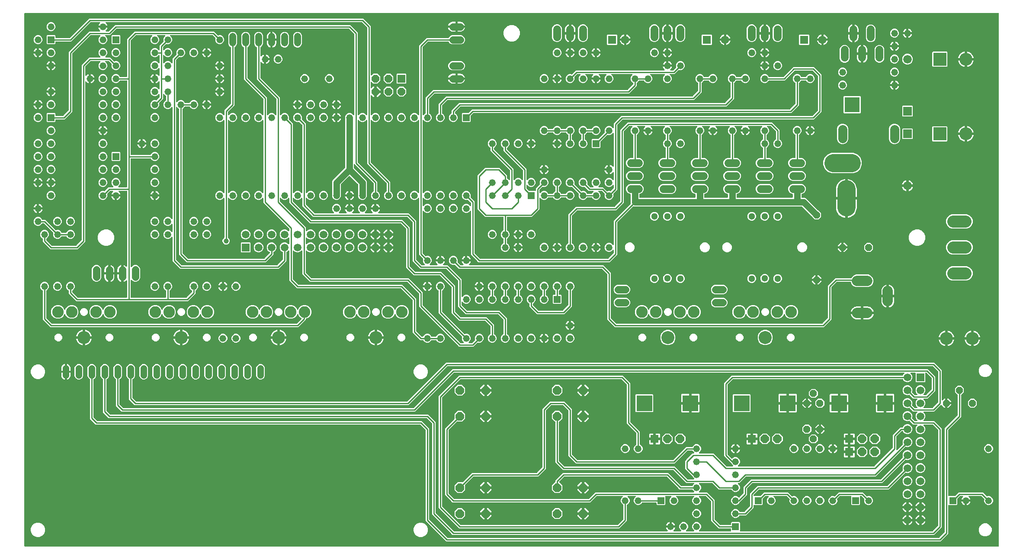
<source format=gtl>
G04 EAGLE Gerber RS-274X export*
G75*
%MOMM*%
%FSLAX34Y34*%
%LPD*%
%INTop Copper*%
%IPPOS*%
%AMOC8*
5,1,8,0,0,1.08239X$1,22.5*%
G01*
%ADD10C,1.320800*%
%ADD11R,2.540000X2.540000*%
%ADD12C,2.540000*%
%ADD13C,1.676400*%
%ADD14R,1.676400X1.676400*%
%ADD15R,1.320800X1.320800*%
%ADD16C,3.556000*%
%ADD17C,2.000000*%
%ADD18C,1.524000*%
%ADD19P,1.429621X8X112.500000*%
%ADD20C,1.308000*%
%ADD21C,2.250000*%
%ADD22P,1.429621X8X22.500000*%
%ADD23C,2.400300*%
%ADD24R,1.650000X1.650000*%
%ADD25P,1.785944X8X292.500000*%
%ADD26R,3.116000X3.116000*%
%ADD27P,1.814519X8X112.500000*%
%ADD28C,1.600200*%
%ADD29R,1.600200X1.600200*%
%ADD30C,1.300000*%
%ADD31C,1.422400*%
%ADD32C,1.778000*%
%ADD33R,1.508000X1.508000*%
%ADD34C,1.508000*%
%ADD35P,1.429621X8X202.500000*%
%ADD36C,1.320800*%
%ADD37P,1.632244X8X202.500000*%
%ADD38C,0.254000*%
%ADD39C,1.206400*%
%ADD40C,3.000000*%
%ADD41P,1.461226X8X22.500000*%
%ADD42C,1.270000*%
%ADD43R,3.000000X3.000000*%
%ADD44C,1.006400*%

G36*
X1905118Y-1254D02*
X1905118Y-1254D01*
X1905237Y-1247D01*
X1905275Y-1234D01*
X1905316Y-1229D01*
X1905426Y-1186D01*
X1905539Y-1149D01*
X1905574Y-1127D01*
X1905611Y-1112D01*
X1905707Y-1043D01*
X1905808Y-979D01*
X1905836Y-949D01*
X1905869Y-926D01*
X1905945Y-834D01*
X1906026Y-747D01*
X1906046Y-712D01*
X1906071Y-681D01*
X1906122Y-573D01*
X1906180Y-469D01*
X1906190Y-429D01*
X1906207Y-393D01*
X1906229Y-276D01*
X1906259Y-161D01*
X1906263Y-101D01*
X1906267Y-81D01*
X1906265Y-60D01*
X1906269Y0D01*
X1906269Y1041400D01*
X1906254Y1041518D01*
X1906247Y1041637D01*
X1906234Y1041675D01*
X1906229Y1041716D01*
X1906186Y1041826D01*
X1906149Y1041939D01*
X1906127Y1041974D01*
X1906112Y1042011D01*
X1906043Y1042107D01*
X1905979Y1042208D01*
X1905949Y1042236D01*
X1905926Y1042269D01*
X1905834Y1042345D01*
X1905747Y1042426D01*
X1905712Y1042446D01*
X1905681Y1042471D01*
X1905573Y1042522D01*
X1905469Y1042580D01*
X1905429Y1042590D01*
X1905393Y1042607D01*
X1905276Y1042629D01*
X1905161Y1042659D01*
X1905101Y1042663D01*
X1905081Y1042667D01*
X1905060Y1042665D01*
X1905000Y1042669D01*
X0Y1042669D01*
X-118Y1042654D01*
X-237Y1042647D01*
X-275Y1042634D01*
X-316Y1042629D01*
X-426Y1042586D01*
X-539Y1042549D01*
X-574Y1042527D01*
X-611Y1042512D01*
X-707Y1042443D01*
X-808Y1042379D01*
X-836Y1042349D01*
X-869Y1042326D01*
X-945Y1042234D01*
X-1026Y1042147D01*
X-1046Y1042112D01*
X-1071Y1042081D01*
X-1122Y1041973D01*
X-1180Y1041869D01*
X-1190Y1041829D01*
X-1207Y1041793D01*
X-1229Y1041676D01*
X-1259Y1041561D01*
X-1263Y1041501D01*
X-1267Y1041481D01*
X-1265Y1041460D01*
X-1269Y1041400D01*
X-1269Y0D01*
X-1254Y-118D01*
X-1247Y-237D01*
X-1234Y-275D01*
X-1229Y-316D01*
X-1186Y-426D01*
X-1149Y-539D01*
X-1127Y-574D01*
X-1112Y-611D01*
X-1043Y-707D01*
X-979Y-808D01*
X-949Y-836D01*
X-926Y-869D01*
X-834Y-945D01*
X-747Y-1026D01*
X-712Y-1046D01*
X-681Y-1071D01*
X-573Y-1122D01*
X-469Y-1180D01*
X-429Y-1190D01*
X-393Y-1207D01*
X-276Y-1229D01*
X-161Y-1259D01*
X-101Y-1263D01*
X-81Y-1267D01*
X-60Y-1265D01*
X0Y-1269D01*
X1905000Y-1269D01*
X1905118Y-1254D01*
G37*
%LPC*%
G36*
X836832Y22097D02*
X836832Y22097D01*
X834526Y24403D01*
X834526Y24404D01*
X799104Y59826D01*
X796797Y62132D01*
X796797Y239406D01*
X796785Y239504D01*
X796782Y239603D01*
X796765Y239662D01*
X796757Y239722D01*
X796721Y239814D01*
X796693Y239909D01*
X796663Y239961D01*
X796640Y240017D01*
X796582Y240097D01*
X796532Y240183D01*
X796466Y240258D01*
X796454Y240275D01*
X796444Y240283D01*
X796426Y240304D01*
X786404Y250326D01*
X786325Y250386D01*
X786253Y250454D01*
X786200Y250483D01*
X786152Y250520D01*
X786061Y250560D01*
X785975Y250608D01*
X785916Y250623D01*
X785861Y250647D01*
X785763Y250662D01*
X785667Y250687D01*
X785567Y250693D01*
X785546Y250697D01*
X785534Y250695D01*
X785506Y250697D01*
X163732Y250697D01*
X152897Y261532D01*
X152897Y325651D01*
X152894Y325680D01*
X152896Y325710D01*
X152874Y325837D01*
X152857Y325966D01*
X152847Y325994D01*
X152842Y326023D01*
X152788Y326142D01*
X152740Y326262D01*
X152723Y326286D01*
X152711Y326313D01*
X152630Y326415D01*
X152554Y326519D01*
X152531Y326538D01*
X152512Y326561D01*
X152409Y326639D01*
X152309Y326722D01*
X152282Y326735D01*
X152258Y326753D01*
X152114Y326824D01*
X151344Y327142D01*
X148932Y329554D01*
X147627Y332705D01*
X147627Y349195D01*
X148932Y352346D01*
X151344Y354758D01*
X154495Y356063D01*
X157905Y356063D01*
X161056Y354758D01*
X163468Y352346D01*
X164773Y349195D01*
X164773Y332705D01*
X163468Y329554D01*
X161056Y327142D01*
X160286Y326824D01*
X160261Y326809D01*
X160233Y326800D01*
X160123Y326730D01*
X160010Y326666D01*
X159989Y326645D01*
X159964Y326630D01*
X159875Y326535D01*
X159782Y326445D01*
X159766Y326420D01*
X159746Y326398D01*
X159683Y326284D01*
X159615Y326174D01*
X159607Y326145D01*
X159592Y326120D01*
X159560Y325994D01*
X159522Y325870D01*
X159520Y325840D01*
X159513Y325812D01*
X159503Y325651D01*
X159503Y264794D01*
X159515Y264696D01*
X159518Y264597D01*
X159535Y264538D01*
X159543Y264478D01*
X159579Y264386D01*
X159607Y264291D01*
X159637Y264239D01*
X159660Y264183D01*
X159718Y264103D01*
X159768Y264017D01*
X159834Y263942D01*
X159846Y263925D01*
X159856Y263917D01*
X159874Y263896D01*
X166096Y257674D01*
X166175Y257614D01*
X166247Y257546D01*
X166300Y257517D01*
X166348Y257480D01*
X166439Y257440D01*
X166525Y257392D01*
X166584Y257377D01*
X166639Y257353D01*
X166737Y257338D01*
X166833Y257313D01*
X166933Y257307D01*
X166954Y257303D01*
X166966Y257305D01*
X166994Y257303D01*
X788768Y257303D01*
X803403Y242668D01*
X803403Y65394D01*
X803415Y65296D01*
X803418Y65197D01*
X803435Y65138D01*
X803443Y65078D01*
X803479Y64986D01*
X803507Y64891D01*
X803537Y64839D01*
X803560Y64783D01*
X803618Y64703D01*
X803668Y64617D01*
X803734Y64542D01*
X803746Y64525D01*
X803756Y64517D01*
X803774Y64496D01*
X839196Y29074D01*
X839275Y29014D01*
X839347Y28946D01*
X839400Y28917D01*
X839448Y28880D01*
X839539Y28840D01*
X839625Y28792D01*
X839684Y28777D01*
X839739Y28753D01*
X839837Y28738D01*
X839933Y28713D01*
X840033Y28707D01*
X840053Y28703D01*
X840066Y28705D01*
X840094Y28703D01*
X1257120Y28703D01*
X1257199Y28713D01*
X1257279Y28713D01*
X1257356Y28733D01*
X1257435Y28743D01*
X1257510Y28772D01*
X1257587Y28792D01*
X1257657Y28830D01*
X1257731Y28860D01*
X1257796Y28906D01*
X1257865Y28945D01*
X1257924Y28999D01*
X1257988Y29046D01*
X1258039Y29108D01*
X1258097Y29162D01*
X1258140Y29230D01*
X1258191Y29291D01*
X1258225Y29363D01*
X1258268Y29431D01*
X1258293Y29507D01*
X1258327Y29579D01*
X1258342Y29657D01*
X1258367Y29733D01*
X1258372Y29813D01*
X1258387Y29891D01*
X1258382Y29971D01*
X1258387Y30051D01*
X1258372Y30129D01*
X1258367Y30209D01*
X1258342Y30285D01*
X1258327Y30363D01*
X1258293Y30435D01*
X1258269Y30511D01*
X1258226Y30579D01*
X1258192Y30651D01*
X1258142Y30712D01*
X1258099Y30780D01*
X1258041Y30835D01*
X1257990Y30896D01*
X1257868Y30997D01*
X1257867Y30998D01*
X1257866Y30999D01*
X1257693Y31125D01*
X1256675Y32143D01*
X1255829Y33307D01*
X1255175Y34590D01*
X1254730Y35959D01*
X1254713Y36069D01*
X1262888Y36069D01*
X1263006Y36084D01*
X1263125Y36091D01*
X1263163Y36103D01*
X1263203Y36109D01*
X1263314Y36152D01*
X1263427Y36189D01*
X1263461Y36211D01*
X1263499Y36226D01*
X1263595Y36295D01*
X1263647Y36328D01*
X1263665Y36312D01*
X1263700Y36292D01*
X1263732Y36267D01*
X1263839Y36216D01*
X1263944Y36158D01*
X1263983Y36148D01*
X1264019Y36131D01*
X1264136Y36109D01*
X1264252Y36079D01*
X1264312Y36075D01*
X1264332Y36071D01*
X1264352Y36073D01*
X1264412Y36069D01*
X1272587Y36069D01*
X1272570Y35959D01*
X1272125Y34590D01*
X1271471Y33307D01*
X1270625Y32143D01*
X1269607Y31125D01*
X1269434Y30999D01*
X1269376Y30944D01*
X1269312Y30898D01*
X1269261Y30836D01*
X1269202Y30781D01*
X1269160Y30714D01*
X1269109Y30653D01*
X1269075Y30580D01*
X1269032Y30513D01*
X1269007Y30437D01*
X1268973Y30365D01*
X1268958Y30287D01*
X1268933Y30210D01*
X1268928Y30131D01*
X1268913Y30052D01*
X1268918Y29973D01*
X1268913Y29893D01*
X1268928Y29815D01*
X1268933Y29735D01*
X1268958Y29659D01*
X1268973Y29580D01*
X1269007Y29508D01*
X1269031Y29433D01*
X1269074Y29365D01*
X1269108Y29293D01*
X1269159Y29231D01*
X1269201Y29164D01*
X1269260Y29109D01*
X1269310Y29047D01*
X1269375Y29001D01*
X1269433Y28946D01*
X1269503Y28907D01*
X1269568Y28860D01*
X1269642Y28831D01*
X1269711Y28792D01*
X1269789Y28772D01*
X1269863Y28743D01*
X1269942Y28733D01*
X1270019Y28713D01*
X1270177Y28703D01*
X1270179Y28703D01*
X1270180Y28703D01*
X1283169Y28703D01*
X1283306Y28720D01*
X1283445Y28733D01*
X1283464Y28740D01*
X1283484Y28743D01*
X1283613Y28794D01*
X1283744Y28841D01*
X1283761Y28852D01*
X1283780Y28860D01*
X1283893Y28941D01*
X1284008Y29019D01*
X1284021Y29035D01*
X1284037Y29046D01*
X1284126Y29154D01*
X1284218Y29258D01*
X1284227Y29276D01*
X1284240Y29291D01*
X1284299Y29417D01*
X1284363Y29541D01*
X1284367Y29561D01*
X1284376Y29579D01*
X1284402Y29715D01*
X1284432Y29851D01*
X1284432Y29872D01*
X1284436Y29891D01*
X1284427Y30030D01*
X1284423Y30169D01*
X1284417Y30189D01*
X1284416Y30209D01*
X1284373Y30341D01*
X1284334Y30475D01*
X1284324Y30492D01*
X1284318Y30511D01*
X1284243Y30629D01*
X1284173Y30749D01*
X1284154Y30770D01*
X1284148Y30780D01*
X1284133Y30794D01*
X1284066Y30869D01*
X1281728Y33208D01*
X1280413Y36382D01*
X1280413Y39818D01*
X1281728Y42992D01*
X1284158Y45422D01*
X1287332Y46737D01*
X1290768Y46737D01*
X1293942Y45422D01*
X1296372Y42992D01*
X1297687Y39818D01*
X1297687Y36382D01*
X1296372Y33208D01*
X1294034Y30869D01*
X1293948Y30760D01*
X1293860Y30653D01*
X1293851Y30634D01*
X1293839Y30618D01*
X1293783Y30490D01*
X1293724Y30365D01*
X1293720Y30345D01*
X1293712Y30326D01*
X1293690Y30188D01*
X1293664Y30052D01*
X1293666Y30032D01*
X1293663Y30012D01*
X1293676Y29873D01*
X1293684Y29735D01*
X1293690Y29716D01*
X1293692Y29696D01*
X1293740Y29564D01*
X1293782Y29433D01*
X1293793Y29415D01*
X1293800Y29396D01*
X1293878Y29281D01*
X1293952Y29164D01*
X1293967Y29150D01*
X1293979Y29133D01*
X1294083Y29041D01*
X1294184Y28946D01*
X1294202Y28936D01*
X1294217Y28923D01*
X1294341Y28859D01*
X1294463Y28792D01*
X1294482Y28787D01*
X1294500Y28778D01*
X1294636Y28748D01*
X1294770Y28713D01*
X1294799Y28711D01*
X1294810Y28708D01*
X1294831Y28709D01*
X1294931Y28703D01*
X1308569Y28703D01*
X1308706Y28720D01*
X1308845Y28733D01*
X1308864Y28740D01*
X1308884Y28743D01*
X1309013Y28794D01*
X1309144Y28841D01*
X1309161Y28852D01*
X1309180Y28860D01*
X1309293Y28941D01*
X1309408Y29019D01*
X1309421Y29035D01*
X1309437Y29046D01*
X1309526Y29154D01*
X1309618Y29258D01*
X1309627Y29276D01*
X1309640Y29291D01*
X1309699Y29417D01*
X1309763Y29541D01*
X1309767Y29561D01*
X1309776Y29579D01*
X1309802Y29715D01*
X1309832Y29851D01*
X1309832Y29872D01*
X1309836Y29891D01*
X1309827Y30030D01*
X1309823Y30169D01*
X1309817Y30189D01*
X1309816Y30209D01*
X1309773Y30341D01*
X1309734Y30475D01*
X1309724Y30492D01*
X1309718Y30511D01*
X1309643Y30629D01*
X1309573Y30749D01*
X1309554Y30770D01*
X1309548Y30780D01*
X1309533Y30794D01*
X1309466Y30869D01*
X1307128Y33208D01*
X1305813Y36382D01*
X1305813Y39818D01*
X1307128Y42992D01*
X1309558Y45422D01*
X1312732Y46737D01*
X1316168Y46737D01*
X1319342Y45422D01*
X1321772Y42992D01*
X1323087Y39818D01*
X1323087Y36382D01*
X1321772Y33208D01*
X1319434Y30869D01*
X1319348Y30760D01*
X1319260Y30653D01*
X1319251Y30634D01*
X1319239Y30618D01*
X1319183Y30490D01*
X1319124Y30365D01*
X1319120Y30345D01*
X1319112Y30326D01*
X1319090Y30188D01*
X1319064Y30052D01*
X1319066Y30032D01*
X1319063Y30012D01*
X1319076Y29873D01*
X1319084Y29735D01*
X1319090Y29716D01*
X1319092Y29696D01*
X1319140Y29564D01*
X1319182Y29433D01*
X1319193Y29415D01*
X1319200Y29396D01*
X1319278Y29281D01*
X1319352Y29164D01*
X1319367Y29150D01*
X1319379Y29133D01*
X1319483Y29041D01*
X1319584Y28946D01*
X1319602Y28936D01*
X1319617Y28923D01*
X1319741Y28859D01*
X1319863Y28792D01*
X1319882Y28787D01*
X1319900Y28778D01*
X1320036Y28748D01*
X1320170Y28713D01*
X1320199Y28711D01*
X1320210Y28708D01*
X1320231Y28709D01*
X1320331Y28703D01*
X1380900Y28703D01*
X1381038Y28720D01*
X1381177Y28733D01*
X1381196Y28740D01*
X1381216Y28743D01*
X1381345Y28794D01*
X1381476Y28841D01*
X1381493Y28852D01*
X1381512Y28860D01*
X1381624Y28941D01*
X1381739Y29019D01*
X1381753Y29035D01*
X1381769Y29046D01*
X1381858Y29154D01*
X1381950Y29258D01*
X1381959Y29276D01*
X1381972Y29291D01*
X1382031Y29417D01*
X1382094Y29541D01*
X1382099Y29561D01*
X1382107Y29579D01*
X1382133Y29715D01*
X1382164Y29851D01*
X1382163Y29872D01*
X1382167Y29891D01*
X1382158Y30030D01*
X1382154Y30169D01*
X1382149Y30189D01*
X1382147Y30209D01*
X1382104Y30341D01*
X1382066Y30475D01*
X1382055Y30492D01*
X1382049Y30511D01*
X1382013Y30568D01*
X1382013Y33528D01*
X1381998Y33646D01*
X1381991Y33765D01*
X1381978Y33803D01*
X1381973Y33844D01*
X1381930Y33954D01*
X1381893Y34067D01*
X1381871Y34102D01*
X1381856Y34139D01*
X1381787Y34235D01*
X1381723Y34336D01*
X1381693Y34364D01*
X1381670Y34397D01*
X1381578Y34473D01*
X1381491Y34554D01*
X1381456Y34574D01*
X1381425Y34599D01*
X1381317Y34650D01*
X1381213Y34708D01*
X1381173Y34718D01*
X1381137Y34735D01*
X1381020Y34757D01*
X1380905Y34787D01*
X1380845Y34791D01*
X1380825Y34795D01*
X1380804Y34793D01*
X1380744Y34797D01*
X1357532Y34797D01*
X1342897Y49432D01*
X1342897Y87006D01*
X1342885Y87104D01*
X1342882Y87203D01*
X1342865Y87262D01*
X1342857Y87322D01*
X1342821Y87414D01*
X1342793Y87509D01*
X1342763Y87561D01*
X1342740Y87617D01*
X1342682Y87697D01*
X1342632Y87783D01*
X1342566Y87858D01*
X1342554Y87875D01*
X1342544Y87883D01*
X1342526Y87904D01*
X1332504Y97926D01*
X1332425Y97986D01*
X1332353Y98054D01*
X1332300Y98083D01*
X1332252Y98120D01*
X1332161Y98160D01*
X1332075Y98208D01*
X1332016Y98223D01*
X1331961Y98247D01*
X1331863Y98262D01*
X1331767Y98287D01*
X1331667Y98293D01*
X1331646Y98297D01*
X1331634Y98295D01*
X1331606Y98297D01*
X1320331Y98297D01*
X1320194Y98280D01*
X1320055Y98267D01*
X1320036Y98260D01*
X1320016Y98257D01*
X1319887Y98206D01*
X1319756Y98159D01*
X1319739Y98148D01*
X1319720Y98140D01*
X1319607Y98059D01*
X1319492Y97981D01*
X1319479Y97965D01*
X1319463Y97954D01*
X1319374Y97846D01*
X1319282Y97742D01*
X1319273Y97724D01*
X1319260Y97709D01*
X1319201Y97583D01*
X1319137Y97459D01*
X1319133Y97439D01*
X1319124Y97421D01*
X1319098Y97285D01*
X1319068Y97149D01*
X1319068Y97128D01*
X1319064Y97109D01*
X1319073Y96970D01*
X1319077Y96831D01*
X1319083Y96811D01*
X1319084Y96791D01*
X1319127Y96659D01*
X1319166Y96525D01*
X1319176Y96508D01*
X1319182Y96489D01*
X1319257Y96371D01*
X1319327Y96251D01*
X1319346Y96230D01*
X1319352Y96220D01*
X1319367Y96206D01*
X1319434Y96131D01*
X1321772Y93792D01*
X1323087Y90618D01*
X1323087Y87182D01*
X1321772Y84008D01*
X1319342Y81578D01*
X1316168Y80263D01*
X1312732Y80263D01*
X1309558Y81578D01*
X1307128Y84008D01*
X1305813Y87182D01*
X1305813Y90618D01*
X1307128Y93792D01*
X1309466Y96131D01*
X1309552Y96240D01*
X1309640Y96347D01*
X1309649Y96366D01*
X1309661Y96382D01*
X1309717Y96510D01*
X1309776Y96635D01*
X1309780Y96655D01*
X1309788Y96674D01*
X1309810Y96812D01*
X1309836Y96948D01*
X1309834Y96968D01*
X1309837Y96988D01*
X1309824Y97127D01*
X1309816Y97265D01*
X1309810Y97284D01*
X1309808Y97304D01*
X1309760Y97436D01*
X1309718Y97567D01*
X1309707Y97585D01*
X1309700Y97604D01*
X1309622Y97719D01*
X1309548Y97836D01*
X1309533Y97850D01*
X1309521Y97867D01*
X1309417Y97959D01*
X1309316Y98054D01*
X1309298Y98064D01*
X1309283Y98077D01*
X1309159Y98141D01*
X1309037Y98208D01*
X1309018Y98213D01*
X1309000Y98222D01*
X1308864Y98252D01*
X1308730Y98287D01*
X1308701Y98289D01*
X1308690Y98292D01*
X1308669Y98291D01*
X1308569Y98297D01*
X1275881Y98297D01*
X1275744Y98280D01*
X1275605Y98267D01*
X1275586Y98260D01*
X1275566Y98257D01*
X1275437Y98206D01*
X1275306Y98159D01*
X1275289Y98148D01*
X1275270Y98140D01*
X1275157Y98059D01*
X1275042Y97981D01*
X1275029Y97965D01*
X1275013Y97954D01*
X1274924Y97846D01*
X1274832Y97742D01*
X1274823Y97724D01*
X1274810Y97709D01*
X1274751Y97583D01*
X1274687Y97459D01*
X1274683Y97439D01*
X1274674Y97421D01*
X1274648Y97285D01*
X1274618Y97149D01*
X1274618Y97128D01*
X1274614Y97109D01*
X1274623Y96970D01*
X1274627Y96831D01*
X1274633Y96811D01*
X1274634Y96791D01*
X1274677Y96659D01*
X1274716Y96525D01*
X1274726Y96508D01*
X1274732Y96489D01*
X1274807Y96371D01*
X1274877Y96251D01*
X1274896Y96230D01*
X1274902Y96220D01*
X1274917Y96206D01*
X1274984Y96131D01*
X1277322Y93792D01*
X1278637Y90618D01*
X1278637Y87182D01*
X1277322Y84008D01*
X1274892Y81578D01*
X1271718Y80263D01*
X1268282Y80263D01*
X1265108Y81578D01*
X1262678Y84008D01*
X1261363Y87182D01*
X1261363Y90618D01*
X1262678Y93792D01*
X1265016Y96131D01*
X1265102Y96240D01*
X1265190Y96347D01*
X1265199Y96366D01*
X1265211Y96382D01*
X1265267Y96510D01*
X1265326Y96635D01*
X1265330Y96655D01*
X1265338Y96674D01*
X1265360Y96812D01*
X1265386Y96948D01*
X1265384Y96968D01*
X1265387Y96988D01*
X1265374Y97127D01*
X1265366Y97265D01*
X1265360Y97284D01*
X1265358Y97304D01*
X1265310Y97436D01*
X1265268Y97567D01*
X1265257Y97585D01*
X1265250Y97604D01*
X1265172Y97719D01*
X1265098Y97836D01*
X1265083Y97850D01*
X1265071Y97867D01*
X1264967Y97959D01*
X1264866Y98054D01*
X1264848Y98064D01*
X1264833Y98077D01*
X1264709Y98141D01*
X1264587Y98208D01*
X1264568Y98213D01*
X1264550Y98222D01*
X1264414Y98252D01*
X1264280Y98287D01*
X1264251Y98289D01*
X1264240Y98292D01*
X1264219Y98291D01*
X1264119Y98297D01*
X1254350Y98297D01*
X1254212Y98280D01*
X1254073Y98267D01*
X1254054Y98260D01*
X1254034Y98257D01*
X1253905Y98206D01*
X1253774Y98159D01*
X1253757Y98148D01*
X1253738Y98140D01*
X1253626Y98059D01*
X1253511Y97981D01*
X1253497Y97965D01*
X1253481Y97954D01*
X1253392Y97846D01*
X1253300Y97742D01*
X1253291Y97724D01*
X1253278Y97709D01*
X1253219Y97583D01*
X1253156Y97459D01*
X1253151Y97439D01*
X1253143Y97421D01*
X1253117Y97285D01*
X1253086Y97149D01*
X1253087Y97128D01*
X1253083Y97109D01*
X1253092Y96970D01*
X1253096Y96831D01*
X1253101Y96811D01*
X1253103Y96791D01*
X1253146Y96659D01*
X1253184Y96525D01*
X1253195Y96508D01*
X1253201Y96489D01*
X1253237Y96432D01*
X1253237Y81454D01*
X1252046Y80263D01*
X1237154Y80263D01*
X1235963Y81454D01*
X1235963Y84328D01*
X1235948Y84446D01*
X1235941Y84565D01*
X1235928Y84603D01*
X1235923Y84644D01*
X1235880Y84754D01*
X1235843Y84867D01*
X1235821Y84902D01*
X1235806Y84939D01*
X1235737Y85035D01*
X1235673Y85136D01*
X1235643Y85164D01*
X1235620Y85197D01*
X1235528Y85273D01*
X1235441Y85354D01*
X1235406Y85374D01*
X1235375Y85399D01*
X1235267Y85450D01*
X1235163Y85508D01*
X1235123Y85518D01*
X1235087Y85535D01*
X1234970Y85557D01*
X1234855Y85587D01*
X1234795Y85591D01*
X1234775Y85595D01*
X1234754Y85593D01*
X1234694Y85597D01*
X1208978Y85597D01*
X1208949Y85594D01*
X1208920Y85596D01*
X1208792Y85574D01*
X1208663Y85557D01*
X1208635Y85547D01*
X1208606Y85542D01*
X1208488Y85488D01*
X1208367Y85440D01*
X1208343Y85423D01*
X1208316Y85411D01*
X1208215Y85330D01*
X1208110Y85254D01*
X1208091Y85231D01*
X1208068Y85212D01*
X1207990Y85109D01*
X1207907Y85009D01*
X1207894Y84982D01*
X1207877Y84958D01*
X1207806Y84814D01*
X1207472Y84008D01*
X1205042Y81578D01*
X1201868Y80263D01*
X1198432Y80263D01*
X1195258Y81578D01*
X1192828Y84008D01*
X1191513Y87182D01*
X1191513Y90618D01*
X1192828Y93792D01*
X1195166Y96131D01*
X1195252Y96240D01*
X1195340Y96347D01*
X1195349Y96366D01*
X1195361Y96382D01*
X1195417Y96510D01*
X1195476Y96635D01*
X1195480Y96655D01*
X1195488Y96674D01*
X1195510Y96812D01*
X1195536Y96948D01*
X1195534Y96968D01*
X1195537Y96988D01*
X1195524Y97127D01*
X1195516Y97265D01*
X1195510Y97284D01*
X1195508Y97304D01*
X1195460Y97436D01*
X1195418Y97567D01*
X1195407Y97585D01*
X1195400Y97604D01*
X1195322Y97719D01*
X1195248Y97836D01*
X1195233Y97850D01*
X1195221Y97867D01*
X1195117Y97959D01*
X1195016Y98054D01*
X1194998Y98064D01*
X1194983Y98077D01*
X1194859Y98141D01*
X1194737Y98208D01*
X1194718Y98213D01*
X1194700Y98222D01*
X1194564Y98252D01*
X1194430Y98287D01*
X1194401Y98289D01*
X1194390Y98292D01*
X1194369Y98291D01*
X1194269Y98297D01*
X1180631Y98297D01*
X1180494Y98280D01*
X1180355Y98267D01*
X1180336Y98260D01*
X1180316Y98257D01*
X1180187Y98206D01*
X1180056Y98159D01*
X1180039Y98148D01*
X1180020Y98140D01*
X1179907Y98059D01*
X1179792Y97981D01*
X1179779Y97965D01*
X1179763Y97954D01*
X1179674Y97846D01*
X1179582Y97742D01*
X1179573Y97724D01*
X1179560Y97709D01*
X1179501Y97583D01*
X1179437Y97459D01*
X1179433Y97439D01*
X1179424Y97421D01*
X1179398Y97285D01*
X1179368Y97149D01*
X1179368Y97128D01*
X1179364Y97109D01*
X1179373Y96970D01*
X1179377Y96831D01*
X1179383Y96811D01*
X1179384Y96791D01*
X1179427Y96659D01*
X1179466Y96525D01*
X1179476Y96508D01*
X1179482Y96489D01*
X1179557Y96371D01*
X1179627Y96251D01*
X1179646Y96230D01*
X1179652Y96220D01*
X1179667Y96206D01*
X1179734Y96131D01*
X1182072Y93792D01*
X1183387Y90618D01*
X1183387Y87182D01*
X1182072Y84008D01*
X1179642Y81578D01*
X1178836Y81244D01*
X1178811Y81230D01*
X1178783Y81221D01*
X1178673Y81151D01*
X1178560Y81087D01*
X1178539Y81066D01*
X1178514Y81050D01*
X1178425Y80956D01*
X1178332Y80865D01*
X1178316Y80840D01*
X1178296Y80819D01*
X1178233Y80705D01*
X1178165Y80594D01*
X1178157Y80566D01*
X1178142Y80540D01*
X1178110Y80414D01*
X1178072Y80290D01*
X1178070Y80261D01*
X1178063Y80232D01*
X1178053Y80072D01*
X1178053Y49432D01*
X1163418Y34797D01*
X849532Y34797D01*
X809497Y74832D01*
X809497Y293468D01*
X849532Y333503D01*
X1169768Y333503D01*
X1184403Y318868D01*
X1184403Y243194D01*
X1184415Y243096D01*
X1184418Y242997D01*
X1184435Y242938D01*
X1184443Y242878D01*
X1184479Y242786D01*
X1184507Y242691D01*
X1184537Y242639D01*
X1184560Y242583D01*
X1184618Y242503D01*
X1184668Y242417D01*
X1184734Y242342D01*
X1184746Y242325D01*
X1184756Y242317D01*
X1184774Y242296D01*
X1203453Y223618D01*
X1203453Y199328D01*
X1203456Y199299D01*
X1203454Y199270D01*
X1203476Y199141D01*
X1203493Y199013D01*
X1203503Y198985D01*
X1203508Y198956D01*
X1203562Y198837D01*
X1203610Y198717D01*
X1203627Y198693D01*
X1203639Y198666D01*
X1203720Y198565D01*
X1203796Y198460D01*
X1203819Y198441D01*
X1203838Y198418D01*
X1203941Y198340D01*
X1204041Y198257D01*
X1204068Y198244D01*
X1204092Y198227D01*
X1204236Y198156D01*
X1205042Y197822D01*
X1207472Y195392D01*
X1208787Y192218D01*
X1208787Y188782D01*
X1207472Y185608D01*
X1205042Y183178D01*
X1201868Y181863D01*
X1198432Y181863D01*
X1195258Y183178D01*
X1192828Y185608D01*
X1191513Y188782D01*
X1191513Y192218D01*
X1192828Y195392D01*
X1195258Y197822D01*
X1196064Y198156D01*
X1196089Y198170D01*
X1196117Y198179D01*
X1196227Y198249D01*
X1196340Y198313D01*
X1196361Y198334D01*
X1196386Y198350D01*
X1196475Y198444D01*
X1196568Y198535D01*
X1196584Y198560D01*
X1196604Y198581D01*
X1196667Y198695D01*
X1196735Y198806D01*
X1196743Y198834D01*
X1196758Y198860D01*
X1196790Y198986D01*
X1196828Y199110D01*
X1196830Y199139D01*
X1196837Y199168D01*
X1196847Y199328D01*
X1196847Y220356D01*
X1196835Y220454D01*
X1196832Y220553D01*
X1196815Y220612D01*
X1196807Y220672D01*
X1196771Y220764D01*
X1196743Y220859D01*
X1196713Y220911D01*
X1196690Y220967D01*
X1196632Y221047D01*
X1196582Y221133D01*
X1196516Y221208D01*
X1196504Y221225D01*
X1196494Y221233D01*
X1196476Y221254D01*
X1177797Y239932D01*
X1177797Y315606D01*
X1177785Y315704D01*
X1177782Y315803D01*
X1177765Y315862D01*
X1177757Y315922D01*
X1177721Y316014D01*
X1177693Y316109D01*
X1177663Y316161D01*
X1177640Y316217D01*
X1177582Y316297D01*
X1177532Y316383D01*
X1177466Y316458D01*
X1177454Y316475D01*
X1177444Y316483D01*
X1177426Y316504D01*
X1167404Y326526D01*
X1167325Y326586D01*
X1167253Y326654D01*
X1167200Y326683D01*
X1167152Y326720D01*
X1167061Y326760D01*
X1166975Y326808D01*
X1166916Y326823D01*
X1166861Y326847D01*
X1166763Y326862D01*
X1166667Y326887D01*
X1166567Y326893D01*
X1166546Y326897D01*
X1166534Y326895D01*
X1166506Y326897D01*
X852794Y326897D01*
X852696Y326885D01*
X852597Y326882D01*
X852538Y326865D01*
X852478Y326857D01*
X852386Y326821D01*
X852291Y326793D01*
X852239Y326763D01*
X852183Y326740D01*
X852103Y326682D01*
X852017Y326632D01*
X851942Y326566D01*
X851925Y326554D01*
X851917Y326544D01*
X851896Y326526D01*
X816474Y291104D01*
X816414Y291025D01*
X816346Y290953D01*
X816317Y290900D01*
X816280Y290852D01*
X816240Y290761D01*
X816192Y290675D01*
X816177Y290616D01*
X816153Y290561D01*
X816138Y290463D01*
X816113Y290367D01*
X816107Y290267D01*
X816103Y290246D01*
X816105Y290234D01*
X816103Y290206D01*
X816103Y78094D01*
X816115Y77996D01*
X816118Y77897D01*
X816135Y77838D01*
X816143Y77778D01*
X816179Y77686D01*
X816207Y77591D01*
X816237Y77539D01*
X816260Y77483D01*
X816318Y77403D01*
X816368Y77317D01*
X816434Y77242D01*
X816446Y77225D01*
X816456Y77217D01*
X816474Y77196D01*
X851896Y41774D01*
X851975Y41714D01*
X852047Y41646D01*
X852100Y41617D01*
X852148Y41580D01*
X852239Y41540D01*
X852325Y41492D01*
X852384Y41477D01*
X852439Y41453D01*
X852537Y41438D01*
X852633Y41413D01*
X852733Y41407D01*
X852754Y41403D01*
X852766Y41405D01*
X852794Y41403D01*
X1160156Y41403D01*
X1160254Y41415D01*
X1160353Y41418D01*
X1160412Y41435D01*
X1160472Y41443D01*
X1160564Y41479D01*
X1160659Y41507D01*
X1160711Y41537D01*
X1160767Y41560D01*
X1160847Y41618D01*
X1160933Y41668D01*
X1161008Y41734D01*
X1161025Y41746D01*
X1161033Y41756D01*
X1161054Y41774D01*
X1171076Y51796D01*
X1171136Y51875D01*
X1171204Y51947D01*
X1171233Y52000D01*
X1171270Y52048D01*
X1171310Y52139D01*
X1171358Y52225D01*
X1171373Y52284D01*
X1171397Y52339D01*
X1171412Y52437D01*
X1171437Y52533D01*
X1171443Y52633D01*
X1171447Y52654D01*
X1171445Y52666D01*
X1171447Y52694D01*
X1171447Y80072D01*
X1171444Y80101D01*
X1171446Y80130D01*
X1171424Y80259D01*
X1171407Y80387D01*
X1171397Y80415D01*
X1171392Y80444D01*
X1171338Y80562D01*
X1171290Y80683D01*
X1171273Y80707D01*
X1171261Y80734D01*
X1171180Y80835D01*
X1171104Y80940D01*
X1171081Y80959D01*
X1171062Y80982D01*
X1170959Y81060D01*
X1170859Y81143D01*
X1170832Y81156D01*
X1170808Y81173D01*
X1170664Y81244D01*
X1169858Y81578D01*
X1167428Y84008D01*
X1166113Y87182D01*
X1166113Y90618D01*
X1167428Y93792D01*
X1169766Y96131D01*
X1169852Y96240D01*
X1169940Y96347D01*
X1169949Y96366D01*
X1169961Y96382D01*
X1170017Y96510D01*
X1170076Y96635D01*
X1170080Y96655D01*
X1170088Y96674D01*
X1170110Y96812D01*
X1170136Y96948D01*
X1170134Y96968D01*
X1170137Y96988D01*
X1170124Y97127D01*
X1170116Y97265D01*
X1170110Y97284D01*
X1170108Y97304D01*
X1170060Y97436D01*
X1170018Y97567D01*
X1170007Y97585D01*
X1170000Y97604D01*
X1169922Y97719D01*
X1169848Y97836D01*
X1169833Y97850D01*
X1169821Y97867D01*
X1169717Y97959D01*
X1169616Y98054D01*
X1169598Y98064D01*
X1169583Y98077D01*
X1169459Y98141D01*
X1169337Y98208D01*
X1169318Y98213D01*
X1169300Y98222D01*
X1169164Y98252D01*
X1169030Y98287D01*
X1169001Y98289D01*
X1168990Y98292D01*
X1168969Y98291D01*
X1168869Y98297D01*
X1119494Y98297D01*
X1119396Y98285D01*
X1119297Y98282D01*
X1119238Y98265D01*
X1119178Y98257D01*
X1119086Y98221D01*
X1118991Y98193D01*
X1118939Y98163D01*
X1118883Y98140D01*
X1118803Y98082D01*
X1118717Y98032D01*
X1118642Y97966D01*
X1118625Y97954D01*
X1118617Y97944D01*
X1118596Y97926D01*
X1106268Y85597D01*
X836832Y85597D01*
X834526Y87903D01*
X834526Y87904D01*
X822197Y100232D01*
X822197Y229968D01*
X840303Y248074D01*
X840376Y248168D01*
X840455Y248257D01*
X840473Y248293D01*
X840498Y248325D01*
X840545Y248434D01*
X840599Y248540D01*
X840608Y248580D01*
X840624Y248617D01*
X840643Y248735D01*
X840669Y248851D01*
X840668Y248891D01*
X840674Y248931D01*
X840663Y249050D01*
X840659Y249168D01*
X840648Y249207D01*
X840644Y249247D01*
X840604Y249360D01*
X840571Y249474D01*
X840550Y249509D01*
X840537Y249547D01*
X840485Y249622D01*
X840485Y258314D01*
X846586Y264415D01*
X855214Y264415D01*
X861315Y258314D01*
X861315Y249686D01*
X855214Y243585D01*
X846533Y243585D01*
X846517Y243598D01*
X846408Y243645D01*
X846302Y243699D01*
X846263Y243708D01*
X846226Y243724D01*
X846108Y243743D01*
X845992Y243769D01*
X845951Y243768D01*
X845911Y243774D01*
X845793Y243763D01*
X845674Y243759D01*
X845635Y243748D01*
X845595Y243744D01*
X845483Y243704D01*
X845368Y243671D01*
X845334Y243650D01*
X845296Y243637D01*
X845197Y243570D01*
X845094Y243509D01*
X845049Y243469D01*
X845032Y243458D01*
X845019Y243443D01*
X844974Y243403D01*
X829174Y227604D01*
X829114Y227525D01*
X829046Y227453D01*
X829017Y227400D01*
X828980Y227352D01*
X828940Y227261D01*
X828892Y227175D01*
X828877Y227116D01*
X828853Y227061D01*
X828838Y226963D01*
X828813Y226867D01*
X828807Y226767D01*
X828803Y226746D01*
X828805Y226734D01*
X828803Y226706D01*
X828803Y103494D01*
X828815Y103396D01*
X828818Y103297D01*
X828835Y103238D01*
X828843Y103178D01*
X828879Y103086D01*
X828907Y102991D01*
X828937Y102939D01*
X828960Y102883D01*
X829018Y102803D01*
X829068Y102717D01*
X829134Y102642D01*
X829146Y102625D01*
X829156Y102617D01*
X829174Y102596D01*
X839196Y92574D01*
X839275Y92514D01*
X839347Y92446D01*
X839400Y92417D01*
X839448Y92380D01*
X839539Y92340D01*
X839625Y92292D01*
X839684Y92277D01*
X839739Y92253D01*
X839837Y92238D01*
X839933Y92213D01*
X840033Y92207D01*
X840053Y92203D01*
X840066Y92205D01*
X840094Y92203D01*
X1103006Y92203D01*
X1103104Y92215D01*
X1103203Y92218D01*
X1103262Y92235D01*
X1103322Y92243D01*
X1103414Y92279D01*
X1103509Y92307D01*
X1103561Y92337D01*
X1103617Y92360D01*
X1103697Y92418D01*
X1103783Y92468D01*
X1103858Y92534D01*
X1103875Y92546D01*
X1103883Y92556D01*
X1103904Y92574D01*
X1116232Y104903D01*
X1308569Y104903D01*
X1308706Y104920D01*
X1308845Y104933D01*
X1308864Y104940D01*
X1308884Y104943D01*
X1309013Y104994D01*
X1309144Y105041D01*
X1309161Y105052D01*
X1309180Y105060D01*
X1309293Y105141D01*
X1309408Y105219D01*
X1309421Y105235D01*
X1309437Y105246D01*
X1309526Y105354D01*
X1309618Y105458D01*
X1309627Y105476D01*
X1309640Y105491D01*
X1309699Y105617D01*
X1309763Y105741D01*
X1309767Y105761D01*
X1309776Y105779D01*
X1309802Y105915D01*
X1309832Y106051D01*
X1309832Y106072D01*
X1309836Y106091D01*
X1309827Y106230D01*
X1309823Y106369D01*
X1309817Y106389D01*
X1309816Y106409D01*
X1309773Y106541D01*
X1309734Y106675D01*
X1309724Y106692D01*
X1309718Y106711D01*
X1309643Y106829D01*
X1309573Y106949D01*
X1309554Y106970D01*
X1309548Y106980D01*
X1309533Y106994D01*
X1309466Y107069D01*
X1307128Y109408D01*
X1306794Y110214D01*
X1306780Y110239D01*
X1306771Y110267D01*
X1306701Y110377D01*
X1306637Y110490D01*
X1306616Y110511D01*
X1306600Y110536D01*
X1306506Y110625D01*
X1306415Y110718D01*
X1306390Y110734D01*
X1306369Y110754D01*
X1306255Y110817D01*
X1306144Y110885D01*
X1306116Y110893D01*
X1306090Y110908D01*
X1305965Y110940D01*
X1305840Y110978D01*
X1305811Y110980D01*
X1305782Y110987D01*
X1305622Y110997D01*
X1281332Y110997D01*
X1279026Y113303D01*
X1279026Y113304D01*
X1256304Y136026D01*
X1256225Y136086D01*
X1256153Y136154D01*
X1256100Y136183D01*
X1256052Y136220D01*
X1255961Y136260D01*
X1255875Y136308D01*
X1255816Y136323D01*
X1255761Y136347D01*
X1255663Y136362D01*
X1255567Y136387D01*
X1255467Y136393D01*
X1255447Y136397D01*
X1255434Y136395D01*
X1255406Y136397D01*
X1055994Y136397D01*
X1055896Y136385D01*
X1055797Y136382D01*
X1055738Y136365D01*
X1055678Y136357D01*
X1055586Y136321D01*
X1055491Y136293D01*
X1055439Y136263D01*
X1055383Y136240D01*
X1055303Y136182D01*
X1055217Y136132D01*
X1055142Y136066D01*
X1055125Y136054D01*
X1055117Y136044D01*
X1055096Y136026D01*
X1045647Y126576D01*
X1045574Y126482D01*
X1045495Y126393D01*
X1045477Y126357D01*
X1045452Y126325D01*
X1045405Y126216D01*
X1045351Y126110D01*
X1045342Y126070D01*
X1045326Y126033D01*
X1045307Y125916D01*
X1045281Y125800D01*
X1045282Y125759D01*
X1045276Y125719D01*
X1045287Y125601D01*
X1045291Y125482D01*
X1045302Y125443D01*
X1045306Y125403D01*
X1045346Y125290D01*
X1045379Y125176D01*
X1045400Y125141D01*
X1045413Y125103D01*
X1045480Y125005D01*
X1045541Y124902D01*
X1045581Y124857D01*
X1045592Y124840D01*
X1045607Y124827D01*
X1045647Y124781D01*
X1051815Y118614D01*
X1051815Y109986D01*
X1045714Y103885D01*
X1037086Y103885D01*
X1030985Y109986D01*
X1030985Y118614D01*
X1037123Y124752D01*
X1037144Y124755D01*
X1037254Y124798D01*
X1037367Y124835D01*
X1037402Y124857D01*
X1037439Y124872D01*
X1037535Y124941D01*
X1037636Y125005D01*
X1037664Y125035D01*
X1037697Y125058D01*
X1037773Y125150D01*
X1037854Y125237D01*
X1037874Y125272D01*
X1037899Y125303D01*
X1037950Y125411D01*
X1038008Y125515D01*
X1038018Y125555D01*
X1038035Y125591D01*
X1038057Y125708D01*
X1038087Y125823D01*
X1038091Y125883D01*
X1038095Y125903D01*
X1038093Y125924D01*
X1038097Y125984D01*
X1038097Y128368D01*
X1052732Y143003D01*
X1258668Y143003D01*
X1260974Y140697D01*
X1260974Y140696D01*
X1283696Y117974D01*
X1283775Y117914D01*
X1283847Y117846D01*
X1283900Y117817D01*
X1283948Y117780D01*
X1284039Y117740D01*
X1284125Y117692D01*
X1284184Y117677D01*
X1284239Y117653D01*
X1284337Y117638D01*
X1284433Y117613D01*
X1284533Y117607D01*
X1284553Y117603D01*
X1284566Y117605D01*
X1284594Y117603D01*
X1305622Y117603D01*
X1305651Y117606D01*
X1305680Y117604D01*
X1305808Y117626D01*
X1305937Y117643D01*
X1305965Y117653D01*
X1305994Y117658D01*
X1306112Y117712D01*
X1306233Y117760D01*
X1306257Y117777D01*
X1306284Y117789D01*
X1306385Y117870D01*
X1306490Y117946D01*
X1306509Y117969D01*
X1306532Y117988D01*
X1306610Y118091D01*
X1306693Y118191D01*
X1306706Y118218D01*
X1306723Y118242D01*
X1306794Y118386D01*
X1307128Y119192D01*
X1309466Y121531D01*
X1309552Y121640D01*
X1309640Y121747D01*
X1309649Y121766D01*
X1309661Y121782D01*
X1309717Y121910D01*
X1309776Y122035D01*
X1309780Y122055D01*
X1309788Y122074D01*
X1309810Y122212D01*
X1309836Y122348D01*
X1309834Y122368D01*
X1309837Y122388D01*
X1309824Y122527D01*
X1309816Y122665D01*
X1309810Y122684D01*
X1309808Y122704D01*
X1309760Y122836D01*
X1309718Y122967D01*
X1309707Y122985D01*
X1309700Y123004D01*
X1309622Y123119D01*
X1309548Y123236D01*
X1309533Y123250D01*
X1309521Y123267D01*
X1309417Y123359D01*
X1309316Y123454D01*
X1309298Y123464D01*
X1309283Y123477D01*
X1309159Y123541D01*
X1309037Y123608D01*
X1309018Y123613D01*
X1309000Y123622D01*
X1308864Y123652D01*
X1308730Y123687D01*
X1308701Y123689D01*
X1308690Y123692D01*
X1308669Y123691D01*
X1308569Y123697D01*
X1294032Y123697D01*
X1269004Y148726D01*
X1268925Y148786D01*
X1268853Y148854D01*
X1268800Y148883D01*
X1268752Y148920D01*
X1268661Y148960D01*
X1268575Y149008D01*
X1268516Y149023D01*
X1268461Y149047D01*
X1268363Y149062D01*
X1268267Y149087D01*
X1268167Y149093D01*
X1268146Y149097D01*
X1268134Y149095D01*
X1268106Y149097D01*
X1052732Y149097D01*
X1038097Y163732D01*
X1038097Y242316D01*
X1038082Y242434D01*
X1038075Y242553D01*
X1038062Y242591D01*
X1038057Y242632D01*
X1038014Y242742D01*
X1037977Y242855D01*
X1037955Y242890D01*
X1037940Y242927D01*
X1037871Y243023D01*
X1037807Y243124D01*
X1037777Y243152D01*
X1037754Y243185D01*
X1037662Y243261D01*
X1037575Y243342D01*
X1037540Y243362D01*
X1037509Y243387D01*
X1037401Y243438D01*
X1037297Y243496D01*
X1037257Y243506D01*
X1037221Y243523D01*
X1037131Y243540D01*
X1030985Y249686D01*
X1030985Y258314D01*
X1037086Y264415D01*
X1045714Y264415D01*
X1051815Y258314D01*
X1051815Y249686D01*
X1045677Y243548D01*
X1045656Y243545D01*
X1045546Y243502D01*
X1045433Y243465D01*
X1045398Y243443D01*
X1045361Y243428D01*
X1045265Y243359D01*
X1045164Y243295D01*
X1045136Y243265D01*
X1045103Y243242D01*
X1045027Y243150D01*
X1044946Y243063D01*
X1044926Y243028D01*
X1044901Y242997D01*
X1044850Y242889D01*
X1044792Y242785D01*
X1044782Y242745D01*
X1044765Y242709D01*
X1044743Y242592D01*
X1044713Y242477D01*
X1044709Y242417D01*
X1044705Y242397D01*
X1044707Y242376D01*
X1044703Y242316D01*
X1044703Y166994D01*
X1044715Y166896D01*
X1044718Y166797D01*
X1044735Y166738D01*
X1044743Y166678D01*
X1044779Y166586D01*
X1044807Y166491D01*
X1044837Y166439D01*
X1044860Y166383D01*
X1044918Y166303D01*
X1044968Y166217D01*
X1045034Y166142D01*
X1045046Y166125D01*
X1045056Y166117D01*
X1045074Y166096D01*
X1055096Y156074D01*
X1055175Y156014D01*
X1055247Y155946D01*
X1055300Y155917D01*
X1055348Y155880D01*
X1055439Y155840D01*
X1055525Y155792D01*
X1055584Y155777D01*
X1055639Y155753D01*
X1055737Y155738D01*
X1055833Y155713D01*
X1055933Y155707D01*
X1055954Y155703D01*
X1055966Y155705D01*
X1055994Y155703D01*
X1271368Y155703D01*
X1296396Y130674D01*
X1296475Y130614D01*
X1296547Y130546D01*
X1296600Y130517D01*
X1296648Y130480D01*
X1296739Y130440D01*
X1296825Y130392D01*
X1296884Y130377D01*
X1296939Y130353D01*
X1297037Y130338D01*
X1297133Y130313D01*
X1297233Y130307D01*
X1297254Y130303D01*
X1297266Y130305D01*
X1297294Y130303D01*
X1308569Y130303D01*
X1308706Y130320D01*
X1308845Y130333D01*
X1308864Y130340D01*
X1308884Y130343D01*
X1309013Y130394D01*
X1309144Y130441D01*
X1309161Y130452D01*
X1309180Y130460D01*
X1309293Y130541D01*
X1309408Y130619D01*
X1309421Y130635D01*
X1309437Y130646D01*
X1309526Y130754D01*
X1309618Y130858D01*
X1309627Y130876D01*
X1309640Y130891D01*
X1309699Y131017D01*
X1309763Y131141D01*
X1309767Y131161D01*
X1309776Y131179D01*
X1309802Y131315D01*
X1309832Y131451D01*
X1309832Y131472D01*
X1309836Y131491D01*
X1309827Y131630D01*
X1309823Y131769D01*
X1309817Y131789D01*
X1309816Y131809D01*
X1309773Y131941D01*
X1309734Y132075D01*
X1309724Y132092D01*
X1309718Y132111D01*
X1309643Y132229D01*
X1309573Y132349D01*
X1309554Y132370D01*
X1309548Y132380D01*
X1309533Y132394D01*
X1309466Y132469D01*
X1307128Y134808D01*
X1306381Y136612D01*
X1306376Y136620D01*
X1306374Y136629D01*
X1306298Y136757D01*
X1306223Y136888D01*
X1306217Y136895D01*
X1306212Y136903D01*
X1306106Y137023D01*
X1294404Y148726D01*
X1292097Y151032D01*
X1292097Y166468D01*
X1294403Y168774D01*
X1294404Y168774D01*
X1304426Y178796D01*
X1306732Y181103D01*
X1308569Y181103D01*
X1308706Y181120D01*
X1308845Y181133D01*
X1308864Y181140D01*
X1308884Y181143D01*
X1309013Y181194D01*
X1309144Y181241D01*
X1309161Y181252D01*
X1309180Y181260D01*
X1309293Y181341D01*
X1309408Y181419D01*
X1309421Y181435D01*
X1309437Y181446D01*
X1309526Y181554D01*
X1309618Y181658D01*
X1309627Y181676D01*
X1309640Y181691D01*
X1309699Y181817D01*
X1309763Y181941D01*
X1309767Y181961D01*
X1309776Y181979D01*
X1309802Y182115D01*
X1309832Y182251D01*
X1309832Y182272D01*
X1309836Y182291D01*
X1309827Y182430D01*
X1309823Y182569D01*
X1309817Y182589D01*
X1309816Y182609D01*
X1309773Y182741D01*
X1309734Y182875D01*
X1309724Y182892D01*
X1309718Y182911D01*
X1309643Y183029D01*
X1309573Y183149D01*
X1309554Y183170D01*
X1309548Y183180D01*
X1309533Y183194D01*
X1309466Y183269D01*
X1307128Y185608D01*
X1306794Y186414D01*
X1306780Y186439D01*
X1306771Y186467D01*
X1306701Y186577D01*
X1306637Y186690D01*
X1306616Y186711D01*
X1306600Y186736D01*
X1306506Y186825D01*
X1306415Y186918D01*
X1306390Y186934D01*
X1306369Y186954D01*
X1306255Y187017D01*
X1306144Y187085D01*
X1306116Y187093D01*
X1306090Y187108D01*
X1305965Y187140D01*
X1305840Y187178D01*
X1305811Y187180D01*
X1305782Y187187D01*
X1305622Y187197D01*
X1297294Y187197D01*
X1297196Y187185D01*
X1297097Y187182D01*
X1297038Y187165D01*
X1296978Y187157D01*
X1296886Y187121D01*
X1296791Y187093D01*
X1296739Y187063D01*
X1296683Y187040D01*
X1296603Y186982D01*
X1296517Y186932D01*
X1296442Y186866D01*
X1296425Y186854D01*
X1296417Y186844D01*
X1296396Y186826D01*
X1271368Y161797D01*
X1078132Y161797D01*
X1063497Y176432D01*
X1063497Y264806D01*
X1063485Y264904D01*
X1063482Y265003D01*
X1063465Y265062D01*
X1063457Y265122D01*
X1063421Y265214D01*
X1063393Y265309D01*
X1063363Y265361D01*
X1063340Y265417D01*
X1063282Y265497D01*
X1063232Y265583D01*
X1063166Y265658D01*
X1063154Y265675D01*
X1063144Y265683D01*
X1063126Y265704D01*
X1053104Y275726D01*
X1053025Y275786D01*
X1052953Y275854D01*
X1052900Y275883D01*
X1052852Y275920D01*
X1052761Y275960D01*
X1052675Y276008D01*
X1052616Y276023D01*
X1052561Y276047D01*
X1052463Y276062D01*
X1052367Y276087D01*
X1052267Y276093D01*
X1052246Y276097D01*
X1052234Y276095D01*
X1052206Y276097D01*
X1030594Y276097D01*
X1030496Y276085D01*
X1030397Y276082D01*
X1030338Y276065D01*
X1030278Y276057D01*
X1030186Y276021D01*
X1030091Y275993D01*
X1030039Y275963D01*
X1029983Y275940D01*
X1029903Y275882D01*
X1029817Y275832D01*
X1029742Y275766D01*
X1029725Y275754D01*
X1029717Y275744D01*
X1029696Y275726D01*
X1019674Y265704D01*
X1019614Y265625D01*
X1019546Y265553D01*
X1019517Y265500D01*
X1019480Y265452D01*
X1019440Y265361D01*
X1019392Y265275D01*
X1019377Y265216D01*
X1019353Y265161D01*
X1019338Y265063D01*
X1019313Y264967D01*
X1019307Y264867D01*
X1019303Y264846D01*
X1019305Y264834D01*
X1019303Y264806D01*
X1019303Y151032D01*
X1004668Y136397D01*
X878194Y136397D01*
X878096Y136385D01*
X877997Y136382D01*
X877938Y136365D01*
X877878Y136357D01*
X877786Y136321D01*
X877691Y136293D01*
X877639Y136263D01*
X877583Y136240D01*
X877503Y136182D01*
X877417Y136132D01*
X877342Y136066D01*
X877325Y136054D01*
X877317Y136044D01*
X877296Y136026D01*
X861497Y120226D01*
X861424Y120132D01*
X861345Y120043D01*
X861327Y120007D01*
X861302Y119975D01*
X861255Y119866D01*
X861201Y119760D01*
X861192Y119720D01*
X861176Y119683D01*
X861157Y119565D01*
X861131Y119449D01*
X861132Y119409D01*
X861126Y119369D01*
X861137Y119250D01*
X861141Y119132D01*
X861152Y119093D01*
X861156Y119053D01*
X861196Y118940D01*
X861229Y118826D01*
X861250Y118791D01*
X861263Y118753D01*
X861315Y118678D01*
X861315Y109986D01*
X855214Y103885D01*
X846586Y103885D01*
X840485Y109986D01*
X840485Y118614D01*
X846586Y124715D01*
X855267Y124715D01*
X855283Y124702D01*
X855392Y124655D01*
X855498Y124601D01*
X855537Y124592D01*
X855574Y124576D01*
X855692Y124557D01*
X855808Y124531D01*
X855849Y124532D01*
X855889Y124526D01*
X856007Y124537D01*
X856126Y124541D01*
X856165Y124552D01*
X856205Y124556D01*
X856317Y124596D01*
X856432Y124629D01*
X856466Y124650D01*
X856504Y124663D01*
X856603Y124730D01*
X856706Y124791D01*
X856751Y124831D01*
X856768Y124842D01*
X856781Y124857D01*
X856826Y124897D01*
X874932Y143003D01*
X1001406Y143003D01*
X1001504Y143015D01*
X1001603Y143018D01*
X1001662Y143035D01*
X1001722Y143043D01*
X1001814Y143079D01*
X1001909Y143107D01*
X1001961Y143137D01*
X1002017Y143160D01*
X1002097Y143218D01*
X1002183Y143268D01*
X1002258Y143334D01*
X1002275Y143346D01*
X1002283Y143356D01*
X1002304Y143374D01*
X1012326Y153396D01*
X1012386Y153475D01*
X1012454Y153547D01*
X1012483Y153600D01*
X1012520Y153648D01*
X1012560Y153739D01*
X1012608Y153825D01*
X1012623Y153884D01*
X1012647Y153939D01*
X1012662Y154037D01*
X1012687Y154133D01*
X1012693Y154233D01*
X1012697Y154254D01*
X1012695Y154266D01*
X1012697Y154294D01*
X1012697Y268068D01*
X1027332Y282703D01*
X1055468Y282703D01*
X1070103Y268068D01*
X1070103Y179694D01*
X1070115Y179596D01*
X1070118Y179497D01*
X1070135Y179438D01*
X1070143Y179378D01*
X1070179Y179286D01*
X1070207Y179191D01*
X1070237Y179139D01*
X1070260Y179083D01*
X1070318Y179003D01*
X1070368Y178917D01*
X1070434Y178842D01*
X1070446Y178825D01*
X1070456Y178817D01*
X1070474Y178796D01*
X1080496Y168774D01*
X1080575Y168714D01*
X1080647Y168646D01*
X1080700Y168617D01*
X1080748Y168580D01*
X1080839Y168540D01*
X1080925Y168492D01*
X1080984Y168477D01*
X1081039Y168453D01*
X1081137Y168438D01*
X1081233Y168413D01*
X1081333Y168407D01*
X1081354Y168403D01*
X1081366Y168405D01*
X1081394Y168403D01*
X1268106Y168403D01*
X1268204Y168415D01*
X1268303Y168418D01*
X1268362Y168435D01*
X1268422Y168443D01*
X1268514Y168479D01*
X1268609Y168507D01*
X1268661Y168537D01*
X1268717Y168560D01*
X1268797Y168618D01*
X1268883Y168668D01*
X1268958Y168734D01*
X1268975Y168746D01*
X1268983Y168756D01*
X1269004Y168774D01*
X1294032Y193803D01*
X1305622Y193803D01*
X1305651Y193806D01*
X1305680Y193804D01*
X1305808Y193826D01*
X1305937Y193843D01*
X1305965Y193853D01*
X1305994Y193858D01*
X1306112Y193912D01*
X1306233Y193960D01*
X1306257Y193977D01*
X1306284Y193989D01*
X1306385Y194070D01*
X1306490Y194146D01*
X1306509Y194169D01*
X1306532Y194188D01*
X1306610Y194291D01*
X1306693Y194391D01*
X1306706Y194418D01*
X1306723Y194442D01*
X1306794Y194586D01*
X1307128Y195392D01*
X1309558Y197822D01*
X1312732Y199137D01*
X1316168Y199137D01*
X1319342Y197822D01*
X1321772Y195392D01*
X1323087Y192218D01*
X1323087Y188782D01*
X1321772Y185608D01*
X1319434Y183269D01*
X1319348Y183160D01*
X1319260Y183053D01*
X1319251Y183034D01*
X1319239Y183018D01*
X1319183Y182890D01*
X1319124Y182765D01*
X1319120Y182745D01*
X1319112Y182726D01*
X1319090Y182588D01*
X1319064Y182452D01*
X1319066Y182432D01*
X1319063Y182412D01*
X1319076Y182273D01*
X1319084Y182135D01*
X1319090Y182116D01*
X1319092Y182096D01*
X1319140Y181964D01*
X1319182Y181833D01*
X1319193Y181815D01*
X1319200Y181796D01*
X1319278Y181681D01*
X1319352Y181564D01*
X1319367Y181550D01*
X1319379Y181533D01*
X1319483Y181441D01*
X1319584Y181346D01*
X1319602Y181336D01*
X1319617Y181323D01*
X1319741Y181259D01*
X1319863Y181192D01*
X1319882Y181187D01*
X1319900Y181178D01*
X1320036Y181148D01*
X1320170Y181113D01*
X1320199Y181111D01*
X1320210Y181108D01*
X1320231Y181109D01*
X1320331Y181103D01*
X1347568Y181103D01*
X1372596Y156074D01*
X1372675Y156014D01*
X1372747Y155946D01*
X1372800Y155917D01*
X1372848Y155880D01*
X1372939Y155840D01*
X1373025Y155792D01*
X1373084Y155777D01*
X1373139Y155753D01*
X1373237Y155738D01*
X1373333Y155713D01*
X1373433Y155707D01*
X1373454Y155703D01*
X1373466Y155705D01*
X1373494Y155703D01*
X1384769Y155703D01*
X1384906Y155720D01*
X1385045Y155733D01*
X1385064Y155740D01*
X1385084Y155743D01*
X1385213Y155794D01*
X1385344Y155841D01*
X1385361Y155852D01*
X1385380Y155860D01*
X1385493Y155941D01*
X1385608Y156019D01*
X1385621Y156035D01*
X1385637Y156046D01*
X1385726Y156154D01*
X1385818Y156258D01*
X1385827Y156276D01*
X1385840Y156291D01*
X1385899Y156417D01*
X1385963Y156541D01*
X1385967Y156561D01*
X1385976Y156579D01*
X1386002Y156715D01*
X1386032Y156851D01*
X1386032Y156872D01*
X1386036Y156891D01*
X1386027Y157030D01*
X1386023Y157169D01*
X1386017Y157189D01*
X1386016Y157209D01*
X1385973Y157341D01*
X1385934Y157475D01*
X1385924Y157492D01*
X1385918Y157511D01*
X1385843Y157629D01*
X1385773Y157749D01*
X1385754Y157770D01*
X1385748Y157780D01*
X1385733Y157794D01*
X1385666Y157869D01*
X1383328Y160208D01*
X1382581Y162012D01*
X1382576Y162020D01*
X1382574Y162029D01*
X1382498Y162157D01*
X1382423Y162288D01*
X1382417Y162295D01*
X1382412Y162303D01*
X1382306Y162423D01*
X1370604Y174126D01*
X1368297Y176432D01*
X1368297Y318868D01*
X1382932Y333503D01*
X1717359Y333503D01*
X1717388Y333506D01*
X1717417Y333504D01*
X1717545Y333526D01*
X1717674Y333543D01*
X1717701Y333553D01*
X1717731Y333558D01*
X1717849Y333612D01*
X1717970Y333660D01*
X1717994Y333677D01*
X1718021Y333689D01*
X1718122Y333770D01*
X1718227Y333846D01*
X1718246Y333869D01*
X1718269Y333888D01*
X1718347Y333991D01*
X1718430Y334091D01*
X1718442Y334118D01*
X1718460Y334142D01*
X1718531Y334286D01*
X1719085Y335622D01*
X1720893Y337431D01*
X1720978Y337540D01*
X1721067Y337647D01*
X1721075Y337666D01*
X1721088Y337682D01*
X1721143Y337810D01*
X1721202Y337935D01*
X1721206Y337955D01*
X1721214Y337974D01*
X1721236Y338112D01*
X1721262Y338248D01*
X1721261Y338268D01*
X1721264Y338288D01*
X1721251Y338427D01*
X1721242Y338565D01*
X1721236Y338584D01*
X1721234Y338604D01*
X1721187Y338736D01*
X1721144Y338867D01*
X1721133Y338885D01*
X1721126Y338904D01*
X1721048Y339019D01*
X1720974Y339136D01*
X1720959Y339150D01*
X1720948Y339167D01*
X1720844Y339259D01*
X1720742Y339354D01*
X1720725Y339364D01*
X1720709Y339377D01*
X1720585Y339441D01*
X1720464Y339508D01*
X1720444Y339513D01*
X1720426Y339522D01*
X1720290Y339552D01*
X1720156Y339587D01*
X1720128Y339589D01*
X1720116Y339592D01*
X1720095Y339591D01*
X1719995Y339597D01*
X840094Y339597D01*
X839996Y339585D01*
X839897Y339582D01*
X839838Y339565D01*
X839778Y339557D01*
X839686Y339521D01*
X839591Y339493D01*
X839539Y339463D01*
X839483Y339440D01*
X839403Y339382D01*
X839317Y339332D01*
X839242Y339266D01*
X839225Y339254D01*
X839217Y339244D01*
X839196Y339226D01*
X763368Y263397D01*
X189132Y263397D01*
X178297Y274232D01*
X178297Y325651D01*
X178294Y325680D01*
X178296Y325710D01*
X178274Y325837D01*
X178257Y325966D01*
X178247Y325994D01*
X178242Y326023D01*
X178188Y326142D01*
X178140Y326262D01*
X178123Y326286D01*
X178111Y326313D01*
X178030Y326415D01*
X177954Y326519D01*
X177931Y326538D01*
X177912Y326561D01*
X177809Y326639D01*
X177709Y326722D01*
X177682Y326735D01*
X177658Y326753D01*
X177514Y326824D01*
X176744Y327142D01*
X174332Y329554D01*
X173027Y332705D01*
X173027Y349195D01*
X174332Y352346D01*
X176744Y354758D01*
X179895Y356063D01*
X183305Y356063D01*
X186456Y354758D01*
X188868Y352346D01*
X190173Y349195D01*
X190173Y332705D01*
X188868Y329554D01*
X186456Y327142D01*
X185686Y326824D01*
X185661Y326809D01*
X185633Y326800D01*
X185523Y326730D01*
X185410Y326666D01*
X185389Y326645D01*
X185364Y326630D01*
X185275Y326535D01*
X185182Y326445D01*
X185166Y326420D01*
X185146Y326398D01*
X185083Y326284D01*
X185015Y326174D01*
X185007Y326145D01*
X184992Y326120D01*
X184960Y325994D01*
X184922Y325870D01*
X184920Y325840D01*
X184913Y325812D01*
X184903Y325651D01*
X184903Y277494D01*
X184915Y277396D01*
X184918Y277297D01*
X184935Y277238D01*
X184943Y277178D01*
X184979Y277086D01*
X185007Y276991D01*
X185037Y276939D01*
X185060Y276883D01*
X185118Y276803D01*
X185168Y276717D01*
X185234Y276642D01*
X185246Y276625D01*
X185256Y276617D01*
X185274Y276596D01*
X191496Y270374D01*
X191575Y270314D01*
X191647Y270246D01*
X191700Y270217D01*
X191748Y270180D01*
X191839Y270140D01*
X191925Y270092D01*
X191984Y270077D01*
X192039Y270053D01*
X192137Y270038D01*
X192233Y270013D01*
X192333Y270007D01*
X192354Y270003D01*
X192366Y270005D01*
X192394Y270003D01*
X760106Y270003D01*
X760204Y270015D01*
X760303Y270018D01*
X760362Y270035D01*
X760422Y270043D01*
X760514Y270079D01*
X760609Y270107D01*
X760661Y270137D01*
X760717Y270160D01*
X760797Y270218D01*
X760883Y270268D01*
X760958Y270334D01*
X760975Y270346D01*
X760983Y270356D01*
X761004Y270374D01*
X836832Y346203D01*
X1766668Y346203D01*
X1781303Y331568D01*
X1781303Y303432D01*
X1766668Y288797D01*
X1759805Y288797D01*
X1759667Y288780D01*
X1759528Y288767D01*
X1759509Y288760D01*
X1759489Y288757D01*
X1759360Y288706D01*
X1759229Y288659D01*
X1759212Y288648D01*
X1759194Y288640D01*
X1759081Y288559D01*
X1758966Y288481D01*
X1758953Y288465D01*
X1758936Y288454D01*
X1758847Y288346D01*
X1758756Y288242D01*
X1758746Y288224D01*
X1758733Y288209D01*
X1758674Y288083D01*
X1758611Y287959D01*
X1758607Y287939D01*
X1758598Y287921D01*
X1758572Y287784D01*
X1758541Y287649D01*
X1758542Y287628D01*
X1758538Y287609D01*
X1758547Y287470D01*
X1758551Y287331D01*
X1758557Y287311D01*
X1758558Y287291D01*
X1758601Y287159D01*
X1758639Y287025D01*
X1758650Y287008D01*
X1758656Y286989D01*
X1758731Y286871D01*
X1758801Y286751D01*
X1758819Y286730D01*
X1758826Y286720D01*
X1758841Y286706D01*
X1758907Y286631D01*
X1760715Y284822D01*
X1762173Y281304D01*
X1762173Y277496D01*
X1760715Y273978D01*
X1758907Y272169D01*
X1758822Y272060D01*
X1758733Y271953D01*
X1758725Y271934D01*
X1758712Y271918D01*
X1758657Y271790D01*
X1758598Y271665D01*
X1758594Y271645D01*
X1758586Y271626D01*
X1758564Y271488D01*
X1758538Y271352D01*
X1758539Y271332D01*
X1758536Y271312D01*
X1758549Y271173D01*
X1758558Y271035D01*
X1758564Y271016D01*
X1758566Y270996D01*
X1758613Y270864D01*
X1758656Y270733D01*
X1758667Y270715D01*
X1758674Y270696D01*
X1758752Y270581D01*
X1758826Y270464D01*
X1758841Y270450D01*
X1758852Y270433D01*
X1758956Y270341D01*
X1759058Y270246D01*
X1759075Y270236D01*
X1759091Y270223D01*
X1759215Y270159D01*
X1759336Y270092D01*
X1759356Y270087D01*
X1759374Y270078D01*
X1759510Y270048D01*
X1759644Y270013D01*
X1759672Y270011D01*
X1759684Y270008D01*
X1759705Y270009D01*
X1759805Y270003D01*
X1776106Y270003D01*
X1776204Y270015D01*
X1776303Y270018D01*
X1776362Y270035D01*
X1776422Y270043D01*
X1776514Y270079D01*
X1776609Y270107D01*
X1776661Y270137D01*
X1776717Y270160D01*
X1776797Y270218D01*
X1776883Y270268D01*
X1776958Y270334D01*
X1776975Y270346D01*
X1776983Y270356D01*
X1777004Y270374D01*
X1787026Y280396D01*
X1787086Y280475D01*
X1787154Y280547D01*
X1787183Y280600D01*
X1787220Y280648D01*
X1787260Y280739D01*
X1787308Y280825D01*
X1787323Y280884D01*
X1787347Y280939D01*
X1787362Y281037D01*
X1787387Y281133D01*
X1787393Y281233D01*
X1787397Y281254D01*
X1787395Y281266D01*
X1787397Y281294D01*
X1787397Y341006D01*
X1787385Y341104D01*
X1787382Y341203D01*
X1787365Y341262D01*
X1787357Y341322D01*
X1787321Y341414D01*
X1787293Y341509D01*
X1787263Y341561D01*
X1787240Y341617D01*
X1787182Y341697D01*
X1787132Y341783D01*
X1787066Y341858D01*
X1787054Y341875D01*
X1787044Y341883D01*
X1787026Y341904D01*
X1777004Y351926D01*
X1776925Y351986D01*
X1776853Y352054D01*
X1776800Y352083D01*
X1776752Y352120D01*
X1776661Y352160D01*
X1776575Y352208D01*
X1776516Y352223D01*
X1776461Y352247D01*
X1776363Y352262D01*
X1776267Y352287D01*
X1776167Y352293D01*
X1776146Y352297D01*
X1776134Y352295D01*
X1776106Y352297D01*
X827394Y352297D01*
X827296Y352285D01*
X827197Y352282D01*
X827138Y352265D01*
X827078Y352257D01*
X826986Y352221D01*
X826891Y352193D01*
X826839Y352163D01*
X826783Y352140D01*
X826703Y352082D01*
X826617Y352032D01*
X826542Y351965D01*
X826525Y351954D01*
X826517Y351944D01*
X826496Y351926D01*
X750668Y276097D01*
X214532Y276097D01*
X203697Y286932D01*
X203697Y325651D01*
X203694Y325680D01*
X203696Y325710D01*
X203674Y325837D01*
X203657Y325966D01*
X203647Y325994D01*
X203642Y326023D01*
X203588Y326142D01*
X203540Y326262D01*
X203523Y326286D01*
X203511Y326313D01*
X203430Y326415D01*
X203354Y326519D01*
X203331Y326538D01*
X203312Y326561D01*
X203209Y326639D01*
X203109Y326722D01*
X203082Y326735D01*
X203058Y326753D01*
X202914Y326824D01*
X202144Y327142D01*
X199732Y329554D01*
X198427Y332705D01*
X198427Y349195D01*
X199732Y352346D01*
X202144Y354758D01*
X205295Y356063D01*
X208705Y356063D01*
X211856Y354758D01*
X214268Y352346D01*
X215573Y349195D01*
X215573Y332705D01*
X214268Y329554D01*
X211856Y327142D01*
X211086Y326824D01*
X211061Y326809D01*
X211033Y326800D01*
X210923Y326730D01*
X210810Y326666D01*
X210789Y326645D01*
X210764Y326630D01*
X210675Y326535D01*
X210582Y326445D01*
X210566Y326420D01*
X210546Y326398D01*
X210483Y326284D01*
X210415Y326174D01*
X210407Y326145D01*
X210392Y326120D01*
X210360Y325994D01*
X210322Y325870D01*
X210320Y325840D01*
X210313Y325812D01*
X210303Y325651D01*
X210303Y290194D01*
X210315Y290096D01*
X210318Y289997D01*
X210335Y289938D01*
X210343Y289878D01*
X210379Y289786D01*
X210407Y289691D01*
X210437Y289639D01*
X210460Y289583D01*
X210518Y289503D01*
X210568Y289417D01*
X210634Y289342D01*
X210646Y289325D01*
X210656Y289317D01*
X210674Y289296D01*
X216896Y283074D01*
X216975Y283014D01*
X217047Y282946D01*
X217100Y282917D01*
X217148Y282880D01*
X217239Y282840D01*
X217325Y282792D01*
X217384Y282777D01*
X217439Y282753D01*
X217537Y282738D01*
X217633Y282713D01*
X217733Y282707D01*
X217754Y282703D01*
X217766Y282705D01*
X217794Y282703D01*
X747406Y282703D01*
X747504Y282715D01*
X747603Y282718D01*
X747662Y282735D01*
X747722Y282743D01*
X747814Y282779D01*
X747909Y282807D01*
X747961Y282837D01*
X748017Y282860D01*
X748097Y282918D01*
X748183Y282968D01*
X748258Y283034D01*
X748275Y283046D01*
X748283Y283056D01*
X748304Y283074D01*
X824132Y358903D01*
X1779368Y358903D01*
X1794003Y344268D01*
X1794003Y286000D01*
X1794020Y285862D01*
X1794033Y285723D01*
X1794040Y285704D01*
X1794043Y285684D01*
X1794094Y285555D01*
X1794141Y285424D01*
X1794152Y285407D01*
X1794160Y285388D01*
X1794241Y285276D01*
X1794319Y285161D01*
X1794335Y285147D01*
X1794346Y285131D01*
X1794454Y285042D01*
X1794558Y284950D01*
X1794576Y284941D01*
X1794591Y284928D01*
X1794717Y284869D01*
X1794841Y284806D01*
X1794861Y284801D01*
X1794879Y284793D01*
X1795015Y284767D01*
X1795151Y284736D01*
X1795172Y284737D01*
X1795191Y284733D01*
X1795330Y284741D01*
X1795469Y284746D01*
X1795489Y284751D01*
X1795509Y284753D01*
X1795641Y284795D01*
X1795775Y284834D01*
X1795792Y284844D01*
X1795811Y284851D01*
X1795929Y284925D01*
X1796049Y284996D01*
X1796070Y285014D01*
X1796080Y285021D01*
X1796094Y285036D01*
X1796169Y285102D01*
X1799612Y288545D01*
X1801369Y288545D01*
X1801369Y280162D01*
X1801384Y280044D01*
X1801391Y279925D01*
X1801403Y279887D01*
X1801409Y279847D01*
X1801452Y279736D01*
X1801489Y279623D01*
X1801511Y279589D01*
X1801526Y279551D01*
X1801595Y279455D01*
X1801628Y279403D01*
X1801612Y279385D01*
X1801592Y279350D01*
X1801567Y279318D01*
X1801516Y279211D01*
X1801458Y279106D01*
X1801448Y279067D01*
X1801431Y279031D01*
X1801409Y278914D01*
X1801379Y278798D01*
X1801375Y278738D01*
X1801371Y278718D01*
X1801373Y278698D01*
X1801369Y278638D01*
X1801369Y270255D01*
X1799612Y270255D01*
X1794143Y275725D01*
X1794117Y275796D01*
X1794106Y275813D01*
X1794098Y275831D01*
X1794017Y275944D01*
X1793939Y276059D01*
X1793923Y276072D01*
X1793912Y276089D01*
X1793804Y276178D01*
X1793700Y276270D01*
X1793682Y276279D01*
X1793667Y276292D01*
X1793541Y276351D01*
X1793417Y276414D01*
X1793397Y276419D01*
X1793379Y276427D01*
X1793243Y276453D01*
X1793107Y276484D01*
X1793086Y276483D01*
X1793067Y276487D01*
X1792928Y276478D01*
X1792789Y276474D01*
X1792769Y276468D01*
X1792749Y276467D01*
X1792617Y276424D01*
X1792483Y276386D01*
X1792466Y276375D01*
X1792447Y276369D01*
X1792329Y276295D01*
X1792209Y276224D01*
X1792188Y276206D01*
X1792178Y276199D01*
X1792164Y276184D01*
X1792088Y276118D01*
X1791696Y275725D01*
X1779368Y263397D01*
X1759805Y263397D01*
X1759667Y263380D01*
X1759528Y263367D01*
X1759509Y263360D01*
X1759489Y263357D01*
X1759360Y263306D01*
X1759229Y263259D01*
X1759212Y263248D01*
X1759194Y263240D01*
X1759081Y263159D01*
X1758966Y263081D01*
X1758953Y263065D01*
X1758936Y263054D01*
X1758847Y262946D01*
X1758756Y262842D01*
X1758746Y262824D01*
X1758733Y262809D01*
X1758674Y262683D01*
X1758611Y262559D01*
X1758607Y262539D01*
X1758598Y262521D01*
X1758572Y262384D01*
X1758541Y262249D01*
X1758542Y262228D01*
X1758538Y262209D01*
X1758547Y262070D01*
X1758551Y261931D01*
X1758557Y261911D01*
X1758558Y261891D01*
X1758601Y261759D01*
X1758639Y261625D01*
X1758650Y261608D01*
X1758656Y261589D01*
X1758731Y261471D01*
X1758801Y261351D01*
X1758819Y261330D01*
X1758826Y261320D01*
X1758841Y261306D01*
X1758907Y261231D01*
X1760715Y259422D01*
X1762173Y255904D01*
X1762173Y252096D01*
X1760715Y248578D01*
X1758907Y246769D01*
X1758822Y246660D01*
X1758733Y246553D01*
X1758725Y246534D01*
X1758712Y246518D01*
X1758657Y246390D01*
X1758598Y246265D01*
X1758594Y246245D01*
X1758586Y246226D01*
X1758564Y246088D01*
X1758538Y245952D01*
X1758539Y245932D01*
X1758536Y245912D01*
X1758549Y245773D01*
X1758558Y245635D01*
X1758564Y245616D01*
X1758566Y245596D01*
X1758613Y245464D01*
X1758656Y245333D01*
X1758667Y245315D01*
X1758674Y245296D01*
X1758752Y245181D01*
X1758826Y245064D01*
X1758841Y245050D01*
X1758852Y245033D01*
X1758956Y244941D01*
X1759058Y244846D01*
X1759075Y244836D01*
X1759091Y244823D01*
X1759215Y244759D01*
X1759336Y244692D01*
X1759356Y244687D01*
X1759374Y244678D01*
X1759510Y244648D01*
X1759644Y244613D01*
X1759672Y244611D01*
X1759684Y244608D01*
X1759705Y244609D01*
X1759805Y244603D01*
X1779368Y244603D01*
X1794003Y229968D01*
X1794003Y36732D01*
X1779368Y22097D01*
X836832Y22097D01*
G37*
%LPD*%
G36*
X1776204Y28715D02*
X1776204Y28715D01*
X1776303Y28718D01*
X1776362Y28735D01*
X1776422Y28743D01*
X1776514Y28779D01*
X1776609Y28807D01*
X1776661Y28837D01*
X1776717Y28860D01*
X1776797Y28918D01*
X1776883Y28968D01*
X1776958Y29034D01*
X1776975Y29046D01*
X1776983Y29056D01*
X1777004Y29074D01*
X1787026Y39096D01*
X1787086Y39175D01*
X1787154Y39247D01*
X1787183Y39300D01*
X1787220Y39348D01*
X1787260Y39439D01*
X1787308Y39525D01*
X1787323Y39584D01*
X1787347Y39639D01*
X1787362Y39737D01*
X1787387Y39833D01*
X1787393Y39933D01*
X1787397Y39954D01*
X1787395Y39966D01*
X1787397Y39994D01*
X1787397Y226706D01*
X1787385Y226804D01*
X1787382Y226903D01*
X1787365Y226962D01*
X1787357Y227022D01*
X1787321Y227114D01*
X1787293Y227209D01*
X1787263Y227261D01*
X1787240Y227317D01*
X1787182Y227397D01*
X1787132Y227483D01*
X1787066Y227558D01*
X1787054Y227575D01*
X1787044Y227583D01*
X1787026Y227604D01*
X1777004Y237626D01*
X1776925Y237686D01*
X1776853Y237754D01*
X1776800Y237783D01*
X1776752Y237820D01*
X1776661Y237860D01*
X1776575Y237908D01*
X1776516Y237923D01*
X1776461Y237947D01*
X1776363Y237962D01*
X1776267Y237987D01*
X1776167Y237993D01*
X1776146Y237997D01*
X1776134Y237995D01*
X1776106Y237997D01*
X1759805Y237997D01*
X1759667Y237980D01*
X1759528Y237967D01*
X1759509Y237960D01*
X1759489Y237957D01*
X1759360Y237906D01*
X1759229Y237859D01*
X1759212Y237848D01*
X1759194Y237840D01*
X1759081Y237759D01*
X1758966Y237681D01*
X1758953Y237665D01*
X1758936Y237654D01*
X1758847Y237546D01*
X1758756Y237442D01*
X1758746Y237424D01*
X1758733Y237409D01*
X1758674Y237283D01*
X1758611Y237159D01*
X1758607Y237139D01*
X1758598Y237121D01*
X1758572Y236984D01*
X1758541Y236849D01*
X1758542Y236828D01*
X1758538Y236809D01*
X1758547Y236670D01*
X1758551Y236531D01*
X1758557Y236511D01*
X1758558Y236491D01*
X1758601Y236359D01*
X1758639Y236225D01*
X1758650Y236208D01*
X1758656Y236189D01*
X1758731Y236071D01*
X1758801Y235951D01*
X1758819Y235930D01*
X1758826Y235920D01*
X1758841Y235906D01*
X1758907Y235831D01*
X1760715Y234022D01*
X1762173Y230504D01*
X1762173Y226696D01*
X1760715Y223178D01*
X1758022Y220485D01*
X1754504Y219027D01*
X1750696Y219027D01*
X1747178Y220485D01*
X1744485Y223178D01*
X1743027Y226696D01*
X1743027Y230504D01*
X1744485Y234022D01*
X1746293Y235831D01*
X1746378Y235940D01*
X1746467Y236047D01*
X1746475Y236066D01*
X1746488Y236082D01*
X1746543Y236210D01*
X1746602Y236335D01*
X1746606Y236355D01*
X1746614Y236374D01*
X1746636Y236512D01*
X1746662Y236648D01*
X1746661Y236668D01*
X1746664Y236688D01*
X1746651Y236827D01*
X1746642Y236965D01*
X1746636Y236984D01*
X1746634Y237004D01*
X1746587Y237136D01*
X1746544Y237267D01*
X1746533Y237285D01*
X1746526Y237304D01*
X1746448Y237419D01*
X1746374Y237536D01*
X1746359Y237550D01*
X1746348Y237567D01*
X1746244Y237659D01*
X1746142Y237754D01*
X1746125Y237764D01*
X1746109Y237777D01*
X1745985Y237841D01*
X1745864Y237908D01*
X1745844Y237913D01*
X1745826Y237922D01*
X1745690Y237952D01*
X1745556Y237987D01*
X1745528Y237989D01*
X1745516Y237992D01*
X1745495Y237991D01*
X1745395Y237997D01*
X1738532Y237997D01*
X1736226Y240303D01*
X1736226Y240304D01*
X1731824Y244706D01*
X1731800Y244724D01*
X1731781Y244746D01*
X1731675Y244821D01*
X1731572Y244901D01*
X1731545Y244912D01*
X1731521Y244929D01*
X1731400Y244975D01*
X1731280Y245027D01*
X1731251Y245032D01*
X1731224Y245042D01*
X1731095Y245056D01*
X1730966Y245077D01*
X1730937Y245074D01*
X1730908Y245077D01*
X1730779Y245059D01*
X1730650Y245047D01*
X1730622Y245037D01*
X1730593Y245033D01*
X1730440Y244981D01*
X1729104Y244427D01*
X1725296Y244427D01*
X1721778Y245885D01*
X1719085Y248578D01*
X1717627Y252096D01*
X1717627Y255904D01*
X1719085Y259422D01*
X1721778Y262115D01*
X1725296Y263573D01*
X1729104Y263573D01*
X1732622Y262115D01*
X1735315Y259422D01*
X1736773Y255904D01*
X1736773Y252096D01*
X1736219Y250760D01*
X1736211Y250731D01*
X1736198Y250705D01*
X1736170Y250578D01*
X1736135Y250453D01*
X1736135Y250423D01*
X1736128Y250395D01*
X1736132Y250265D01*
X1736130Y250135D01*
X1736137Y250106D01*
X1736138Y250077D01*
X1736174Y249952D01*
X1736204Y249826D01*
X1736218Y249799D01*
X1736226Y249771D01*
X1736292Y249659D01*
X1736353Y249545D01*
X1736373Y249523D01*
X1736388Y249497D01*
X1736494Y249376D01*
X1740896Y244974D01*
X1740975Y244914D01*
X1741047Y244846D01*
X1741100Y244817D01*
X1741148Y244780D01*
X1741239Y244740D01*
X1741325Y244692D01*
X1741384Y244677D01*
X1741439Y244653D01*
X1741537Y244638D01*
X1741633Y244613D01*
X1741733Y244607D01*
X1741753Y244603D01*
X1741766Y244605D01*
X1741794Y244603D01*
X1745395Y244603D01*
X1745533Y244620D01*
X1745672Y244633D01*
X1745691Y244640D01*
X1745711Y244643D01*
X1745840Y244694D01*
X1745971Y244741D01*
X1745988Y244752D01*
X1746006Y244760D01*
X1746119Y244841D01*
X1746234Y244919D01*
X1746247Y244935D01*
X1746264Y244946D01*
X1746353Y245054D01*
X1746444Y245158D01*
X1746454Y245176D01*
X1746467Y245191D01*
X1746526Y245317D01*
X1746589Y245441D01*
X1746593Y245461D01*
X1746602Y245479D01*
X1746628Y245616D01*
X1746659Y245751D01*
X1746658Y245772D01*
X1746662Y245791D01*
X1746653Y245930D01*
X1746649Y246069D01*
X1746643Y246089D01*
X1746642Y246109D01*
X1746599Y246241D01*
X1746561Y246375D01*
X1746550Y246392D01*
X1746544Y246411D01*
X1746469Y246529D01*
X1746399Y246649D01*
X1746381Y246670D01*
X1746374Y246680D01*
X1746359Y246694D01*
X1746293Y246769D01*
X1744485Y248578D01*
X1743027Y252096D01*
X1743027Y255904D01*
X1744485Y259422D01*
X1746293Y261231D01*
X1746378Y261340D01*
X1746467Y261447D01*
X1746475Y261466D01*
X1746488Y261482D01*
X1746543Y261610D01*
X1746602Y261735D01*
X1746606Y261755D01*
X1746614Y261774D01*
X1746636Y261912D01*
X1746662Y262048D01*
X1746661Y262068D01*
X1746664Y262088D01*
X1746651Y262227D01*
X1746642Y262365D01*
X1746636Y262384D01*
X1746634Y262404D01*
X1746587Y262536D01*
X1746544Y262667D01*
X1746533Y262685D01*
X1746526Y262704D01*
X1746448Y262819D01*
X1746374Y262936D01*
X1746359Y262950D01*
X1746348Y262967D01*
X1746244Y263059D01*
X1746142Y263154D01*
X1746125Y263164D01*
X1746109Y263177D01*
X1745985Y263241D01*
X1745864Y263308D01*
X1745844Y263313D01*
X1745826Y263322D01*
X1745690Y263352D01*
X1745556Y263387D01*
X1745528Y263389D01*
X1745516Y263392D01*
X1745495Y263391D01*
X1745395Y263397D01*
X1738532Y263397D01*
X1736226Y265704D01*
X1731824Y270106D01*
X1731800Y270124D01*
X1731781Y270146D01*
X1731675Y270221D01*
X1731572Y270301D01*
X1731545Y270312D01*
X1731521Y270329D01*
X1731400Y270375D01*
X1731280Y270427D01*
X1731251Y270432D01*
X1731224Y270442D01*
X1731095Y270456D01*
X1730966Y270477D01*
X1730937Y270474D01*
X1730908Y270477D01*
X1730779Y270459D01*
X1730650Y270447D01*
X1730622Y270437D01*
X1730593Y270433D01*
X1730440Y270381D01*
X1729104Y269827D01*
X1725296Y269827D01*
X1721778Y271285D01*
X1719085Y273978D01*
X1717627Y277496D01*
X1717627Y281304D01*
X1719085Y284822D01*
X1721778Y287515D01*
X1725296Y288973D01*
X1729104Y288973D01*
X1732622Y287515D01*
X1735315Y284822D01*
X1736773Y281304D01*
X1736773Y277496D01*
X1736219Y276160D01*
X1736211Y276131D01*
X1736198Y276105D01*
X1736170Y275978D01*
X1736135Y275853D01*
X1736135Y275823D01*
X1736128Y275795D01*
X1736132Y275665D01*
X1736130Y275535D01*
X1736137Y275506D01*
X1736138Y275477D01*
X1736174Y275352D01*
X1736204Y275226D01*
X1736218Y275199D01*
X1736226Y275171D01*
X1736292Y275060D01*
X1736353Y274945D01*
X1736373Y274923D01*
X1736388Y274897D01*
X1736494Y274776D01*
X1740896Y270374D01*
X1740975Y270314D01*
X1741047Y270246D01*
X1741100Y270217D01*
X1741148Y270180D01*
X1741239Y270140D01*
X1741325Y270092D01*
X1741384Y270077D01*
X1741439Y270053D01*
X1741537Y270038D01*
X1741633Y270013D01*
X1741733Y270007D01*
X1741754Y270003D01*
X1741766Y270005D01*
X1741794Y270003D01*
X1745395Y270003D01*
X1745533Y270020D01*
X1745672Y270033D01*
X1745691Y270040D01*
X1745711Y270043D01*
X1745840Y270094D01*
X1745971Y270141D01*
X1745988Y270152D01*
X1746006Y270160D01*
X1746119Y270241D01*
X1746234Y270319D01*
X1746247Y270335D01*
X1746264Y270346D01*
X1746353Y270454D01*
X1746444Y270558D01*
X1746454Y270576D01*
X1746467Y270591D01*
X1746526Y270717D01*
X1746589Y270841D01*
X1746593Y270861D01*
X1746602Y270879D01*
X1746628Y271016D01*
X1746659Y271151D01*
X1746658Y271172D01*
X1746662Y271191D01*
X1746653Y271330D01*
X1746649Y271469D01*
X1746643Y271489D01*
X1746642Y271509D01*
X1746599Y271641D01*
X1746561Y271775D01*
X1746550Y271792D01*
X1746544Y271811D01*
X1746469Y271929D01*
X1746399Y272049D01*
X1746381Y272070D01*
X1746374Y272080D01*
X1746359Y272094D01*
X1746293Y272169D01*
X1744485Y273978D01*
X1743027Y277496D01*
X1743027Y281304D01*
X1744485Y284822D01*
X1746293Y286631D01*
X1746378Y286740D01*
X1746467Y286847D01*
X1746475Y286866D01*
X1746488Y286882D01*
X1746543Y287010D01*
X1746602Y287135D01*
X1746606Y287155D01*
X1746614Y287174D01*
X1746636Y287312D01*
X1746662Y287448D01*
X1746661Y287468D01*
X1746664Y287488D01*
X1746651Y287627D01*
X1746642Y287765D01*
X1746636Y287784D01*
X1746634Y287804D01*
X1746587Y287936D01*
X1746544Y288067D01*
X1746533Y288085D01*
X1746526Y288104D01*
X1746448Y288219D01*
X1746374Y288336D01*
X1746359Y288350D01*
X1746348Y288367D01*
X1746244Y288459D01*
X1746142Y288554D01*
X1746125Y288564D01*
X1746109Y288577D01*
X1745985Y288641D01*
X1745864Y288708D01*
X1745844Y288713D01*
X1745826Y288722D01*
X1745690Y288752D01*
X1745556Y288787D01*
X1745528Y288789D01*
X1745516Y288792D01*
X1745495Y288791D01*
X1745395Y288797D01*
X1738532Y288797D01*
X1736226Y291104D01*
X1731824Y295506D01*
X1731800Y295524D01*
X1731781Y295546D01*
X1731675Y295621D01*
X1731572Y295701D01*
X1731545Y295712D01*
X1731521Y295729D01*
X1731400Y295775D01*
X1731280Y295827D01*
X1731251Y295832D01*
X1731224Y295842D01*
X1731095Y295856D01*
X1730966Y295877D01*
X1730937Y295874D01*
X1730908Y295877D01*
X1730779Y295859D01*
X1730650Y295847D01*
X1730622Y295837D01*
X1730593Y295833D01*
X1730440Y295781D01*
X1729104Y295227D01*
X1725296Y295227D01*
X1721778Y296685D01*
X1719085Y299378D01*
X1717627Y302896D01*
X1717627Y306704D01*
X1719085Y310222D01*
X1721778Y312915D01*
X1725296Y314373D01*
X1729104Y314373D01*
X1732622Y312915D01*
X1735315Y310222D01*
X1736773Y306704D01*
X1736773Y302896D01*
X1736219Y301560D01*
X1736211Y301531D01*
X1736198Y301505D01*
X1736170Y301378D01*
X1736135Y301253D01*
X1736135Y301223D01*
X1736128Y301195D01*
X1736132Y301065D01*
X1736130Y300935D01*
X1736137Y300906D01*
X1736138Y300877D01*
X1736174Y300752D01*
X1736204Y300626D01*
X1736218Y300599D01*
X1736226Y300571D01*
X1736292Y300460D01*
X1736353Y300345D01*
X1736373Y300323D01*
X1736388Y300297D01*
X1736494Y300176D01*
X1740896Y295774D01*
X1740975Y295714D01*
X1741047Y295646D01*
X1741100Y295617D01*
X1741148Y295580D01*
X1741239Y295540D01*
X1741325Y295492D01*
X1741384Y295477D01*
X1741439Y295453D01*
X1741537Y295438D01*
X1741633Y295413D01*
X1741733Y295407D01*
X1741754Y295403D01*
X1741766Y295405D01*
X1741794Y295403D01*
X1745395Y295403D01*
X1745533Y295420D01*
X1745672Y295433D01*
X1745691Y295440D01*
X1745711Y295443D01*
X1745840Y295494D01*
X1745971Y295541D01*
X1745988Y295552D01*
X1746006Y295560D01*
X1746119Y295641D01*
X1746234Y295719D01*
X1746247Y295735D01*
X1746264Y295746D01*
X1746353Y295854D01*
X1746444Y295958D01*
X1746454Y295976D01*
X1746467Y295991D01*
X1746526Y296117D01*
X1746589Y296241D01*
X1746593Y296261D01*
X1746602Y296279D01*
X1746628Y296416D01*
X1746659Y296551D01*
X1746658Y296572D01*
X1746662Y296591D01*
X1746653Y296730D01*
X1746649Y296869D01*
X1746643Y296889D01*
X1746642Y296909D01*
X1746599Y297041D01*
X1746561Y297175D01*
X1746550Y297192D01*
X1746544Y297211D01*
X1746469Y297329D01*
X1746399Y297449D01*
X1746381Y297470D01*
X1746374Y297480D01*
X1746359Y297494D01*
X1746293Y297569D01*
X1744485Y299378D01*
X1743027Y302896D01*
X1743027Y306704D01*
X1744485Y310222D01*
X1747178Y312915D01*
X1750696Y314373D01*
X1754504Y314373D01*
X1758022Y312915D01*
X1760715Y310222D01*
X1762173Y306704D01*
X1762173Y302896D01*
X1760715Y299378D01*
X1758907Y297569D01*
X1758822Y297460D01*
X1758733Y297353D01*
X1758725Y297334D01*
X1758712Y297318D01*
X1758657Y297190D01*
X1758598Y297065D01*
X1758594Y297045D01*
X1758586Y297026D01*
X1758564Y296888D01*
X1758538Y296752D01*
X1758539Y296732D01*
X1758536Y296712D01*
X1758549Y296573D01*
X1758558Y296435D01*
X1758564Y296416D01*
X1758566Y296396D01*
X1758613Y296264D01*
X1758656Y296133D01*
X1758667Y296115D01*
X1758674Y296096D01*
X1758752Y295981D01*
X1758826Y295864D01*
X1758841Y295850D01*
X1758852Y295833D01*
X1758956Y295741D01*
X1759058Y295646D01*
X1759075Y295636D01*
X1759091Y295623D01*
X1759215Y295559D01*
X1759336Y295492D01*
X1759356Y295487D01*
X1759374Y295478D01*
X1759510Y295448D01*
X1759644Y295413D01*
X1759672Y295411D01*
X1759684Y295408D01*
X1759705Y295409D01*
X1759805Y295403D01*
X1763406Y295403D01*
X1763504Y295415D01*
X1763603Y295418D01*
X1763662Y295435D01*
X1763722Y295443D01*
X1763814Y295479D01*
X1763909Y295507D01*
X1763961Y295537D01*
X1764017Y295560D01*
X1764097Y295618D01*
X1764183Y295668D01*
X1764258Y295734D01*
X1764275Y295746D01*
X1764283Y295756D01*
X1764304Y295774D01*
X1774326Y305796D01*
X1774386Y305875D01*
X1774454Y305947D01*
X1774483Y306000D01*
X1774520Y306048D01*
X1774560Y306139D01*
X1774608Y306225D01*
X1774623Y306284D01*
X1774647Y306339D01*
X1774662Y306437D01*
X1774687Y306533D01*
X1774693Y306633D01*
X1774697Y306654D01*
X1774695Y306666D01*
X1774697Y306694D01*
X1774697Y328306D01*
X1774685Y328404D01*
X1774682Y328503D01*
X1774665Y328562D01*
X1774657Y328622D01*
X1774621Y328714D01*
X1774593Y328809D01*
X1774563Y328861D01*
X1774540Y328917D01*
X1774482Y328997D01*
X1774432Y329083D01*
X1774366Y329158D01*
X1774354Y329175D01*
X1774344Y329183D01*
X1774326Y329204D01*
X1764339Y339190D01*
X1764230Y339275D01*
X1764123Y339364D01*
X1764104Y339372D01*
X1764088Y339385D01*
X1763960Y339440D01*
X1763835Y339499D01*
X1763815Y339503D01*
X1763796Y339511D01*
X1763658Y339533D01*
X1763522Y339559D01*
X1763502Y339558D01*
X1763482Y339561D01*
X1763343Y339548D01*
X1763205Y339539D01*
X1763186Y339533D01*
X1763166Y339531D01*
X1763034Y339484D01*
X1762903Y339441D01*
X1762885Y339430D01*
X1762866Y339423D01*
X1762751Y339345D01*
X1762634Y339271D01*
X1762620Y339256D01*
X1762603Y339245D01*
X1762511Y339141D01*
X1762416Y339039D01*
X1762406Y339022D01*
X1762393Y339006D01*
X1762329Y338882D01*
X1762262Y338761D01*
X1762257Y338741D01*
X1762248Y338723D01*
X1762218Y338587D01*
X1762183Y338453D01*
X1762181Y338425D01*
X1762178Y338413D01*
X1762179Y338392D01*
X1762173Y338292D01*
X1762173Y321818D01*
X1760982Y320627D01*
X1744218Y320627D01*
X1743027Y321818D01*
X1743027Y338328D01*
X1743012Y338446D01*
X1743005Y338565D01*
X1742992Y338603D01*
X1742987Y338644D01*
X1742944Y338754D01*
X1742907Y338867D01*
X1742885Y338902D01*
X1742870Y338939D01*
X1742801Y339035D01*
X1742737Y339136D01*
X1742707Y339164D01*
X1742684Y339197D01*
X1742592Y339273D01*
X1742505Y339354D01*
X1742470Y339374D01*
X1742439Y339399D01*
X1742331Y339450D01*
X1742227Y339508D01*
X1742187Y339518D01*
X1742151Y339535D01*
X1742034Y339557D01*
X1741919Y339587D01*
X1741859Y339591D01*
X1741839Y339595D01*
X1741818Y339593D01*
X1741758Y339597D01*
X1734405Y339597D01*
X1734267Y339580D01*
X1734128Y339567D01*
X1734109Y339560D01*
X1734089Y339557D01*
X1733960Y339506D01*
X1733829Y339459D01*
X1733812Y339448D01*
X1733794Y339440D01*
X1733681Y339359D01*
X1733566Y339281D01*
X1733553Y339265D01*
X1733536Y339254D01*
X1733447Y339146D01*
X1733356Y339042D01*
X1733346Y339024D01*
X1733333Y339009D01*
X1733274Y338883D01*
X1733211Y338759D01*
X1733207Y338739D01*
X1733198Y338721D01*
X1733172Y338584D01*
X1733141Y338449D01*
X1733142Y338428D01*
X1733138Y338409D01*
X1733147Y338270D01*
X1733151Y338131D01*
X1733157Y338111D01*
X1733158Y338091D01*
X1733201Y337959D01*
X1733239Y337825D01*
X1733250Y337808D01*
X1733256Y337789D01*
X1733331Y337671D01*
X1733401Y337551D01*
X1733419Y337530D01*
X1733426Y337520D01*
X1733441Y337506D01*
X1733507Y337431D01*
X1735315Y335622D01*
X1736773Y332104D01*
X1736773Y328296D01*
X1735315Y324778D01*
X1732622Y322085D01*
X1729104Y320627D01*
X1725296Y320627D01*
X1721778Y322085D01*
X1719085Y324778D01*
X1718531Y326114D01*
X1718517Y326139D01*
X1718507Y326167D01*
X1718438Y326277D01*
X1718374Y326390D01*
X1718353Y326411D01*
X1718337Y326436D01*
X1718243Y326525D01*
X1718152Y326618D01*
X1718127Y326634D01*
X1718106Y326654D01*
X1717992Y326717D01*
X1717881Y326785D01*
X1717853Y326793D01*
X1717827Y326808D01*
X1717701Y326840D01*
X1717577Y326878D01*
X1717548Y326880D01*
X1717519Y326887D01*
X1717359Y326897D01*
X1386194Y326897D01*
X1386096Y326885D01*
X1385997Y326882D01*
X1385938Y326865D01*
X1385878Y326857D01*
X1385786Y326821D01*
X1385691Y326793D01*
X1385639Y326763D01*
X1385583Y326740D01*
X1385503Y326682D01*
X1385417Y326632D01*
X1385342Y326566D01*
X1385325Y326554D01*
X1385317Y326544D01*
X1385296Y326526D01*
X1375274Y316504D01*
X1375214Y316425D01*
X1375146Y316353D01*
X1375117Y316300D01*
X1375080Y316252D01*
X1375040Y316161D01*
X1374992Y316075D01*
X1374977Y316016D01*
X1374953Y315961D01*
X1374938Y315863D01*
X1374913Y315767D01*
X1374907Y315667D01*
X1374903Y315646D01*
X1374905Y315634D01*
X1374903Y315606D01*
X1374903Y179694D01*
X1374915Y179596D01*
X1374918Y179497D01*
X1374935Y179438D01*
X1374943Y179378D01*
X1374979Y179286D01*
X1375007Y179191D01*
X1375037Y179139D01*
X1375060Y179083D01*
X1375118Y179003D01*
X1375168Y178917D01*
X1375234Y178842D01*
X1375246Y178825D01*
X1375256Y178817D01*
X1375274Y178796D01*
X1382806Y171265D01*
X1382900Y171192D01*
X1382989Y171113D01*
X1383025Y171095D01*
X1383057Y171070D01*
X1383167Y171023D01*
X1383272Y170969D01*
X1383312Y170960D01*
X1383349Y170944D01*
X1383467Y170925D01*
X1383583Y170899D01*
X1383623Y170900D01*
X1383663Y170894D01*
X1383782Y170905D01*
X1383901Y170909D01*
X1383939Y170920D01*
X1383980Y170924D01*
X1384092Y170964D01*
X1384206Y170997D01*
X1384241Y171018D01*
X1384279Y171031D01*
X1384378Y171098D01*
X1384480Y171159D01*
X1384525Y171198D01*
X1384542Y171210D01*
X1384556Y171225D01*
X1384601Y171265D01*
X1385758Y172422D01*
X1388932Y173737D01*
X1392368Y173737D01*
X1395542Y172422D01*
X1397972Y169992D01*
X1399287Y166818D01*
X1399287Y163382D01*
X1397972Y160208D01*
X1395634Y157869D01*
X1395548Y157760D01*
X1395460Y157653D01*
X1395451Y157634D01*
X1395439Y157618D01*
X1395383Y157490D01*
X1395324Y157365D01*
X1395320Y157345D01*
X1395312Y157326D01*
X1395290Y157188D01*
X1395264Y157052D01*
X1395266Y157032D01*
X1395263Y157012D01*
X1395276Y156873D01*
X1395284Y156735D01*
X1395290Y156716D01*
X1395292Y156696D01*
X1395340Y156564D01*
X1395382Y156433D01*
X1395393Y156415D01*
X1395400Y156396D01*
X1395478Y156281D01*
X1395552Y156164D01*
X1395567Y156150D01*
X1395579Y156133D01*
X1395683Y156041D01*
X1395784Y155946D01*
X1395802Y155936D01*
X1395817Y155923D01*
X1395941Y155859D01*
X1396063Y155792D01*
X1396082Y155787D01*
X1396100Y155778D01*
X1396236Y155748D01*
X1396370Y155713D01*
X1396399Y155711D01*
X1396410Y155708D01*
X1396431Y155709D01*
X1396531Y155703D01*
X1661806Y155703D01*
X1661904Y155715D01*
X1662003Y155718D01*
X1662062Y155735D01*
X1662122Y155743D01*
X1662214Y155779D01*
X1662309Y155807D01*
X1662361Y155837D01*
X1662417Y155860D01*
X1662497Y155918D01*
X1662583Y155968D01*
X1662658Y156034D01*
X1662675Y156046D01*
X1662683Y156056D01*
X1662704Y156074D01*
X1698126Y191496D01*
X1698186Y191575D01*
X1698254Y191647D01*
X1698283Y191700D01*
X1698320Y191748D01*
X1698360Y191839D01*
X1698408Y191925D01*
X1698423Y191984D01*
X1698447Y192039D01*
X1698462Y192137D01*
X1698487Y192233D01*
X1698493Y192333D01*
X1698497Y192354D01*
X1698495Y192366D01*
X1698497Y192394D01*
X1698497Y217268D01*
X1713132Y231903D01*
X1717359Y231903D01*
X1717388Y231906D01*
X1717417Y231904D01*
X1717545Y231926D01*
X1717674Y231943D01*
X1717701Y231953D01*
X1717731Y231958D01*
X1717849Y232012D01*
X1717970Y232060D01*
X1717994Y232077D01*
X1718021Y232089D01*
X1718122Y232170D01*
X1718227Y232246D01*
X1718246Y232269D01*
X1718269Y232288D01*
X1718347Y232391D01*
X1718430Y232491D01*
X1718442Y232518D01*
X1718460Y232542D01*
X1718531Y232686D01*
X1719085Y234022D01*
X1721778Y236715D01*
X1725296Y238173D01*
X1729104Y238173D01*
X1732622Y236715D01*
X1735315Y234022D01*
X1736773Y230504D01*
X1736773Y226696D01*
X1735315Y223178D01*
X1732622Y220485D01*
X1729104Y219027D01*
X1725296Y219027D01*
X1721778Y220485D01*
X1719085Y223178D01*
X1718531Y224514D01*
X1718517Y224539D01*
X1718507Y224567D01*
X1718438Y224677D01*
X1718374Y224790D01*
X1718353Y224811D01*
X1718337Y224836D01*
X1718243Y224925D01*
X1718152Y225018D01*
X1718127Y225034D01*
X1718106Y225054D01*
X1717992Y225117D01*
X1717881Y225185D01*
X1717853Y225193D01*
X1717827Y225208D01*
X1717701Y225240D01*
X1717577Y225278D01*
X1717548Y225280D01*
X1717519Y225287D01*
X1717359Y225297D01*
X1716394Y225297D01*
X1716296Y225285D01*
X1716197Y225282D01*
X1716138Y225265D01*
X1716078Y225257D01*
X1715986Y225221D01*
X1715891Y225193D01*
X1715839Y225163D01*
X1715783Y225140D01*
X1715703Y225082D01*
X1715617Y225032D01*
X1715542Y224966D01*
X1715525Y224954D01*
X1715517Y224944D01*
X1715496Y224926D01*
X1705474Y214904D01*
X1705414Y214825D01*
X1705346Y214753D01*
X1705317Y214700D01*
X1705280Y214652D01*
X1705240Y214561D01*
X1705192Y214475D01*
X1705177Y214416D01*
X1705153Y214361D01*
X1705138Y214263D01*
X1705113Y214167D01*
X1705107Y214067D01*
X1705103Y214046D01*
X1705105Y214034D01*
X1705103Y214006D01*
X1705103Y188838D01*
X1705120Y188700D01*
X1705133Y188561D01*
X1705140Y188542D01*
X1705143Y188522D01*
X1705194Y188393D01*
X1705241Y188262D01*
X1705252Y188245D01*
X1705260Y188227D01*
X1705341Y188114D01*
X1705419Y187999D01*
X1705435Y187986D01*
X1705446Y187969D01*
X1705554Y187880D01*
X1705658Y187788D01*
X1705676Y187779D01*
X1705691Y187766D01*
X1705817Y187707D01*
X1705941Y187644D01*
X1705961Y187639D01*
X1705979Y187631D01*
X1706115Y187605D01*
X1706251Y187574D01*
X1706272Y187575D01*
X1706291Y187571D01*
X1706430Y187580D01*
X1706569Y187584D01*
X1706589Y187590D01*
X1706609Y187591D01*
X1706741Y187634D01*
X1706875Y187672D01*
X1706892Y187683D01*
X1706911Y187689D01*
X1707029Y187763D01*
X1707149Y187834D01*
X1707170Y187852D01*
X1707180Y187859D01*
X1707194Y187874D01*
X1707269Y187940D01*
X1717906Y198576D01*
X1717924Y198600D01*
X1717946Y198619D01*
X1718021Y198725D01*
X1718101Y198828D01*
X1718112Y198855D01*
X1718129Y198879D01*
X1718175Y199000D01*
X1718227Y199120D01*
X1718232Y199149D01*
X1718242Y199176D01*
X1718256Y199305D01*
X1718277Y199434D01*
X1718274Y199463D01*
X1718277Y199492D01*
X1718259Y199621D01*
X1718247Y199750D01*
X1718237Y199778D01*
X1718233Y199807D01*
X1718181Y199960D01*
X1717627Y201296D01*
X1717627Y205104D01*
X1719085Y208622D01*
X1721778Y211315D01*
X1725296Y212773D01*
X1729104Y212773D01*
X1732622Y211315D01*
X1735315Y208622D01*
X1736773Y205104D01*
X1736773Y201296D01*
X1735315Y197778D01*
X1732622Y195085D01*
X1729104Y193627D01*
X1725296Y193627D01*
X1723960Y194181D01*
X1723931Y194189D01*
X1723905Y194202D01*
X1723778Y194230D01*
X1723653Y194265D01*
X1723623Y194265D01*
X1723595Y194272D01*
X1723465Y194268D01*
X1723335Y194270D01*
X1723306Y194263D01*
X1723277Y194262D01*
X1723152Y194226D01*
X1723026Y194196D01*
X1722999Y194182D01*
X1722971Y194174D01*
X1722859Y194108D01*
X1722745Y194047D01*
X1722723Y194027D01*
X1722697Y194012D01*
X1722576Y193906D01*
X1665068Y136397D01*
X1411594Y136397D01*
X1411496Y136385D01*
X1411397Y136382D01*
X1411338Y136365D01*
X1411278Y136357D01*
X1411186Y136321D01*
X1411091Y136293D01*
X1411039Y136263D01*
X1410983Y136240D01*
X1410903Y136182D01*
X1410817Y136132D01*
X1410742Y136066D01*
X1410725Y136054D01*
X1410717Y136044D01*
X1410696Y136026D01*
X1398368Y123697D01*
X1396531Y123697D01*
X1396394Y123680D01*
X1396255Y123667D01*
X1396236Y123660D01*
X1396216Y123657D01*
X1396087Y123606D01*
X1395956Y123559D01*
X1395939Y123548D01*
X1395920Y123540D01*
X1395807Y123459D01*
X1395692Y123381D01*
X1395679Y123365D01*
X1395663Y123354D01*
X1395574Y123246D01*
X1395482Y123142D01*
X1395473Y123124D01*
X1395460Y123109D01*
X1395401Y122983D01*
X1395337Y122859D01*
X1395333Y122839D01*
X1395324Y122821D01*
X1395298Y122685D01*
X1395268Y122549D01*
X1395268Y122528D01*
X1395264Y122509D01*
X1395273Y122370D01*
X1395277Y122231D01*
X1395283Y122211D01*
X1395284Y122191D01*
X1395327Y122059D01*
X1395366Y121925D01*
X1395376Y121908D01*
X1395382Y121889D01*
X1395457Y121771D01*
X1395527Y121651D01*
X1395546Y121630D01*
X1395552Y121620D01*
X1395567Y121606D01*
X1395634Y121531D01*
X1397972Y119192D01*
X1399287Y116018D01*
X1399287Y112582D01*
X1397972Y109408D01*
X1395542Y106978D01*
X1392368Y105663D01*
X1388932Y105663D01*
X1385758Y106978D01*
X1383328Y109408D01*
X1382994Y110214D01*
X1382980Y110239D01*
X1382971Y110267D01*
X1382901Y110377D01*
X1382837Y110490D01*
X1382816Y110511D01*
X1382800Y110536D01*
X1382706Y110625D01*
X1382615Y110718D01*
X1382590Y110734D01*
X1382569Y110754D01*
X1382455Y110817D01*
X1382344Y110885D01*
X1382316Y110893D01*
X1382290Y110908D01*
X1382165Y110940D01*
X1382040Y110978D01*
X1382011Y110980D01*
X1381982Y110987D01*
X1381822Y110997D01*
X1357532Y110997D01*
X1345204Y123326D01*
X1345125Y123386D01*
X1345053Y123454D01*
X1345000Y123483D01*
X1344952Y123520D01*
X1344861Y123560D01*
X1344775Y123608D01*
X1344716Y123623D01*
X1344661Y123647D01*
X1344563Y123662D01*
X1344467Y123687D01*
X1344367Y123693D01*
X1344346Y123697D01*
X1344334Y123695D01*
X1344306Y123697D01*
X1320331Y123697D01*
X1320194Y123680D01*
X1320055Y123667D01*
X1320036Y123660D01*
X1320016Y123657D01*
X1319887Y123606D01*
X1319756Y123559D01*
X1319739Y123548D01*
X1319720Y123540D01*
X1319607Y123459D01*
X1319492Y123381D01*
X1319479Y123365D01*
X1319463Y123354D01*
X1319374Y123246D01*
X1319282Y123142D01*
X1319273Y123124D01*
X1319260Y123109D01*
X1319201Y122983D01*
X1319137Y122859D01*
X1319133Y122839D01*
X1319124Y122821D01*
X1319098Y122685D01*
X1319068Y122549D01*
X1319068Y122528D01*
X1319064Y122509D01*
X1319073Y122370D01*
X1319077Y122231D01*
X1319083Y122211D01*
X1319084Y122191D01*
X1319127Y122059D01*
X1319166Y121925D01*
X1319176Y121908D01*
X1319182Y121889D01*
X1319257Y121771D01*
X1319327Y121651D01*
X1319346Y121630D01*
X1319352Y121620D01*
X1319367Y121606D01*
X1319434Y121531D01*
X1321772Y119192D01*
X1323087Y116018D01*
X1323087Y112582D01*
X1321772Y109408D01*
X1319434Y107069D01*
X1319348Y106960D01*
X1319260Y106853D01*
X1319251Y106834D01*
X1319239Y106818D01*
X1319183Y106690D01*
X1319124Y106565D01*
X1319120Y106545D01*
X1319112Y106526D01*
X1319090Y106388D01*
X1319064Y106252D01*
X1319066Y106232D01*
X1319063Y106212D01*
X1319076Y106073D01*
X1319084Y105935D01*
X1319090Y105916D01*
X1319092Y105896D01*
X1319140Y105764D01*
X1319182Y105633D01*
X1319193Y105615D01*
X1319200Y105596D01*
X1319278Y105481D01*
X1319352Y105364D01*
X1319367Y105350D01*
X1319379Y105333D01*
X1319483Y105241D01*
X1319584Y105146D01*
X1319602Y105136D01*
X1319617Y105123D01*
X1319741Y105059D01*
X1319863Y104992D01*
X1319882Y104987D01*
X1319900Y104978D01*
X1320036Y104948D01*
X1320170Y104913D01*
X1320199Y104911D01*
X1320210Y104908D01*
X1320231Y104909D01*
X1320331Y104903D01*
X1334868Y104903D01*
X1349503Y90268D01*
X1349503Y52694D01*
X1349515Y52596D01*
X1349518Y52497D01*
X1349535Y52438D01*
X1349543Y52378D01*
X1349579Y52286D01*
X1349607Y52191D01*
X1349637Y52139D01*
X1349660Y52083D01*
X1349718Y52003D01*
X1349768Y51917D01*
X1349834Y51842D01*
X1349846Y51825D01*
X1349856Y51817D01*
X1349874Y51796D01*
X1359896Y41774D01*
X1359975Y41714D01*
X1360047Y41646D01*
X1360100Y41617D01*
X1360148Y41580D01*
X1360239Y41540D01*
X1360325Y41492D01*
X1360384Y41477D01*
X1360439Y41453D01*
X1360537Y41438D01*
X1360633Y41413D01*
X1360733Y41407D01*
X1360754Y41403D01*
X1360766Y41405D01*
X1360794Y41403D01*
X1380744Y41403D01*
X1380862Y41418D01*
X1380981Y41425D01*
X1381019Y41438D01*
X1381060Y41443D01*
X1381170Y41486D01*
X1381283Y41523D01*
X1381318Y41545D01*
X1381355Y41560D01*
X1381451Y41629D01*
X1381552Y41693D01*
X1381580Y41723D01*
X1381613Y41746D01*
X1381689Y41838D01*
X1381770Y41925D01*
X1381790Y41960D01*
X1381815Y41991D01*
X1381866Y42099D01*
X1381924Y42203D01*
X1381934Y42243D01*
X1381951Y42279D01*
X1381973Y42396D01*
X1382003Y42511D01*
X1382007Y42571D01*
X1382011Y42591D01*
X1382009Y42612D01*
X1382013Y42672D01*
X1382013Y45546D01*
X1383204Y46737D01*
X1398096Y46737D01*
X1399287Y45546D01*
X1399287Y30571D01*
X1399252Y30490D01*
X1399193Y30365D01*
X1399189Y30345D01*
X1399181Y30326D01*
X1399159Y30189D01*
X1399133Y30052D01*
X1399134Y30032D01*
X1399131Y30012D01*
X1399144Y29874D01*
X1399153Y29735D01*
X1399159Y29716D01*
X1399161Y29696D01*
X1399208Y29565D01*
X1399251Y29433D01*
X1399262Y29416D01*
X1399268Y29396D01*
X1399347Y29281D01*
X1399421Y29164D01*
X1399436Y29150D01*
X1399447Y29133D01*
X1399551Y29042D01*
X1399653Y28946D01*
X1399670Y28936D01*
X1399685Y28923D01*
X1399809Y28860D01*
X1399931Y28792D01*
X1399951Y28787D01*
X1399969Y28778D01*
X1400105Y28748D01*
X1400239Y28713D01*
X1400267Y28711D01*
X1400279Y28708D01*
X1400299Y28709D01*
X1400400Y28703D01*
X1776106Y28703D01*
X1776204Y28715D01*
G37*
%LPC*%
G36*
X849532Y390397D02*
X849532Y390397D01*
X771397Y468532D01*
X771397Y493406D01*
X771385Y493504D01*
X771382Y493603D01*
X771365Y493662D01*
X771357Y493722D01*
X771321Y493814D01*
X771293Y493909D01*
X771263Y493961D01*
X771240Y494017D01*
X771182Y494097D01*
X771132Y494183D01*
X771066Y494258D01*
X771054Y494275D01*
X771044Y494283D01*
X771026Y494304D01*
X748304Y517026D01*
X748225Y517086D01*
X748153Y517154D01*
X748100Y517183D01*
X748052Y517220D01*
X747961Y517260D01*
X747875Y517308D01*
X747816Y517323D01*
X747761Y517347D01*
X747663Y517362D01*
X747567Y517387D01*
X747467Y517393D01*
X747446Y517397D01*
X747434Y517395D01*
X747406Y517397D01*
X557432Y517397D01*
X542797Y532032D01*
X542797Y576995D01*
X542780Y577133D01*
X542767Y577272D01*
X542760Y577291D01*
X542757Y577311D01*
X542706Y577440D01*
X542659Y577571D01*
X542648Y577588D01*
X542640Y577606D01*
X542559Y577719D01*
X542481Y577834D01*
X542465Y577847D01*
X542454Y577864D01*
X542346Y577953D01*
X542242Y578044D01*
X542224Y578054D01*
X542209Y578067D01*
X542083Y578126D01*
X541959Y578189D01*
X541939Y578193D01*
X541921Y578202D01*
X541784Y578228D01*
X541649Y578259D01*
X541628Y578258D01*
X541609Y578262D01*
X541470Y578253D01*
X541331Y578249D01*
X541311Y578243D01*
X541291Y578242D01*
X541159Y578199D01*
X541025Y578161D01*
X541008Y578150D01*
X540989Y578144D01*
X540871Y578069D01*
X540751Y577999D01*
X540730Y577981D01*
X540720Y577974D01*
X540706Y577959D01*
X540631Y577893D01*
X538822Y576085D01*
X535304Y574627D01*
X531496Y574627D01*
X527978Y576085D01*
X526169Y577893D01*
X526060Y577978D01*
X525953Y578067D01*
X525934Y578075D01*
X525918Y578088D01*
X525790Y578143D01*
X525665Y578202D01*
X525645Y578206D01*
X525626Y578214D01*
X525488Y578236D01*
X525352Y578262D01*
X525332Y578261D01*
X525312Y578264D01*
X525173Y578251D01*
X525035Y578242D01*
X525016Y578236D01*
X524996Y578234D01*
X524864Y578187D01*
X524733Y578144D01*
X524715Y578133D01*
X524696Y578126D01*
X524581Y578048D01*
X524464Y577974D01*
X524450Y577959D01*
X524433Y577948D01*
X524341Y577844D01*
X524246Y577742D01*
X524236Y577725D01*
X524223Y577709D01*
X524159Y577585D01*
X524092Y577464D01*
X524087Y577444D01*
X524078Y577426D01*
X524048Y577290D01*
X524013Y577156D01*
X524011Y577128D01*
X524008Y577116D01*
X524009Y577095D01*
X524003Y576995D01*
X524003Y522594D01*
X524015Y522496D01*
X524018Y522397D01*
X524035Y522338D01*
X524043Y522278D01*
X524079Y522186D01*
X524107Y522091D01*
X524137Y522039D01*
X524160Y521983D01*
X524218Y521903D01*
X524268Y521817D01*
X524334Y521742D01*
X524346Y521725D01*
X524356Y521717D01*
X524374Y521696D01*
X534396Y511674D01*
X534475Y511614D01*
X534547Y511546D01*
X534600Y511517D01*
X534648Y511480D01*
X534739Y511440D01*
X534825Y511392D01*
X534884Y511377D01*
X534939Y511353D01*
X535037Y511338D01*
X535133Y511313D01*
X535233Y511307D01*
X535254Y511303D01*
X535266Y511305D01*
X535294Y511303D01*
X737968Y511303D01*
X765303Y483968D01*
X765303Y420994D01*
X765315Y420896D01*
X765318Y420797D01*
X765335Y420738D01*
X765343Y420678D01*
X765379Y420586D01*
X765407Y420491D01*
X765437Y420439D01*
X765460Y420383D01*
X765518Y420303D01*
X765568Y420217D01*
X765634Y420142D01*
X765646Y420125D01*
X765656Y420117D01*
X765674Y420096D01*
X775696Y410074D01*
X775775Y410014D01*
X775847Y409946D01*
X775900Y409917D01*
X775948Y409880D01*
X776039Y409840D01*
X776125Y409792D01*
X776184Y409777D01*
X776239Y409753D01*
X776337Y409738D01*
X776433Y409713D01*
X776533Y409707D01*
X776554Y409703D01*
X776566Y409705D01*
X776594Y409703D01*
X778572Y409703D01*
X778601Y409706D01*
X778630Y409704D01*
X778759Y409726D01*
X778887Y409743D01*
X778915Y409753D01*
X778944Y409758D01*
X779062Y409812D01*
X779183Y409860D01*
X779207Y409877D01*
X779234Y409889D01*
X779335Y409970D01*
X779440Y410046D01*
X779459Y410069D01*
X779482Y410088D01*
X779560Y410191D01*
X779643Y410291D01*
X779656Y410318D01*
X779673Y410342D01*
X779744Y410486D01*
X780078Y411292D01*
X782508Y413722D01*
X785682Y415037D01*
X789118Y415037D01*
X792292Y413722D01*
X794722Y411292D01*
X795056Y410486D01*
X795070Y410461D01*
X795079Y410433D01*
X795149Y410323D01*
X795213Y410210D01*
X795234Y410189D01*
X795250Y410164D01*
X795344Y410075D01*
X795435Y409982D01*
X795460Y409966D01*
X795481Y409946D01*
X795595Y409883D01*
X795706Y409815D01*
X795734Y409807D01*
X795760Y409792D01*
X795886Y409760D01*
X796010Y409722D01*
X796039Y409720D01*
X796068Y409713D01*
X796228Y409703D01*
X803972Y409703D01*
X804001Y409706D01*
X804030Y409704D01*
X804158Y409726D01*
X804287Y409743D01*
X804315Y409753D01*
X804344Y409758D01*
X804462Y409812D01*
X804583Y409860D01*
X804607Y409877D01*
X804634Y409889D01*
X804735Y409970D01*
X804840Y410046D01*
X804859Y410069D01*
X804882Y410088D01*
X804960Y410191D01*
X805043Y410291D01*
X805056Y410318D01*
X805073Y410342D01*
X805144Y410486D01*
X805478Y411292D01*
X807908Y413722D01*
X811082Y415037D01*
X814518Y415037D01*
X817692Y413722D01*
X820122Y411292D01*
X821437Y408118D01*
X821437Y404682D01*
X820122Y401508D01*
X817692Y399078D01*
X814518Y397763D01*
X811082Y397763D01*
X807908Y399078D01*
X805478Y401508D01*
X805144Y402314D01*
X805130Y402339D01*
X805121Y402367D01*
X805051Y402477D01*
X804987Y402590D01*
X804966Y402611D01*
X804950Y402636D01*
X804856Y402725D01*
X804765Y402818D01*
X804740Y402834D01*
X804719Y402854D01*
X804605Y402917D01*
X804494Y402985D01*
X804466Y402993D01*
X804440Y403008D01*
X804315Y403040D01*
X804190Y403078D01*
X804161Y403080D01*
X804132Y403087D01*
X803972Y403097D01*
X796228Y403097D01*
X796199Y403094D01*
X796170Y403096D01*
X796041Y403074D01*
X795913Y403057D01*
X795885Y403047D01*
X795856Y403042D01*
X795738Y402988D01*
X795617Y402940D01*
X795593Y402923D01*
X795566Y402911D01*
X795465Y402830D01*
X795360Y402754D01*
X795341Y402731D01*
X795318Y402712D01*
X795240Y402609D01*
X795157Y402509D01*
X795144Y402482D01*
X795127Y402458D01*
X795056Y402314D01*
X794722Y401508D01*
X792292Y399078D01*
X789118Y397763D01*
X785682Y397763D01*
X782508Y399078D01*
X780078Y401508D01*
X779744Y402314D01*
X779730Y402339D01*
X779721Y402367D01*
X779651Y402477D01*
X779587Y402590D01*
X779566Y402611D01*
X779550Y402636D01*
X779456Y402725D01*
X779365Y402818D01*
X779340Y402834D01*
X779319Y402854D01*
X779205Y402917D01*
X779094Y402985D01*
X779066Y402993D01*
X779040Y403008D01*
X778914Y403040D01*
X778790Y403078D01*
X778761Y403080D01*
X778732Y403087D01*
X778572Y403097D01*
X773332Y403097D01*
X758697Y417732D01*
X758697Y480706D01*
X758685Y480804D01*
X758682Y480903D01*
X758665Y480962D01*
X758657Y481022D01*
X758621Y481114D01*
X758593Y481209D01*
X758563Y481261D01*
X758540Y481317D01*
X758482Y481397D01*
X758432Y481483D01*
X758366Y481558D01*
X758354Y481575D01*
X758344Y481583D01*
X758326Y481604D01*
X735604Y504326D01*
X735525Y504386D01*
X735453Y504454D01*
X735400Y504483D01*
X735352Y504520D01*
X735261Y504560D01*
X735175Y504608D01*
X735116Y504623D01*
X735061Y504647D01*
X734963Y504662D01*
X734867Y504687D01*
X734767Y504693D01*
X734746Y504697D01*
X734734Y504695D01*
X734706Y504697D01*
X532032Y504697D01*
X517397Y519332D01*
X517397Y576995D01*
X517380Y577133D01*
X517367Y577272D01*
X517360Y577291D01*
X517357Y577311D01*
X517306Y577440D01*
X517259Y577571D01*
X517248Y577588D01*
X517240Y577606D01*
X517159Y577719D01*
X517081Y577834D01*
X517065Y577847D01*
X517054Y577864D01*
X516946Y577953D01*
X516842Y578044D01*
X516824Y578054D01*
X516809Y578067D01*
X516683Y578126D01*
X516559Y578189D01*
X516539Y578193D01*
X516521Y578202D01*
X516384Y578228D01*
X516249Y578259D01*
X516228Y578258D01*
X516209Y578262D01*
X516070Y578253D01*
X515931Y578249D01*
X515911Y578243D01*
X515891Y578242D01*
X515759Y578199D01*
X515625Y578161D01*
X515608Y578150D01*
X515589Y578144D01*
X515471Y578069D01*
X515351Y577999D01*
X515330Y577981D01*
X515320Y577974D01*
X515306Y577959D01*
X515231Y577893D01*
X513422Y576085D01*
X512086Y575531D01*
X512061Y575517D01*
X512033Y575507D01*
X511923Y575438D01*
X511810Y575374D01*
X511789Y575353D01*
X511764Y575337D01*
X511675Y575243D01*
X511582Y575152D01*
X511566Y575127D01*
X511546Y575106D01*
X511483Y574992D01*
X511415Y574881D01*
X511407Y574853D01*
X511392Y574827D01*
X511360Y574701D01*
X511322Y574577D01*
X511320Y574548D01*
X511313Y574519D01*
X511303Y574359D01*
X511303Y557432D01*
X496668Y542797D01*
X303432Y542797D01*
X288797Y557432D01*
X288797Y603719D01*
X288780Y603856D01*
X288767Y603995D01*
X288760Y604014D01*
X288757Y604034D01*
X288707Y604163D01*
X288659Y604294D01*
X288648Y604311D01*
X288640Y604330D01*
X288559Y604443D01*
X288481Y604558D01*
X288465Y604571D01*
X288454Y604587D01*
X288346Y604676D01*
X288242Y604768D01*
X288224Y604777D01*
X288209Y604790D01*
X288083Y604849D01*
X287959Y604913D01*
X287939Y604917D01*
X287921Y604926D01*
X287785Y604952D01*
X287649Y604982D01*
X287628Y604982D01*
X287609Y604986D01*
X287470Y604977D01*
X287331Y604973D01*
X287311Y604967D01*
X287291Y604966D01*
X287159Y604923D01*
X287025Y604884D01*
X287008Y604874D01*
X286989Y604868D01*
X286871Y604793D01*
X286751Y604723D01*
X286730Y604704D01*
X286720Y604698D01*
X286706Y604683D01*
X286631Y604616D01*
X284292Y602278D01*
X281118Y600963D01*
X277682Y600963D01*
X274508Y602278D01*
X272078Y604708D01*
X270763Y607882D01*
X270763Y611318D01*
X272078Y614492D01*
X274508Y616922D01*
X277682Y618237D01*
X281118Y618237D01*
X284292Y616922D01*
X286631Y614584D01*
X286740Y614498D01*
X286847Y614410D01*
X286866Y614401D01*
X286882Y614389D01*
X287010Y614333D01*
X287135Y614274D01*
X287155Y614270D01*
X287174Y614262D01*
X287312Y614240D01*
X287448Y614214D01*
X287468Y614216D01*
X287488Y614213D01*
X287627Y614226D01*
X287765Y614234D01*
X287784Y614240D01*
X287804Y614242D01*
X287936Y614290D01*
X288067Y614332D01*
X288085Y614343D01*
X288104Y614350D01*
X288219Y614428D01*
X288336Y614502D01*
X288350Y614517D01*
X288367Y614529D01*
X288459Y614633D01*
X288554Y614734D01*
X288564Y614752D01*
X288577Y614767D01*
X288641Y614891D01*
X288708Y615013D01*
X288713Y615032D01*
X288722Y615050D01*
X288752Y615186D01*
X288787Y615320D01*
X288789Y615349D01*
X288792Y615360D01*
X288791Y615381D01*
X288797Y615481D01*
X288797Y629119D01*
X288780Y629256D01*
X288767Y629395D01*
X288760Y629414D01*
X288757Y629434D01*
X288706Y629563D01*
X288659Y629694D01*
X288648Y629711D01*
X288640Y629730D01*
X288559Y629843D01*
X288481Y629958D01*
X288465Y629971D01*
X288454Y629987D01*
X288346Y630076D01*
X288242Y630168D01*
X288224Y630177D01*
X288209Y630190D01*
X288083Y630249D01*
X287959Y630313D01*
X287939Y630317D01*
X287921Y630326D01*
X287785Y630352D01*
X287649Y630382D01*
X287628Y630382D01*
X287609Y630386D01*
X287470Y630377D01*
X287331Y630373D01*
X287311Y630367D01*
X287291Y630366D01*
X287159Y630323D01*
X287025Y630284D01*
X287008Y630274D01*
X286989Y630268D01*
X286871Y630193D01*
X286751Y630123D01*
X286730Y630104D01*
X286720Y630098D01*
X286706Y630083D01*
X286631Y630016D01*
X284292Y627678D01*
X281118Y626363D01*
X277682Y626363D01*
X274508Y627678D01*
X272078Y630108D01*
X270763Y633282D01*
X270763Y636718D01*
X272078Y639892D01*
X274508Y642322D01*
X277682Y643637D01*
X281118Y643637D01*
X284292Y642322D01*
X286631Y639984D01*
X286740Y639898D01*
X286847Y639810D01*
X286866Y639801D01*
X286882Y639789D01*
X287010Y639733D01*
X287135Y639674D01*
X287155Y639670D01*
X287174Y639662D01*
X287312Y639640D01*
X287448Y639614D01*
X287468Y639616D01*
X287488Y639613D01*
X287627Y639626D01*
X287765Y639634D01*
X287784Y639640D01*
X287804Y639642D01*
X287936Y639690D01*
X288067Y639732D01*
X288085Y639743D01*
X288104Y639750D01*
X288219Y639828D01*
X288336Y639902D01*
X288350Y639917D01*
X288367Y639929D01*
X288459Y640033D01*
X288554Y640134D01*
X288564Y640152D01*
X288577Y640167D01*
X288640Y640291D01*
X288708Y640413D01*
X288713Y640432D01*
X288722Y640450D01*
X288752Y640586D01*
X288787Y640720D01*
X288789Y640749D01*
X288792Y640760D01*
X288791Y640781D01*
X288797Y640881D01*
X288797Y857719D01*
X288780Y857856D01*
X288767Y857995D01*
X288760Y858014D01*
X288757Y858034D01*
X288706Y858163D01*
X288659Y858294D01*
X288648Y858311D01*
X288640Y858330D01*
X288559Y858443D01*
X288481Y858558D01*
X288465Y858571D01*
X288454Y858587D01*
X288346Y858676D01*
X288242Y858768D01*
X288224Y858777D01*
X288209Y858790D01*
X288083Y858849D01*
X287959Y858913D01*
X287939Y858917D01*
X287921Y858926D01*
X287785Y858952D01*
X287649Y858982D01*
X287628Y858982D01*
X287609Y858986D01*
X287470Y858977D01*
X287331Y858973D01*
X287311Y858967D01*
X287291Y858966D01*
X287159Y858923D01*
X287025Y858884D01*
X287008Y858874D01*
X286989Y858868D01*
X286871Y858793D01*
X286751Y858723D01*
X286730Y858704D01*
X286720Y858698D01*
X286706Y858683D01*
X286631Y858616D01*
X284292Y856278D01*
X281118Y854963D01*
X277682Y854963D01*
X274508Y856278D01*
X272078Y858708D01*
X270763Y861882D01*
X270763Y865318D01*
X272078Y868492D01*
X274508Y870922D01*
X275314Y871256D01*
X275339Y871270D01*
X275367Y871279D01*
X275477Y871349D01*
X275590Y871413D01*
X275611Y871434D01*
X275636Y871450D01*
X275725Y871544D01*
X275818Y871635D01*
X275834Y871660D01*
X275854Y871681D01*
X275917Y871795D01*
X275985Y871906D01*
X275993Y871934D01*
X276008Y871960D01*
X276040Y872085D01*
X276078Y872210D01*
X276080Y872239D01*
X276087Y872268D01*
X276097Y872428D01*
X276097Y880172D01*
X276094Y880201D01*
X276096Y880230D01*
X276074Y880358D01*
X276057Y880487D01*
X276047Y880515D01*
X276042Y880544D01*
X275988Y880662D01*
X275940Y880783D01*
X275923Y880807D01*
X275911Y880834D01*
X275830Y880935D01*
X275754Y881040D01*
X275731Y881059D01*
X275712Y881082D01*
X275609Y881160D01*
X275509Y881243D01*
X275482Y881256D01*
X275458Y881273D01*
X275314Y881344D01*
X274508Y881678D01*
X272169Y884016D01*
X272060Y884102D01*
X271953Y884190D01*
X271934Y884199D01*
X271918Y884211D01*
X271790Y884267D01*
X271665Y884326D01*
X271645Y884330D01*
X271626Y884338D01*
X271488Y884360D01*
X271352Y884386D01*
X271332Y884384D01*
X271312Y884387D01*
X271173Y884374D01*
X271035Y884366D01*
X271016Y884360D01*
X270996Y884358D01*
X270864Y884310D01*
X270733Y884268D01*
X270715Y884257D01*
X270696Y884250D01*
X270581Y884172D01*
X270464Y884098D01*
X270450Y884083D01*
X270433Y884071D01*
X270341Y883967D01*
X270246Y883866D01*
X270236Y883848D01*
X270223Y883833D01*
X270159Y883709D01*
X270092Y883587D01*
X270087Y883568D01*
X270078Y883550D01*
X270048Y883414D01*
X270013Y883280D01*
X270011Y883251D01*
X270008Y883240D01*
X270009Y883219D01*
X270003Y883119D01*
X270003Y874932D01*
X267696Y872626D01*
X262578Y867507D01*
X262560Y867484D01*
X262537Y867465D01*
X262463Y867359D01*
X262383Y867256D01*
X262371Y867229D01*
X262354Y867205D01*
X262308Y867083D01*
X262257Y866964D01*
X262252Y866935D01*
X262242Y866907D01*
X262227Y866778D01*
X262207Y866650D01*
X262210Y866621D01*
X262206Y866591D01*
X262224Y866463D01*
X262237Y866333D01*
X262247Y866306D01*
X262251Y866276D01*
X262303Y866124D01*
X262637Y865318D01*
X262637Y861882D01*
X261322Y858708D01*
X258892Y856278D01*
X255718Y854963D01*
X252282Y854963D01*
X249108Y856278D01*
X246678Y858708D01*
X245363Y861882D01*
X245363Y865318D01*
X246678Y868492D01*
X249108Y870922D01*
X252282Y872237D01*
X255718Y872237D01*
X256524Y871903D01*
X256552Y871895D01*
X256579Y871882D01*
X256706Y871853D01*
X256831Y871819D01*
X256860Y871818D01*
X256889Y871812D01*
X257019Y871816D01*
X257149Y871814D01*
X257177Y871821D01*
X257207Y871822D01*
X257331Y871858D01*
X257458Y871888D01*
X257484Y871902D01*
X257512Y871910D01*
X257624Y871976D01*
X257739Y872037D01*
X257761Y872057D01*
X257786Y872072D01*
X257907Y872178D01*
X263026Y877296D01*
X263086Y877375D01*
X263154Y877447D01*
X263183Y877500D01*
X263220Y877548D01*
X263260Y877639D01*
X263308Y877725D01*
X263323Y877784D01*
X263347Y877839D01*
X263362Y877937D01*
X263387Y878033D01*
X263393Y878133D01*
X263397Y878154D01*
X263395Y878166D01*
X263397Y878194D01*
X263397Y883119D01*
X263380Y883256D01*
X263367Y883395D01*
X263360Y883414D01*
X263357Y883434D01*
X263306Y883563D01*
X263259Y883694D01*
X263248Y883711D01*
X263240Y883730D01*
X263159Y883843D01*
X263081Y883958D01*
X263065Y883971D01*
X263054Y883987D01*
X262946Y884076D01*
X262842Y884168D01*
X262824Y884177D01*
X262809Y884190D01*
X262683Y884249D01*
X262559Y884313D01*
X262539Y884317D01*
X262521Y884326D01*
X262385Y884352D01*
X262249Y884382D01*
X262228Y884382D01*
X262209Y884386D01*
X262070Y884377D01*
X261931Y884373D01*
X261911Y884367D01*
X261891Y884366D01*
X261759Y884323D01*
X261625Y884284D01*
X261608Y884274D01*
X261589Y884268D01*
X261471Y884193D01*
X261351Y884123D01*
X261330Y884104D01*
X261320Y884098D01*
X261306Y884083D01*
X261231Y884016D01*
X258892Y881678D01*
X255718Y880363D01*
X252282Y880363D01*
X249108Y881678D01*
X246678Y884108D01*
X245363Y887282D01*
X245363Y890718D01*
X246678Y893892D01*
X249108Y896322D01*
X252282Y897637D01*
X255718Y897637D01*
X258892Y896322D01*
X261231Y893984D01*
X261340Y893898D01*
X261447Y893810D01*
X261466Y893801D01*
X261482Y893789D01*
X261610Y893733D01*
X261735Y893674D01*
X261755Y893670D01*
X261774Y893662D01*
X261912Y893640D01*
X262048Y893614D01*
X262068Y893616D01*
X262088Y893613D01*
X262227Y893626D01*
X262365Y893634D01*
X262384Y893640D01*
X262404Y893642D01*
X262536Y893690D01*
X262667Y893732D01*
X262685Y893743D01*
X262704Y893750D01*
X262819Y893828D01*
X262936Y893902D01*
X262950Y893917D01*
X262967Y893929D01*
X263059Y894033D01*
X263154Y894134D01*
X263164Y894152D01*
X263177Y894167D01*
X263241Y894291D01*
X263308Y894413D01*
X263313Y894432D01*
X263322Y894450D01*
X263352Y894586D01*
X263387Y894720D01*
X263389Y894749D01*
X263392Y894760D01*
X263391Y894781D01*
X263397Y894881D01*
X263397Y907870D01*
X263387Y907949D01*
X263387Y908029D01*
X263367Y908106D01*
X263357Y908185D01*
X263328Y908260D01*
X263308Y908337D01*
X263270Y908407D01*
X263240Y908481D01*
X263194Y908546D01*
X263155Y908616D01*
X263100Y908674D01*
X263054Y908739D01*
X262992Y908789D01*
X262938Y908848D01*
X262870Y908890D01*
X262809Y908941D01*
X262736Y908975D01*
X262669Y909018D01*
X262593Y909043D01*
X262521Y909077D01*
X262443Y909092D01*
X262367Y909117D01*
X262287Y909122D01*
X262209Y909137D01*
X262129Y909132D01*
X262049Y909137D01*
X261971Y909122D01*
X261891Y909117D01*
X261815Y909092D01*
X261737Y909077D01*
X261665Y909043D01*
X261589Y909019D01*
X261521Y908976D01*
X261449Y908942D01*
X261387Y908891D01*
X261320Y908849D01*
X261265Y908791D01*
X261204Y908740D01*
X261103Y908618D01*
X261102Y908617D01*
X261101Y908616D01*
X260975Y908443D01*
X259957Y907425D01*
X258793Y906579D01*
X257510Y905925D01*
X256141Y905480D01*
X256031Y905463D01*
X256031Y913638D01*
X256016Y913756D01*
X256009Y913875D01*
X255996Y913913D01*
X255991Y913953D01*
X255948Y914064D01*
X255911Y914177D01*
X255889Y914211D01*
X255874Y914249D01*
X255805Y914345D01*
X255771Y914397D01*
X255788Y914415D01*
X255808Y914450D01*
X255833Y914482D01*
X255884Y914589D01*
X255942Y914694D01*
X255952Y914733D01*
X255969Y914769D01*
X255991Y914886D01*
X256021Y915002D01*
X256025Y915062D01*
X256029Y915082D01*
X256027Y915102D01*
X256031Y915162D01*
X256031Y923337D01*
X256141Y923320D01*
X257510Y922875D01*
X258793Y922221D01*
X259957Y921375D01*
X260975Y920357D01*
X261101Y920184D01*
X261156Y920126D01*
X261202Y920061D01*
X261264Y920011D01*
X261319Y919952D01*
X261386Y919910D01*
X261447Y919859D01*
X261520Y919825D01*
X261587Y919782D01*
X261663Y919757D01*
X261735Y919723D01*
X261814Y919708D01*
X261890Y919683D01*
X261969Y919678D01*
X262048Y919663D01*
X262127Y919668D01*
X262207Y919663D01*
X262285Y919678D01*
X262365Y919683D01*
X262441Y919708D01*
X262519Y919723D01*
X262592Y919757D01*
X262667Y919781D01*
X262735Y919824D01*
X262807Y919858D01*
X262869Y919909D01*
X262936Y919951D01*
X262991Y920010D01*
X263053Y920060D01*
X263099Y920125D01*
X263154Y920183D01*
X263193Y920253D01*
X263240Y920318D01*
X263269Y920392D01*
X263308Y920461D01*
X263328Y920539D01*
X263357Y920613D01*
X263367Y920692D01*
X263387Y920769D01*
X263397Y920927D01*
X263397Y920929D01*
X263397Y920930D01*
X263397Y933919D01*
X263380Y934056D01*
X263367Y934195D01*
X263360Y934214D01*
X263357Y934234D01*
X263306Y934363D01*
X263259Y934494D01*
X263248Y934511D01*
X263240Y934530D01*
X263159Y934643D01*
X263081Y934758D01*
X263065Y934771D01*
X263054Y934787D01*
X262946Y934876D01*
X262842Y934968D01*
X262824Y934977D01*
X262809Y934990D01*
X262683Y935049D01*
X262559Y935113D01*
X262539Y935117D01*
X262521Y935126D01*
X262385Y935152D01*
X262249Y935182D01*
X262228Y935182D01*
X262209Y935186D01*
X262070Y935177D01*
X261931Y935173D01*
X261911Y935167D01*
X261891Y935166D01*
X261759Y935123D01*
X261625Y935084D01*
X261608Y935074D01*
X261589Y935068D01*
X261471Y934993D01*
X261351Y934923D01*
X261330Y934904D01*
X261320Y934898D01*
X261306Y934883D01*
X261231Y934816D01*
X258892Y932478D01*
X255718Y931163D01*
X252282Y931163D01*
X249108Y932478D01*
X246678Y934908D01*
X245363Y938082D01*
X245363Y941518D01*
X246678Y944692D01*
X249108Y947122D01*
X252282Y948437D01*
X255718Y948437D01*
X258892Y947122D01*
X261231Y944784D01*
X261340Y944698D01*
X261447Y944610D01*
X261466Y944601D01*
X261482Y944589D01*
X261610Y944533D01*
X261735Y944474D01*
X261755Y944470D01*
X261774Y944462D01*
X261912Y944440D01*
X262048Y944414D01*
X262068Y944416D01*
X262088Y944413D01*
X262227Y944426D01*
X262365Y944434D01*
X262384Y944440D01*
X262404Y944442D01*
X262536Y944490D01*
X262667Y944532D01*
X262685Y944543D01*
X262704Y944550D01*
X262819Y944628D01*
X262936Y944702D01*
X262950Y944717D01*
X262967Y944729D01*
X263059Y944833D01*
X263154Y944934D01*
X263164Y944952D01*
X263177Y944967D01*
X263241Y945091D01*
X263308Y945213D01*
X263313Y945232D01*
X263322Y945250D01*
X263352Y945386D01*
X263387Y945520D01*
X263389Y945549D01*
X263392Y945560D01*
X263391Y945581D01*
X263397Y945681D01*
X263397Y959319D01*
X263380Y959456D01*
X263367Y959595D01*
X263360Y959614D01*
X263357Y959634D01*
X263306Y959763D01*
X263259Y959894D01*
X263248Y959911D01*
X263240Y959930D01*
X263159Y960043D01*
X263081Y960158D01*
X263065Y960171D01*
X263054Y960187D01*
X262947Y960276D01*
X262842Y960368D01*
X262824Y960377D01*
X262809Y960390D01*
X262683Y960449D01*
X262559Y960513D01*
X262539Y960517D01*
X262521Y960526D01*
X262385Y960552D01*
X262249Y960582D01*
X262228Y960582D01*
X262209Y960586D01*
X262070Y960577D01*
X261931Y960573D01*
X261911Y960567D01*
X261891Y960566D01*
X261759Y960523D01*
X261625Y960484D01*
X261608Y960474D01*
X261589Y960468D01*
X261471Y960393D01*
X261351Y960323D01*
X261330Y960304D01*
X261320Y960298D01*
X261306Y960283D01*
X261231Y960216D01*
X258892Y957878D01*
X255718Y956563D01*
X252282Y956563D01*
X249108Y957878D01*
X246678Y960308D01*
X245363Y963482D01*
X245363Y966918D01*
X246678Y970092D01*
X249108Y972522D01*
X252282Y973837D01*
X255718Y973837D01*
X258892Y972522D01*
X261231Y970184D01*
X261340Y970098D01*
X261447Y970010D01*
X261466Y970001D01*
X261482Y969989D01*
X261610Y969933D01*
X261735Y969874D01*
X261755Y969870D01*
X261774Y969862D01*
X261912Y969840D01*
X262048Y969814D01*
X262068Y969816D01*
X262088Y969813D01*
X262227Y969826D01*
X262365Y969834D01*
X262384Y969840D01*
X262404Y969842D01*
X262536Y969890D01*
X262667Y969932D01*
X262685Y969943D01*
X262704Y969950D01*
X262819Y970028D01*
X262936Y970102D01*
X262950Y970117D01*
X262967Y970129D01*
X263059Y970233D01*
X263154Y970334D01*
X263164Y970352D01*
X263177Y970367D01*
X263241Y970491D01*
X263308Y970613D01*
X263313Y970632D01*
X263322Y970650D01*
X263352Y970786D01*
X263387Y970920D01*
X263389Y970949D01*
X263392Y970960D01*
X263391Y970981D01*
X263397Y971081D01*
X263397Y979268D01*
X265704Y981574D01*
X270822Y986693D01*
X270840Y986716D01*
X270863Y986735D01*
X270937Y986841D01*
X271017Y986944D01*
X271029Y986971D01*
X271046Y986995D01*
X271092Y987117D01*
X271143Y987236D01*
X271148Y987265D01*
X271158Y987293D01*
X271173Y987422D01*
X271193Y987550D01*
X271190Y987579D01*
X271194Y987609D01*
X271176Y987737D01*
X271163Y987867D01*
X271153Y987894D01*
X271149Y987924D01*
X271097Y988076D01*
X270763Y988882D01*
X270763Y992318D01*
X272078Y995492D01*
X274416Y997831D01*
X274502Y997940D01*
X274590Y998047D01*
X274599Y998066D01*
X274611Y998082D01*
X274667Y998210D01*
X274726Y998335D01*
X274730Y998355D01*
X274738Y998374D01*
X274760Y998512D01*
X274786Y998648D01*
X274784Y998668D01*
X274787Y998688D01*
X274774Y998827D01*
X274766Y998965D01*
X274760Y998984D01*
X274758Y999004D01*
X274710Y999136D01*
X274668Y999267D01*
X274657Y999285D01*
X274650Y999304D01*
X274572Y999419D01*
X274498Y999536D01*
X274483Y999550D01*
X274471Y999567D01*
X274367Y999659D01*
X274266Y999754D01*
X274248Y999764D01*
X274233Y999777D01*
X274109Y999841D01*
X273987Y999908D01*
X273968Y999913D01*
X273950Y999922D01*
X273814Y999952D01*
X273680Y999987D01*
X273651Y999989D01*
X273640Y999992D01*
X273619Y999991D01*
X273519Y999997D01*
X259881Y999997D01*
X259744Y999980D01*
X259605Y999967D01*
X259586Y999960D01*
X259566Y999957D01*
X259437Y999906D01*
X259306Y999859D01*
X259289Y999848D01*
X259270Y999840D01*
X259157Y999759D01*
X259042Y999681D01*
X259029Y999665D01*
X259013Y999654D01*
X258924Y999546D01*
X258832Y999442D01*
X258823Y999424D01*
X258810Y999409D01*
X258751Y999283D01*
X258687Y999159D01*
X258683Y999139D01*
X258674Y999121D01*
X258648Y998985D01*
X258618Y998849D01*
X258618Y998828D01*
X258614Y998809D01*
X258623Y998670D01*
X258627Y998531D01*
X258633Y998511D01*
X258634Y998491D01*
X258677Y998359D01*
X258716Y998225D01*
X258726Y998208D01*
X258732Y998189D01*
X258807Y998071D01*
X258877Y997951D01*
X258896Y997930D01*
X258902Y997920D01*
X258917Y997906D01*
X258984Y997831D01*
X261322Y995492D01*
X262637Y992318D01*
X262637Y988882D01*
X261322Y985708D01*
X258892Y983278D01*
X255718Y981963D01*
X252282Y981963D01*
X249108Y983278D01*
X246678Y985708D01*
X245363Y988882D01*
X245363Y992318D01*
X246678Y995492D01*
X249016Y997831D01*
X249102Y997940D01*
X249190Y998047D01*
X249199Y998066D01*
X249211Y998082D01*
X249267Y998210D01*
X249326Y998335D01*
X249330Y998355D01*
X249338Y998374D01*
X249360Y998512D01*
X249386Y998648D01*
X249384Y998668D01*
X249387Y998688D01*
X249374Y998827D01*
X249366Y998965D01*
X249360Y998984D01*
X249358Y999004D01*
X249310Y999136D01*
X249268Y999267D01*
X249257Y999285D01*
X249250Y999304D01*
X249172Y999419D01*
X249098Y999536D01*
X249083Y999550D01*
X249071Y999567D01*
X248967Y999659D01*
X248866Y999754D01*
X248848Y999764D01*
X248833Y999777D01*
X248709Y999841D01*
X248587Y999908D01*
X248568Y999913D01*
X248550Y999922D01*
X248414Y999952D01*
X248280Y999987D01*
X248251Y999989D01*
X248240Y999992D01*
X248219Y999991D01*
X248119Y999997D01*
X217794Y999997D01*
X217696Y999985D01*
X217597Y999982D01*
X217538Y999965D01*
X217478Y999957D01*
X217386Y999921D01*
X217291Y999893D01*
X217239Y999863D01*
X217183Y999840D01*
X217103Y999782D01*
X217017Y999732D01*
X216942Y999666D01*
X216925Y999654D01*
X216917Y999644D01*
X216896Y999626D01*
X206874Y989604D01*
X206814Y989525D01*
X206746Y989453D01*
X206717Y989400D01*
X206680Y989352D01*
X206640Y989261D01*
X206592Y989175D01*
X206577Y989116D01*
X206553Y989061D01*
X206538Y988963D01*
X206513Y988867D01*
X206507Y988767D01*
X206503Y988746D01*
X206505Y988734D01*
X206503Y988706D01*
X206503Y766572D01*
X206518Y766454D01*
X206525Y766335D01*
X206538Y766297D01*
X206543Y766256D01*
X206586Y766146D01*
X206623Y766033D01*
X206645Y765998D01*
X206660Y765961D01*
X206729Y765865D01*
X206793Y765764D01*
X206823Y765736D01*
X206846Y765703D01*
X206938Y765627D01*
X207025Y765546D01*
X207060Y765526D01*
X207091Y765501D01*
X207199Y765450D01*
X207303Y765392D01*
X207343Y765382D01*
X207379Y765365D01*
X207496Y765343D01*
X207611Y765313D01*
X207671Y765309D01*
X207691Y765305D01*
X207712Y765307D01*
X207772Y765303D01*
X245172Y765303D01*
X245201Y765306D01*
X245230Y765304D01*
X245359Y765326D01*
X245487Y765343D01*
X245515Y765353D01*
X245544Y765358D01*
X245662Y765412D01*
X245783Y765460D01*
X245807Y765477D01*
X245834Y765489D01*
X245935Y765570D01*
X246040Y765646D01*
X246059Y765669D01*
X246082Y765688D01*
X246160Y765791D01*
X246243Y765891D01*
X246256Y765918D01*
X246273Y765942D01*
X246344Y766086D01*
X246678Y766892D01*
X249108Y769322D01*
X252282Y770637D01*
X255718Y770637D01*
X258892Y769322D01*
X261322Y766892D01*
X262637Y763718D01*
X262637Y760282D01*
X261322Y757108D01*
X258892Y754678D01*
X255718Y753363D01*
X252282Y753363D01*
X249108Y754678D01*
X246678Y757108D01*
X246344Y757914D01*
X246330Y757939D01*
X246321Y757967D01*
X246251Y758077D01*
X246187Y758190D01*
X246166Y758211D01*
X246150Y758236D01*
X246056Y758325D01*
X245965Y758418D01*
X245940Y758434D01*
X245919Y758454D01*
X245805Y758517D01*
X245694Y758585D01*
X245666Y758593D01*
X245640Y758608D01*
X245514Y758640D01*
X245390Y758678D01*
X245361Y758680D01*
X245332Y758687D01*
X245172Y758697D01*
X207772Y758697D01*
X207654Y758682D01*
X207535Y758675D01*
X207497Y758662D01*
X207456Y758657D01*
X207346Y758614D01*
X207233Y758577D01*
X207198Y758555D01*
X207161Y758540D01*
X207065Y758471D01*
X206964Y758407D01*
X206936Y758377D01*
X206903Y758354D01*
X206827Y758262D01*
X206746Y758175D01*
X206726Y758140D01*
X206701Y758109D01*
X206650Y758001D01*
X206592Y757897D01*
X206582Y757857D01*
X206565Y757821D01*
X206543Y757704D01*
X206513Y757589D01*
X206509Y757529D01*
X206505Y757509D01*
X206507Y757488D01*
X206503Y757428D01*
X206503Y547112D01*
X206520Y546974D01*
X206533Y546835D01*
X206540Y546816D01*
X206543Y546796D01*
X206594Y546667D01*
X206641Y546536D01*
X206652Y546519D01*
X206660Y546500D01*
X206741Y546388D01*
X206819Y546273D01*
X206835Y546259D01*
X206846Y546243D01*
X206954Y546154D01*
X207058Y546062D01*
X207076Y546053D01*
X207091Y546040D01*
X207217Y545981D01*
X207341Y545918D01*
X207361Y545913D01*
X207379Y545905D01*
X207515Y545879D01*
X207651Y545848D01*
X207672Y545849D01*
X207691Y545845D01*
X207830Y545853D01*
X207969Y545858D01*
X207989Y545863D01*
X208009Y545865D01*
X208141Y545907D01*
X208275Y545946D01*
X208292Y545956D01*
X208311Y545963D01*
X208429Y546037D01*
X208549Y546108D01*
X208570Y546126D01*
X208580Y546133D01*
X208594Y546148D01*
X208669Y546214D01*
X210720Y548265D01*
X214081Y549657D01*
X217719Y549657D01*
X221080Y548265D01*
X223653Y545692D01*
X225045Y542331D01*
X225045Y524469D01*
X223653Y521108D01*
X221080Y518535D01*
X217719Y517143D01*
X214081Y517143D01*
X210720Y518535D01*
X208669Y520586D01*
X208560Y520671D01*
X208453Y520760D01*
X208434Y520768D01*
X208418Y520781D01*
X208290Y520836D01*
X208165Y520895D01*
X208145Y520899D01*
X208126Y520907D01*
X207988Y520929D01*
X207852Y520955D01*
X207832Y520954D01*
X207812Y520957D01*
X207673Y520944D01*
X207535Y520935D01*
X207516Y520929D01*
X207496Y520927D01*
X207364Y520880D01*
X207233Y520837D01*
X207215Y520827D01*
X207196Y520820D01*
X207081Y520742D01*
X206964Y520667D01*
X206950Y520652D01*
X206933Y520641D01*
X206841Y520537D01*
X206746Y520436D01*
X206736Y520418D01*
X206723Y520403D01*
X206659Y520279D01*
X206592Y520157D01*
X206587Y520138D01*
X206578Y520119D01*
X206548Y519984D01*
X206513Y519849D01*
X206511Y519821D01*
X206508Y519809D01*
X206509Y519789D01*
X206503Y519688D01*
X206503Y487172D01*
X206518Y487054D01*
X206525Y486935D01*
X206538Y486897D01*
X206543Y486856D01*
X206586Y486746D01*
X206623Y486633D01*
X206645Y486598D01*
X206660Y486561D01*
X206729Y486465D01*
X206793Y486364D01*
X206823Y486336D01*
X206846Y486303D01*
X206938Y486227D01*
X207025Y486146D01*
X207060Y486126D01*
X207091Y486101D01*
X207199Y486050D01*
X207303Y485992D01*
X207343Y485982D01*
X207379Y485965D01*
X207496Y485943D01*
X207611Y485913D01*
X207671Y485909D01*
X207691Y485905D01*
X207712Y485907D01*
X207772Y485903D01*
X274828Y485903D01*
X274946Y485918D01*
X275065Y485925D01*
X275103Y485938D01*
X275144Y485943D01*
X275254Y485986D01*
X275367Y486023D01*
X275402Y486045D01*
X275439Y486060D01*
X275535Y486129D01*
X275636Y486193D01*
X275664Y486223D01*
X275697Y486246D01*
X275773Y486338D01*
X275854Y486425D01*
X275874Y486460D01*
X275899Y486491D01*
X275950Y486599D01*
X276008Y486703D01*
X276018Y486743D01*
X276035Y486779D01*
X276057Y486896D01*
X276087Y487011D01*
X276091Y487071D01*
X276095Y487091D01*
X276093Y487112D01*
X276097Y487172D01*
X276097Y499172D01*
X276094Y499201D01*
X276096Y499230D01*
X276074Y499358D01*
X276057Y499487D01*
X276047Y499515D01*
X276042Y499544D01*
X275988Y499662D01*
X275940Y499783D01*
X275923Y499807D01*
X275911Y499834D01*
X275830Y499935D01*
X275754Y500040D01*
X275731Y500059D01*
X275712Y500082D01*
X275609Y500160D01*
X275509Y500243D01*
X275482Y500256D01*
X275458Y500273D01*
X275314Y500344D01*
X274508Y500678D01*
X272078Y503108D01*
X270763Y506282D01*
X270763Y509718D01*
X272078Y512892D01*
X274508Y515322D01*
X277682Y516637D01*
X281118Y516637D01*
X284292Y515322D01*
X286722Y512892D01*
X288037Y509718D01*
X288037Y506282D01*
X286722Y503108D01*
X284292Y500678D01*
X283486Y500344D01*
X283461Y500330D01*
X283433Y500321D01*
X283323Y500251D01*
X283210Y500187D01*
X283189Y500166D01*
X283164Y500150D01*
X283075Y500056D01*
X282982Y499965D01*
X282966Y499940D01*
X282946Y499919D01*
X282883Y499805D01*
X282815Y499694D01*
X282807Y499666D01*
X282792Y499640D01*
X282760Y499515D01*
X282722Y499390D01*
X282720Y499361D01*
X282713Y499332D01*
X282703Y499172D01*
X282703Y487172D01*
X282718Y487054D01*
X282725Y486935D01*
X282738Y486897D01*
X282743Y486856D01*
X282786Y486746D01*
X282823Y486633D01*
X282845Y486598D01*
X282860Y486561D01*
X282929Y486465D01*
X282993Y486364D01*
X283023Y486336D01*
X283046Y486303D01*
X283138Y486227D01*
X283225Y486146D01*
X283260Y486126D01*
X283291Y486101D01*
X283399Y486050D01*
X283503Y485992D01*
X283543Y485982D01*
X283579Y485965D01*
X283696Y485943D01*
X283811Y485913D01*
X283871Y485909D01*
X283891Y485905D01*
X283912Y485907D01*
X283972Y485903D01*
X315606Y485903D01*
X315704Y485915D01*
X315803Y485918D01*
X315862Y485935D01*
X315922Y485943D01*
X316014Y485979D01*
X316109Y486007D01*
X316161Y486037D01*
X316217Y486060D01*
X316297Y486118D01*
X316383Y486168D01*
X316458Y486234D01*
X316475Y486246D01*
X316483Y486256D01*
X316504Y486274D01*
X326526Y496296D01*
X326586Y496375D01*
X326654Y496447D01*
X326683Y496500D01*
X326720Y496548D01*
X326760Y496639D01*
X326808Y496725D01*
X326823Y496784D01*
X326847Y496839D01*
X326862Y496937D01*
X326887Y497033D01*
X326893Y497133D01*
X326897Y497154D01*
X326895Y497166D01*
X326897Y497194D01*
X326897Y499172D01*
X326894Y499201D01*
X326896Y499230D01*
X326874Y499358D01*
X326857Y499487D01*
X326847Y499515D01*
X326842Y499544D01*
X326788Y499662D01*
X326740Y499783D01*
X326723Y499807D01*
X326711Y499834D01*
X326630Y499935D01*
X326554Y500040D01*
X326531Y500059D01*
X326512Y500082D01*
X326409Y500160D01*
X326309Y500243D01*
X326282Y500256D01*
X326258Y500273D01*
X326114Y500344D01*
X325308Y500678D01*
X322878Y503108D01*
X321563Y506282D01*
X321563Y509718D01*
X322878Y512892D01*
X325308Y515322D01*
X328482Y516637D01*
X331918Y516637D01*
X335092Y515322D01*
X337522Y512892D01*
X338837Y509718D01*
X338837Y506282D01*
X337522Y503108D01*
X335092Y500678D01*
X334286Y500344D01*
X334261Y500330D01*
X334233Y500321D01*
X334123Y500251D01*
X334010Y500187D01*
X333989Y500166D01*
X333964Y500150D01*
X333875Y500056D01*
X333782Y499965D01*
X333766Y499940D01*
X333746Y499919D01*
X333683Y499805D01*
X333615Y499694D01*
X333607Y499666D01*
X333592Y499640D01*
X333560Y499515D01*
X333522Y499390D01*
X333520Y499361D01*
X333513Y499332D01*
X333503Y499172D01*
X333503Y493932D01*
X318868Y479297D01*
X100232Y479297D01*
X85597Y493932D01*
X85597Y499172D01*
X85594Y499201D01*
X85596Y499230D01*
X85574Y499358D01*
X85557Y499487D01*
X85547Y499515D01*
X85542Y499544D01*
X85488Y499662D01*
X85440Y499783D01*
X85423Y499807D01*
X85411Y499834D01*
X85330Y499935D01*
X85254Y500040D01*
X85231Y500059D01*
X85212Y500082D01*
X85109Y500160D01*
X85009Y500243D01*
X84982Y500256D01*
X84958Y500273D01*
X84814Y500344D01*
X84008Y500678D01*
X81578Y503108D01*
X80263Y506282D01*
X80263Y509718D01*
X81578Y512892D01*
X84008Y515322D01*
X87182Y516637D01*
X90618Y516637D01*
X93792Y515322D01*
X96222Y512892D01*
X97537Y509718D01*
X97537Y506282D01*
X96222Y503108D01*
X93792Y500678D01*
X92986Y500344D01*
X92961Y500330D01*
X92933Y500321D01*
X92823Y500251D01*
X92710Y500187D01*
X92689Y500166D01*
X92664Y500150D01*
X92575Y500056D01*
X92482Y499965D01*
X92466Y499940D01*
X92446Y499919D01*
X92383Y499805D01*
X92315Y499694D01*
X92307Y499666D01*
X92292Y499640D01*
X92260Y499515D01*
X92222Y499390D01*
X92220Y499361D01*
X92213Y499332D01*
X92203Y499172D01*
X92203Y497194D01*
X92215Y497096D01*
X92218Y496997D01*
X92235Y496938D01*
X92243Y496878D01*
X92279Y496786D01*
X92307Y496691D01*
X92337Y496639D01*
X92360Y496583D01*
X92418Y496503D01*
X92468Y496417D01*
X92534Y496342D01*
X92546Y496325D01*
X92556Y496317D01*
X92574Y496296D01*
X102596Y486274D01*
X102675Y486214D01*
X102747Y486146D01*
X102800Y486117D01*
X102848Y486080D01*
X102939Y486040D01*
X103025Y485992D01*
X103084Y485977D01*
X103139Y485953D01*
X103237Y485938D01*
X103333Y485913D01*
X103433Y485907D01*
X103454Y485903D01*
X103466Y485905D01*
X103494Y485903D01*
X198628Y485903D01*
X198746Y485918D01*
X198865Y485925D01*
X198903Y485938D01*
X198944Y485943D01*
X199054Y485986D01*
X199167Y486023D01*
X199202Y486045D01*
X199239Y486060D01*
X199335Y486129D01*
X199436Y486193D01*
X199464Y486223D01*
X199497Y486246D01*
X199573Y486338D01*
X199654Y486425D01*
X199674Y486460D01*
X199699Y486491D01*
X199750Y486599D01*
X199808Y486703D01*
X199818Y486743D01*
X199835Y486779D01*
X199857Y486896D01*
X199887Y487011D01*
X199891Y487071D01*
X199895Y487091D01*
X199893Y487112D01*
X199897Y487172D01*
X199897Y518970D01*
X199880Y519108D01*
X199867Y519246D01*
X199860Y519265D01*
X199857Y519286D01*
X199806Y519415D01*
X199759Y519546D01*
X199748Y519563D01*
X199740Y519581D01*
X199659Y519694D01*
X199581Y519809D01*
X199565Y519822D01*
X199554Y519839D01*
X199446Y519927D01*
X199342Y520019D01*
X199324Y520028D01*
X199309Y520041D01*
X199183Y520101D01*
X199059Y520164D01*
X199039Y520168D01*
X199021Y520177D01*
X198884Y520203D01*
X198749Y520234D01*
X198728Y520233D01*
X198709Y520237D01*
X198570Y520228D01*
X198431Y520224D01*
X198411Y520218D01*
X198391Y520217D01*
X198259Y520174D01*
X198125Y520135D01*
X198108Y520125D01*
X198089Y520119D01*
X197971Y520045D01*
X197851Y519974D01*
X197830Y519955D01*
X197820Y519949D01*
X197806Y519934D01*
X197731Y519867D01*
X196788Y518925D01*
X195559Y518032D01*
X194205Y517342D01*
X192785Y516881D01*
X192785Y532384D01*
X192770Y532502D01*
X192763Y532621D01*
X192750Y532659D01*
X192745Y532699D01*
X192702Y532810D01*
X192665Y532923D01*
X192643Y532957D01*
X192628Y532995D01*
X192559Y533091D01*
X192495Y533192D01*
X192465Y533220D01*
X192442Y533252D01*
X192350Y533328D01*
X192270Y533403D01*
X192324Y533437D01*
X192352Y533467D01*
X192385Y533491D01*
X192461Y533582D01*
X192542Y533669D01*
X192562Y533704D01*
X192587Y533736D01*
X192638Y533843D01*
X192696Y533948D01*
X192706Y533987D01*
X192723Y534023D01*
X192745Y534140D01*
X192775Y534256D01*
X192779Y534316D01*
X192783Y534336D01*
X192781Y534356D01*
X192785Y534416D01*
X192785Y549919D01*
X194205Y549458D01*
X195559Y548768D01*
X196788Y547875D01*
X197731Y546933D01*
X197840Y546848D01*
X197947Y546759D01*
X197966Y546750D01*
X197982Y546738D01*
X198109Y546682D01*
X198235Y546623D01*
X198255Y546619D01*
X198274Y546611D01*
X198412Y546589D01*
X198548Y546563D01*
X198568Y546565D01*
X198588Y546561D01*
X198727Y546574D01*
X198865Y546583D01*
X198884Y546589D01*
X198904Y546591D01*
X199036Y546638D01*
X199167Y546681D01*
X199185Y546692D01*
X199204Y546699D01*
X199319Y546777D01*
X199436Y546851D01*
X199450Y546866D01*
X199467Y546877D01*
X199559Y546981D01*
X199654Y547083D01*
X199664Y547101D01*
X199677Y547116D01*
X199740Y547239D01*
X199808Y547361D01*
X199813Y547381D01*
X199822Y547399D01*
X199852Y547535D01*
X199887Y547669D01*
X199889Y547697D01*
X199892Y547709D01*
X199891Y547730D01*
X199897Y547830D01*
X199897Y693928D01*
X199882Y694046D01*
X199875Y694165D01*
X199862Y694203D01*
X199857Y694244D01*
X199814Y694354D01*
X199777Y694467D01*
X199755Y694502D01*
X199740Y694539D01*
X199671Y694635D01*
X199607Y694736D01*
X199577Y694764D01*
X199554Y694797D01*
X199462Y694873D01*
X199375Y694954D01*
X199340Y694974D01*
X199309Y694999D01*
X199201Y695050D01*
X199097Y695108D01*
X199057Y695118D01*
X199021Y695135D01*
X198904Y695157D01*
X198789Y695187D01*
X198729Y695191D01*
X198709Y695195D01*
X198688Y695193D01*
X198628Y695197D01*
X184330Y695197D01*
X184251Y695187D01*
X184171Y695187D01*
X184094Y695167D01*
X184015Y695157D01*
X183940Y695128D01*
X183863Y695108D01*
X183793Y695070D01*
X183719Y695040D01*
X183654Y694994D01*
X183585Y694955D01*
X183526Y694901D01*
X183462Y694854D01*
X183411Y694792D01*
X183353Y694738D01*
X183310Y694670D01*
X183259Y694609D01*
X183225Y694537D01*
X183182Y694469D01*
X183157Y694393D01*
X183123Y694321D01*
X183108Y694243D01*
X183083Y694167D01*
X183078Y694087D01*
X183063Y694009D01*
X183068Y693929D01*
X183063Y693849D01*
X183078Y693771D01*
X183083Y693691D01*
X183108Y693615D01*
X183123Y693537D01*
X183157Y693465D01*
X183181Y693389D01*
X183224Y693321D01*
X183258Y693249D01*
X183308Y693188D01*
X183351Y693120D01*
X183409Y693065D01*
X183460Y693004D01*
X183582Y692903D01*
X183583Y692902D01*
X183584Y692901D01*
X183757Y692775D01*
X184775Y691757D01*
X185621Y690593D01*
X186275Y689310D01*
X186720Y687941D01*
X186737Y687831D01*
X178562Y687831D01*
X178444Y687816D01*
X178325Y687809D01*
X178287Y687796D01*
X178247Y687791D01*
X178136Y687748D01*
X178023Y687711D01*
X177989Y687689D01*
X177951Y687674D01*
X177855Y687605D01*
X177803Y687571D01*
X177785Y687588D01*
X177750Y687608D01*
X177718Y687633D01*
X177611Y687684D01*
X177506Y687742D01*
X177467Y687752D01*
X177431Y687769D01*
X177314Y687791D01*
X177198Y687821D01*
X177138Y687825D01*
X177118Y687829D01*
X177098Y687827D01*
X177038Y687831D01*
X168863Y687831D01*
X168880Y687941D01*
X169325Y689310D01*
X169979Y690593D01*
X170825Y691757D01*
X171843Y692775D01*
X172016Y692901D01*
X172074Y692956D01*
X172138Y693002D01*
X172189Y693064D01*
X172248Y693119D01*
X172290Y693186D01*
X172341Y693247D01*
X172375Y693320D01*
X172418Y693387D01*
X172443Y693463D01*
X172477Y693535D01*
X172492Y693613D01*
X172517Y693690D01*
X172522Y693769D01*
X172537Y693848D01*
X172532Y693927D01*
X172537Y694007D01*
X172522Y694085D01*
X172517Y694165D01*
X172492Y694241D01*
X172477Y694320D01*
X172443Y694392D01*
X172419Y694467D01*
X172376Y694535D01*
X172342Y694607D01*
X172291Y694669D01*
X172249Y694736D01*
X172190Y694791D01*
X172140Y694853D01*
X172075Y694899D01*
X172017Y694954D01*
X171947Y694993D01*
X171882Y695040D01*
X171808Y695069D01*
X171739Y695108D01*
X171661Y695128D01*
X171587Y695157D01*
X171508Y695167D01*
X171431Y695187D01*
X171273Y695197D01*
X171271Y695197D01*
X171270Y695197D01*
X166994Y695197D01*
X166896Y695185D01*
X166797Y695182D01*
X166738Y695165D01*
X166678Y695157D01*
X166586Y695121D01*
X166491Y695093D01*
X166439Y695063D01*
X166383Y695040D01*
X166303Y694982D01*
X166217Y694932D01*
X166142Y694866D01*
X166125Y694854D01*
X166117Y694844D01*
X166096Y694826D01*
X160978Y689707D01*
X160960Y689684D01*
X160937Y689665D01*
X160863Y689559D01*
X160783Y689456D01*
X160771Y689429D01*
X160754Y689405D01*
X160708Y689283D01*
X160657Y689164D01*
X160652Y689135D01*
X160642Y689107D01*
X160627Y688978D01*
X160607Y688850D01*
X160610Y688821D01*
X160606Y688791D01*
X160624Y688663D01*
X160637Y688533D01*
X160647Y688506D01*
X160651Y688476D01*
X160703Y688324D01*
X161037Y687518D01*
X161037Y684082D01*
X159722Y680908D01*
X157292Y678478D01*
X154118Y677163D01*
X150682Y677163D01*
X147508Y678478D01*
X145078Y680908D01*
X143763Y684082D01*
X143763Y687518D01*
X145078Y690692D01*
X147508Y693122D01*
X150682Y694437D01*
X154118Y694437D01*
X154924Y694103D01*
X154952Y694095D01*
X154979Y694082D01*
X155106Y694053D01*
X155231Y694019D01*
X155260Y694018D01*
X155289Y694012D01*
X155419Y694016D01*
X155549Y694014D01*
X155577Y694021D01*
X155607Y694022D01*
X155731Y694058D01*
X155858Y694088D01*
X155884Y694102D01*
X155912Y694110D01*
X156024Y694176D01*
X156139Y694237D01*
X156161Y694257D01*
X156186Y694272D01*
X156307Y694378D01*
X161426Y699496D01*
X163732Y701803D01*
X171919Y701803D01*
X172056Y701820D01*
X172195Y701833D01*
X172214Y701840D01*
X172234Y701843D01*
X172363Y701894D01*
X172494Y701941D01*
X172511Y701952D01*
X172530Y701960D01*
X172643Y702041D01*
X172758Y702119D01*
X172771Y702135D01*
X172787Y702146D01*
X172876Y702254D01*
X172968Y702358D01*
X172977Y702376D01*
X172990Y702391D01*
X173049Y702517D01*
X173113Y702641D01*
X173117Y702661D01*
X173126Y702679D01*
X173152Y702815D01*
X173182Y702951D01*
X173182Y702972D01*
X173186Y702991D01*
X173177Y703130D01*
X173173Y703269D01*
X173167Y703289D01*
X173166Y703309D01*
X173123Y703441D01*
X173084Y703575D01*
X173074Y703592D01*
X173068Y703611D01*
X172993Y703729D01*
X172923Y703849D01*
X172904Y703870D01*
X172898Y703880D01*
X172883Y703894D01*
X172816Y703969D01*
X170478Y706308D01*
X169163Y709482D01*
X169163Y712918D01*
X170478Y716092D01*
X172908Y718522D01*
X176082Y719837D01*
X179518Y719837D01*
X182692Y718522D01*
X185122Y716092D01*
X186437Y712918D01*
X186437Y709482D01*
X185122Y706308D01*
X182784Y703969D01*
X182698Y703860D01*
X182610Y703753D01*
X182601Y703734D01*
X182589Y703718D01*
X182533Y703590D01*
X182474Y703465D01*
X182470Y703445D01*
X182462Y703426D01*
X182440Y703288D01*
X182414Y703152D01*
X182416Y703132D01*
X182413Y703112D01*
X182426Y702973D01*
X182434Y702835D01*
X182440Y702816D01*
X182442Y702796D01*
X182490Y702664D01*
X182532Y702533D01*
X182543Y702515D01*
X182550Y702496D01*
X182628Y702381D01*
X182702Y702264D01*
X182717Y702250D01*
X182729Y702233D01*
X182833Y702141D01*
X182934Y702046D01*
X182952Y702036D01*
X182967Y702023D01*
X183091Y701959D01*
X183213Y701892D01*
X183232Y701887D01*
X183250Y701878D01*
X183386Y701848D01*
X183520Y701813D01*
X183549Y701811D01*
X183560Y701808D01*
X183581Y701809D01*
X183681Y701803D01*
X198628Y701803D01*
X198746Y701818D01*
X198865Y701825D01*
X198903Y701838D01*
X198944Y701843D01*
X199054Y701886D01*
X199167Y701923D01*
X199202Y701945D01*
X199239Y701960D01*
X199335Y702029D01*
X199436Y702093D01*
X199464Y702123D01*
X199497Y702146D01*
X199573Y702238D01*
X199654Y702325D01*
X199674Y702360D01*
X199699Y702391D01*
X199750Y702499D01*
X199808Y702603D01*
X199818Y702643D01*
X199835Y702679D01*
X199857Y702796D01*
X199887Y702911D01*
X199891Y702971D01*
X199895Y702991D01*
X199893Y703012D01*
X199897Y703072D01*
X199897Y909828D01*
X199882Y909946D01*
X199875Y910065D01*
X199862Y910103D01*
X199857Y910144D01*
X199814Y910254D01*
X199777Y910367D01*
X199755Y910402D01*
X199740Y910439D01*
X199671Y910535D01*
X199607Y910636D01*
X199577Y910664D01*
X199554Y910697D01*
X199462Y910773D01*
X199375Y910854D01*
X199340Y910874D01*
X199309Y910899D01*
X199201Y910950D01*
X199097Y911008D01*
X199057Y911018D01*
X199021Y911035D01*
X198904Y911057D01*
X198789Y911087D01*
X198729Y911091D01*
X198709Y911095D01*
X198688Y911093D01*
X198628Y911097D01*
X186628Y911097D01*
X186599Y911094D01*
X186570Y911096D01*
X186441Y911074D01*
X186313Y911057D01*
X186285Y911047D01*
X186256Y911042D01*
X186138Y910988D01*
X186017Y910940D01*
X185993Y910923D01*
X185966Y910911D01*
X185865Y910830D01*
X185760Y910754D01*
X185741Y910731D01*
X185718Y910712D01*
X185640Y910609D01*
X185557Y910509D01*
X185544Y910482D01*
X185527Y910458D01*
X185456Y910314D01*
X185122Y909508D01*
X182692Y907078D01*
X179518Y905763D01*
X176082Y905763D01*
X172908Y907078D01*
X170478Y909508D01*
X169163Y912682D01*
X169163Y916118D01*
X170478Y919292D01*
X172908Y921722D01*
X176082Y923037D01*
X179518Y923037D01*
X182692Y921722D01*
X185122Y919292D01*
X185456Y918486D01*
X185470Y918461D01*
X185479Y918433D01*
X185549Y918323D01*
X185613Y918210D01*
X185634Y918189D01*
X185650Y918164D01*
X185744Y918075D01*
X185835Y917982D01*
X185860Y917966D01*
X185881Y917946D01*
X185995Y917883D01*
X186106Y917815D01*
X186134Y917807D01*
X186160Y917792D01*
X186286Y917760D01*
X186410Y917722D01*
X186439Y917720D01*
X186468Y917713D01*
X186628Y917703D01*
X198628Y917703D01*
X198746Y917718D01*
X198865Y917725D01*
X198903Y917738D01*
X198944Y917743D01*
X199054Y917786D01*
X199167Y917823D01*
X199202Y917845D01*
X199239Y917860D01*
X199335Y917929D01*
X199436Y917993D01*
X199464Y918023D01*
X199497Y918046D01*
X199573Y918138D01*
X199654Y918225D01*
X199674Y918260D01*
X199699Y918291D01*
X199750Y918399D01*
X199808Y918503D01*
X199818Y918543D01*
X199835Y918579D01*
X199857Y918696D01*
X199887Y918811D01*
X199891Y918871D01*
X199895Y918891D01*
X199893Y918912D01*
X199897Y918972D01*
X199897Y991968D01*
X214532Y1006603D01*
X369668Y1006603D01*
X371974Y1004297D01*
X371974Y1004296D01*
X377093Y999178D01*
X377116Y999160D01*
X377135Y999137D01*
X377241Y999063D01*
X377344Y998983D01*
X377371Y998971D01*
X377395Y998954D01*
X377517Y998908D01*
X377636Y998857D01*
X377665Y998852D01*
X377693Y998842D01*
X377822Y998827D01*
X377950Y998807D01*
X377979Y998810D01*
X378009Y998806D01*
X378137Y998824D01*
X378267Y998837D01*
X378294Y998847D01*
X378324Y998851D01*
X378476Y998903D01*
X379282Y999237D01*
X382718Y999237D01*
X385892Y997922D01*
X388322Y995492D01*
X389637Y992318D01*
X389637Y988882D01*
X388322Y985708D01*
X385892Y983278D01*
X382718Y981963D01*
X379282Y981963D01*
X376108Y983278D01*
X373678Y985708D01*
X372363Y988882D01*
X372363Y992318D01*
X372697Y993124D01*
X372705Y993152D01*
X372718Y993179D01*
X372747Y993306D01*
X372781Y993431D01*
X372782Y993460D01*
X372788Y993489D01*
X372784Y993619D01*
X372786Y993749D01*
X372779Y993777D01*
X372778Y993807D01*
X372742Y993931D01*
X372712Y994058D01*
X372698Y994084D01*
X372690Y994112D01*
X372624Y994224D01*
X372563Y994339D01*
X372543Y994361D01*
X372528Y994386D01*
X372422Y994507D01*
X367304Y999626D01*
X367225Y999686D01*
X367153Y999754D01*
X367100Y999783D01*
X367052Y999820D01*
X366961Y999860D01*
X366875Y999908D01*
X366816Y999923D01*
X366761Y999947D01*
X366663Y999962D01*
X366567Y999987D01*
X366467Y999993D01*
X366447Y999997D01*
X366434Y999995D01*
X366406Y999997D01*
X285281Y999997D01*
X285144Y999980D01*
X285005Y999967D01*
X284986Y999960D01*
X284966Y999957D01*
X284837Y999906D01*
X284706Y999859D01*
X284689Y999848D01*
X284670Y999840D01*
X284557Y999759D01*
X284442Y999681D01*
X284429Y999665D01*
X284413Y999654D01*
X284324Y999546D01*
X284232Y999442D01*
X284223Y999424D01*
X284210Y999409D01*
X284151Y999283D01*
X284087Y999159D01*
X284083Y999139D01*
X284074Y999121D01*
X284048Y998985D01*
X284018Y998849D01*
X284018Y998828D01*
X284014Y998809D01*
X284023Y998670D01*
X284027Y998531D01*
X284033Y998511D01*
X284034Y998491D01*
X284077Y998359D01*
X284116Y998225D01*
X284126Y998208D01*
X284132Y998189D01*
X284207Y998071D01*
X284277Y997951D01*
X284296Y997930D01*
X284302Y997920D01*
X284317Y997906D01*
X284384Y997831D01*
X286722Y995492D01*
X288037Y992318D01*
X288037Y988882D01*
X286722Y985708D01*
X284292Y983278D01*
X281118Y981963D01*
X277682Y981963D01*
X276876Y982297D01*
X276848Y982305D01*
X276821Y982318D01*
X276694Y982347D01*
X276569Y982381D01*
X276540Y982382D01*
X276511Y982388D01*
X276381Y982384D01*
X276251Y982386D01*
X276223Y982379D01*
X276193Y982378D01*
X276069Y982342D01*
X275942Y982312D01*
X275916Y982298D01*
X275888Y982290D01*
X275776Y982224D01*
X275661Y982163D01*
X275639Y982143D01*
X275614Y982128D01*
X275493Y982022D01*
X270374Y976904D01*
X270314Y976825D01*
X270246Y976753D01*
X270217Y976700D01*
X270180Y976652D01*
X270140Y976561D01*
X270092Y976475D01*
X270077Y976416D01*
X270053Y976361D01*
X270038Y976263D01*
X270013Y976167D01*
X270007Y976067D01*
X270003Y976046D01*
X270005Y976034D01*
X270003Y976006D01*
X270003Y971081D01*
X270020Y970944D01*
X270033Y970805D01*
X270040Y970786D01*
X270043Y970766D01*
X270094Y970637D01*
X270141Y970506D01*
X270152Y970489D01*
X270160Y970470D01*
X270241Y970357D01*
X270319Y970242D01*
X270335Y970229D01*
X270346Y970213D01*
X270454Y970124D01*
X270558Y970032D01*
X270576Y970023D01*
X270591Y970010D01*
X270717Y969951D01*
X270841Y969887D01*
X270861Y969883D01*
X270879Y969874D01*
X271015Y969848D01*
X271151Y969818D01*
X271172Y969818D01*
X271191Y969814D01*
X271330Y969823D01*
X271469Y969827D01*
X271489Y969833D01*
X271509Y969834D01*
X271641Y969877D01*
X271775Y969916D01*
X271792Y969926D01*
X271811Y969932D01*
X271929Y970007D01*
X272049Y970077D01*
X272070Y970096D01*
X272080Y970102D01*
X272094Y970117D01*
X272169Y970184D01*
X274508Y972522D01*
X277682Y973837D01*
X281118Y973837D01*
X284292Y972522D01*
X286722Y970092D01*
X288037Y966918D01*
X288037Y963482D01*
X286722Y960308D01*
X284292Y957878D01*
X281118Y956563D01*
X277682Y956563D01*
X274508Y957878D01*
X272169Y960216D01*
X272060Y960302D01*
X271953Y960390D01*
X271934Y960399D01*
X271918Y960411D01*
X271790Y960467D01*
X271665Y960526D01*
X271645Y960530D01*
X271626Y960538D01*
X271488Y960560D01*
X271352Y960586D01*
X271332Y960584D01*
X271312Y960587D01*
X271173Y960574D01*
X271035Y960566D01*
X271016Y960560D01*
X270996Y960558D01*
X270864Y960510D01*
X270733Y960468D01*
X270715Y960457D01*
X270696Y960450D01*
X270581Y960372D01*
X270464Y960298D01*
X270450Y960283D01*
X270433Y960271D01*
X270341Y960167D01*
X270246Y960066D01*
X270236Y960048D01*
X270223Y960033D01*
X270159Y959909D01*
X270092Y959787D01*
X270087Y959768D01*
X270078Y959750D01*
X270048Y959614D01*
X270013Y959480D01*
X270011Y959451D01*
X270008Y959440D01*
X270009Y959419D01*
X270003Y959319D01*
X270003Y945681D01*
X270020Y945544D01*
X270033Y945405D01*
X270040Y945386D01*
X270043Y945366D01*
X270094Y945237D01*
X270141Y945106D01*
X270152Y945089D01*
X270160Y945070D01*
X270241Y944957D01*
X270319Y944842D01*
X270335Y944829D01*
X270346Y944813D01*
X270454Y944724D01*
X270558Y944632D01*
X270576Y944623D01*
X270591Y944610D01*
X270717Y944551D01*
X270841Y944487D01*
X270861Y944483D01*
X270879Y944474D01*
X271015Y944448D01*
X271151Y944418D01*
X271172Y944418D01*
X271191Y944414D01*
X271330Y944423D01*
X271469Y944427D01*
X271489Y944433D01*
X271509Y944434D01*
X271641Y944477D01*
X271775Y944516D01*
X271792Y944526D01*
X271811Y944532D01*
X271929Y944607D01*
X272049Y944677D01*
X272070Y944696D01*
X272080Y944702D01*
X272094Y944717D01*
X272169Y944784D01*
X274508Y947122D01*
X277682Y948437D01*
X281118Y948437D01*
X284292Y947122D01*
X286631Y944784D01*
X286740Y944698D01*
X286847Y944610D01*
X286866Y944601D01*
X286882Y944589D01*
X287010Y944533D01*
X287135Y944474D01*
X287155Y944470D01*
X287174Y944462D01*
X287312Y944440D01*
X287448Y944414D01*
X287468Y944416D01*
X287488Y944413D01*
X287627Y944426D01*
X287765Y944434D01*
X287784Y944440D01*
X287804Y944442D01*
X287936Y944490D01*
X288067Y944532D01*
X288085Y944543D01*
X288104Y944550D01*
X288219Y944628D01*
X288336Y944702D01*
X288350Y944717D01*
X288367Y944729D01*
X288459Y944833D01*
X288554Y944934D01*
X288564Y944952D01*
X288577Y944967D01*
X288641Y945091D01*
X288708Y945213D01*
X288713Y945232D01*
X288722Y945250D01*
X288752Y945386D01*
X288787Y945520D01*
X288789Y945549D01*
X288792Y945560D01*
X288791Y945581D01*
X288797Y945681D01*
X288797Y953868D01*
X296222Y961293D01*
X296240Y961316D01*
X296263Y961335D01*
X296337Y961441D01*
X296417Y961544D01*
X296429Y961571D01*
X296446Y961595D01*
X296492Y961717D01*
X296543Y961836D01*
X296548Y961865D01*
X296558Y961893D01*
X296573Y962022D01*
X296593Y962150D01*
X296590Y962179D01*
X296594Y962209D01*
X296576Y962337D01*
X296563Y962467D01*
X296553Y962494D01*
X296549Y962524D01*
X296497Y962676D01*
X296163Y963482D01*
X296163Y966918D01*
X297478Y970092D01*
X299908Y972522D01*
X303082Y973837D01*
X306518Y973837D01*
X309692Y972522D01*
X312122Y970092D01*
X313437Y966918D01*
X313437Y963482D01*
X312122Y960308D01*
X309692Y957878D01*
X306518Y956563D01*
X303082Y956563D01*
X302276Y956897D01*
X302248Y956905D01*
X302221Y956918D01*
X302094Y956947D01*
X301969Y956981D01*
X301940Y956982D01*
X301911Y956988D01*
X301781Y956984D01*
X301651Y956986D01*
X301623Y956979D01*
X301593Y956978D01*
X301469Y956942D01*
X301342Y956912D01*
X301316Y956898D01*
X301288Y956890D01*
X301176Y956824D01*
X301061Y956763D01*
X301039Y956743D01*
X301014Y956728D01*
X300893Y956622D01*
X295774Y951504D01*
X295714Y951425D01*
X295646Y951353D01*
X295617Y951300D01*
X295580Y951252D01*
X295540Y951161D01*
X295492Y951075D01*
X295477Y951016D01*
X295453Y950961D01*
X295438Y950863D01*
X295413Y950767D01*
X295407Y950667D01*
X295403Y950646D01*
X295405Y950634D01*
X295403Y950606D01*
X295403Y869481D01*
X295420Y869344D01*
X295433Y869205D01*
X295440Y869186D01*
X295443Y869166D01*
X295494Y869037D01*
X295541Y868906D01*
X295552Y868889D01*
X295560Y868870D01*
X295641Y868757D01*
X295719Y868642D01*
X295735Y868629D01*
X295746Y868613D01*
X295854Y868524D01*
X295958Y868432D01*
X295976Y868423D01*
X295991Y868410D01*
X296117Y868351D01*
X296241Y868287D01*
X296261Y868283D01*
X296279Y868274D01*
X296415Y868248D01*
X296551Y868218D01*
X296572Y868218D01*
X296591Y868214D01*
X296730Y868223D01*
X296869Y868227D01*
X296889Y868233D01*
X296909Y868234D01*
X297041Y868277D01*
X297175Y868316D01*
X297192Y868326D01*
X297211Y868332D01*
X297329Y868407D01*
X297449Y868477D01*
X297470Y868496D01*
X297480Y868502D01*
X297494Y868517D01*
X297569Y868584D01*
X299908Y870922D01*
X303082Y872237D01*
X306518Y872237D01*
X309692Y870922D01*
X312122Y868492D01*
X312456Y867686D01*
X312470Y867661D01*
X312479Y867633D01*
X312549Y867523D01*
X312613Y867410D01*
X312634Y867389D01*
X312650Y867364D01*
X312744Y867275D01*
X312835Y867182D01*
X312860Y867166D01*
X312881Y867146D01*
X312995Y867083D01*
X313106Y867015D01*
X313134Y867007D01*
X313160Y866992D01*
X313285Y866960D01*
X313410Y866922D01*
X313439Y866920D01*
X313468Y866913D01*
X313628Y866903D01*
X321372Y866903D01*
X321401Y866906D01*
X321430Y866904D01*
X321558Y866926D01*
X321687Y866943D01*
X321715Y866953D01*
X321744Y866958D01*
X321862Y867012D01*
X321983Y867060D01*
X322007Y867077D01*
X322034Y867089D01*
X322135Y867170D01*
X322240Y867246D01*
X322259Y867269D01*
X322282Y867288D01*
X322360Y867391D01*
X322443Y867491D01*
X322456Y867518D01*
X322473Y867542D01*
X322544Y867686D01*
X322878Y868492D01*
X325308Y870922D01*
X328482Y872237D01*
X331918Y872237D01*
X335092Y870922D01*
X337522Y868492D01*
X338837Y865318D01*
X338837Y861882D01*
X337522Y858708D01*
X335092Y856278D01*
X331918Y854963D01*
X328482Y854963D01*
X325308Y856278D01*
X322878Y858708D01*
X322544Y859514D01*
X322530Y859539D01*
X322521Y859567D01*
X322451Y859677D01*
X322387Y859790D01*
X322366Y859811D01*
X322350Y859836D01*
X322256Y859925D01*
X322165Y860018D01*
X322140Y860034D01*
X322119Y860054D01*
X322005Y860117D01*
X321894Y860185D01*
X321866Y860193D01*
X321840Y860208D01*
X321715Y860240D01*
X321590Y860278D01*
X321561Y860280D01*
X321532Y860287D01*
X321372Y860297D01*
X313628Y860297D01*
X313599Y860294D01*
X313570Y860296D01*
X313442Y860274D01*
X313313Y860257D01*
X313285Y860247D01*
X313256Y860242D01*
X313138Y860188D01*
X313017Y860140D01*
X312993Y860123D01*
X312966Y860111D01*
X312865Y860030D01*
X312760Y859954D01*
X312741Y859931D01*
X312718Y859912D01*
X312640Y859809D01*
X312557Y859709D01*
X312544Y859682D01*
X312527Y859658D01*
X312456Y859514D01*
X312122Y858708D01*
X309692Y856278D01*
X308886Y855944D01*
X308861Y855930D01*
X308833Y855921D01*
X308723Y855851D01*
X308610Y855787D01*
X308589Y855766D01*
X308564Y855750D01*
X308475Y855656D01*
X308382Y855565D01*
X308366Y855540D01*
X308346Y855519D01*
X308283Y855405D01*
X308215Y855294D01*
X308207Y855266D01*
X308192Y855240D01*
X308160Y855115D01*
X308122Y854990D01*
X308120Y854961D01*
X308113Y854932D01*
X308103Y854772D01*
X308103Y573394D01*
X308115Y573296D01*
X308118Y573197D01*
X308135Y573138D01*
X308143Y573078D01*
X308179Y572986D01*
X308207Y572891D01*
X308237Y572839D01*
X308260Y572783D01*
X308318Y572703D01*
X308368Y572617D01*
X308434Y572542D01*
X308446Y572525D01*
X308456Y572517D01*
X308474Y572496D01*
X318496Y562474D01*
X318575Y562414D01*
X318647Y562346D01*
X318700Y562317D01*
X318748Y562280D01*
X318839Y562240D01*
X318925Y562192D01*
X318984Y562177D01*
X319039Y562153D01*
X319137Y562138D01*
X319233Y562113D01*
X319333Y562107D01*
X319354Y562103D01*
X319366Y562105D01*
X319394Y562103D01*
X468006Y562103D01*
X468104Y562115D01*
X468203Y562118D01*
X468262Y562135D01*
X468322Y562143D01*
X468414Y562179D01*
X468509Y562207D01*
X468561Y562237D01*
X468617Y562260D01*
X468697Y562318D01*
X468783Y562368D01*
X468858Y562434D01*
X468875Y562446D01*
X468883Y562456D01*
X468904Y562474D01*
X478926Y572496D01*
X478986Y572575D01*
X479054Y572647D01*
X479083Y572700D01*
X479120Y572748D01*
X479160Y572839D01*
X479208Y572925D01*
X479223Y572984D01*
X479247Y573039D01*
X479262Y573137D01*
X479287Y573233D01*
X479293Y573333D01*
X479297Y573354D01*
X479295Y573366D01*
X479297Y573394D01*
X479297Y574359D01*
X479294Y574388D01*
X479296Y574417D01*
X479274Y574545D01*
X479257Y574674D01*
X479247Y574701D01*
X479242Y574731D01*
X479188Y574849D01*
X479140Y574970D01*
X479123Y574994D01*
X479111Y575021D01*
X479030Y575122D01*
X478954Y575227D01*
X478931Y575246D01*
X478912Y575269D01*
X478809Y575347D01*
X478709Y575430D01*
X478682Y575442D01*
X478658Y575460D01*
X478514Y575531D01*
X477178Y576085D01*
X474485Y578778D01*
X473027Y582296D01*
X473027Y586104D01*
X474485Y589622D01*
X477178Y592315D01*
X480696Y593773D01*
X484504Y593773D01*
X488022Y592315D01*
X490715Y589622D01*
X492173Y586104D01*
X492173Y582296D01*
X490715Y578778D01*
X488022Y576085D01*
X486686Y575531D01*
X486661Y575517D01*
X486633Y575507D01*
X486523Y575438D01*
X486410Y575374D01*
X486389Y575353D01*
X486364Y575337D01*
X486275Y575243D01*
X486182Y575152D01*
X486166Y575127D01*
X486146Y575106D01*
X486083Y574992D01*
X486015Y574881D01*
X486007Y574853D01*
X485992Y574827D01*
X485960Y574701D01*
X485922Y574577D01*
X485920Y574548D01*
X485913Y574519D01*
X485903Y574359D01*
X485903Y570132D01*
X471268Y555497D01*
X316132Y555497D01*
X301497Y570132D01*
X301497Y854772D01*
X301494Y854801D01*
X301496Y854830D01*
X301474Y854958D01*
X301457Y855087D01*
X301447Y855115D01*
X301442Y855144D01*
X301388Y855262D01*
X301340Y855383D01*
X301323Y855407D01*
X301311Y855434D01*
X301230Y855535D01*
X301154Y855640D01*
X301131Y855659D01*
X301112Y855682D01*
X301009Y855760D01*
X300909Y855843D01*
X300882Y855856D01*
X300858Y855873D01*
X300714Y855944D01*
X299908Y856278D01*
X297569Y858616D01*
X297460Y858702D01*
X297353Y858790D01*
X297334Y858799D01*
X297318Y858811D01*
X297190Y858867D01*
X297065Y858926D01*
X297045Y858930D01*
X297026Y858938D01*
X296888Y858960D01*
X296752Y858986D01*
X296732Y858984D01*
X296712Y858987D01*
X296573Y858974D01*
X296435Y858966D01*
X296416Y858960D01*
X296396Y858958D01*
X296264Y858910D01*
X296133Y858868D01*
X296115Y858857D01*
X296096Y858850D01*
X295981Y858772D01*
X295864Y858698D01*
X295850Y858683D01*
X295833Y858671D01*
X295741Y858567D01*
X295646Y858466D01*
X295636Y858448D01*
X295623Y858433D01*
X295559Y858309D01*
X295492Y858187D01*
X295487Y858168D01*
X295478Y858150D01*
X295448Y858014D01*
X295413Y857880D01*
X295411Y857851D01*
X295408Y857840D01*
X295409Y857819D01*
X295403Y857719D01*
X295403Y560694D01*
X295415Y560596D01*
X295418Y560497D01*
X295435Y560438D01*
X295443Y560378D01*
X295479Y560286D01*
X295507Y560191D01*
X295537Y560139D01*
X295560Y560083D01*
X295618Y560003D01*
X295668Y559917D01*
X295734Y559842D01*
X295746Y559825D01*
X295756Y559817D01*
X295774Y559796D01*
X305796Y549774D01*
X305875Y549714D01*
X305947Y549646D01*
X306000Y549617D01*
X306048Y549580D01*
X306139Y549540D01*
X306225Y549492D01*
X306284Y549477D01*
X306339Y549453D01*
X306437Y549438D01*
X306533Y549413D01*
X306633Y549407D01*
X306654Y549403D01*
X306666Y549405D01*
X306694Y549403D01*
X493406Y549403D01*
X493504Y549415D01*
X493603Y549418D01*
X493662Y549435D01*
X493722Y549443D01*
X493814Y549479D01*
X493909Y549507D01*
X493961Y549537D01*
X494017Y549560D01*
X494097Y549618D01*
X494183Y549668D01*
X494258Y549734D01*
X494275Y549746D01*
X494283Y549756D01*
X494304Y549774D01*
X504326Y559796D01*
X504386Y559875D01*
X504454Y559947D01*
X504483Y560000D01*
X504520Y560048D01*
X504560Y560139D01*
X504608Y560225D01*
X504623Y560284D01*
X504647Y560339D01*
X504662Y560437D01*
X504687Y560533D01*
X504693Y560633D01*
X504697Y560654D01*
X504695Y560666D01*
X504697Y560694D01*
X504697Y574359D01*
X504694Y574388D01*
X504696Y574417D01*
X504674Y574545D01*
X504657Y574674D01*
X504647Y574701D01*
X504642Y574731D01*
X504588Y574849D01*
X504540Y574970D01*
X504523Y574994D01*
X504511Y575021D01*
X504430Y575122D01*
X504354Y575227D01*
X504331Y575246D01*
X504312Y575269D01*
X504209Y575347D01*
X504109Y575430D01*
X504082Y575442D01*
X504058Y575460D01*
X503914Y575531D01*
X502578Y576085D01*
X499885Y578778D01*
X498427Y582296D01*
X498427Y586104D01*
X499885Y589622D01*
X502578Y592315D01*
X506096Y593773D01*
X509904Y593773D01*
X513422Y592315D01*
X515231Y590507D01*
X515340Y590422D01*
X515447Y590333D01*
X515466Y590325D01*
X515482Y590312D01*
X515610Y590257D01*
X515735Y590198D01*
X515755Y590194D01*
X515774Y590186D01*
X515912Y590164D01*
X516048Y590138D01*
X516068Y590139D01*
X516088Y590136D01*
X516227Y590149D01*
X516365Y590158D01*
X516384Y590164D01*
X516404Y590166D01*
X516536Y590213D01*
X516667Y590256D01*
X516685Y590267D01*
X516704Y590274D01*
X516819Y590352D01*
X516936Y590426D01*
X516950Y590441D01*
X516967Y590452D01*
X517059Y590556D01*
X517154Y590658D01*
X517164Y590675D01*
X517177Y590691D01*
X517241Y590815D01*
X517308Y590936D01*
X517313Y590956D01*
X517322Y590974D01*
X517352Y591109D01*
X517387Y591244D01*
X517389Y591272D01*
X517392Y591284D01*
X517391Y591305D01*
X517397Y591405D01*
X517397Y602395D01*
X517380Y602533D01*
X517367Y602672D01*
X517360Y602691D01*
X517357Y602711D01*
X517306Y602840D01*
X517259Y602971D01*
X517248Y602988D01*
X517240Y603006D01*
X517159Y603119D01*
X517081Y603234D01*
X517065Y603247D01*
X517054Y603264D01*
X516946Y603353D01*
X516842Y603444D01*
X516824Y603454D01*
X516809Y603467D01*
X516683Y603526D01*
X516559Y603589D01*
X516539Y603593D01*
X516521Y603602D01*
X516384Y603628D01*
X516249Y603659D01*
X516228Y603658D01*
X516209Y603662D01*
X516070Y603653D01*
X515931Y603649D01*
X515911Y603643D01*
X515891Y603642D01*
X515759Y603599D01*
X515625Y603561D01*
X515608Y603550D01*
X515589Y603544D01*
X515471Y603469D01*
X515351Y603399D01*
X515330Y603381D01*
X515320Y603374D01*
X515306Y603359D01*
X515231Y603293D01*
X513422Y601485D01*
X509904Y600027D01*
X506096Y600027D01*
X502578Y601485D01*
X499885Y604178D01*
X498427Y607696D01*
X498427Y611504D01*
X499885Y615022D01*
X502578Y617715D01*
X506096Y619173D01*
X509904Y619173D01*
X513422Y617715D01*
X515231Y615907D01*
X515327Y615832D01*
X515330Y615829D01*
X515333Y615828D01*
X515340Y615822D01*
X515447Y615733D01*
X515466Y615725D01*
X515482Y615712D01*
X515610Y615657D01*
X515735Y615598D01*
X515755Y615594D01*
X515774Y615586D01*
X515912Y615564D01*
X516048Y615538D01*
X516068Y615539D01*
X516088Y615536D01*
X516227Y615549D01*
X516365Y615558D01*
X516384Y615564D01*
X516404Y615566D01*
X516536Y615613D01*
X516667Y615656D01*
X516685Y615667D01*
X516704Y615674D01*
X516819Y615752D01*
X516936Y615826D01*
X516950Y615841D01*
X516967Y615852D01*
X517059Y615956D01*
X517154Y616058D01*
X517164Y616075D01*
X517177Y616091D01*
X517241Y616215D01*
X517308Y616336D01*
X517313Y616356D01*
X517322Y616374D01*
X517352Y616510D01*
X517387Y616644D01*
X517389Y616672D01*
X517392Y616684D01*
X517391Y616705D01*
X517397Y616805D01*
X517397Y620406D01*
X517385Y620504D01*
X517382Y620603D01*
X517365Y620662D01*
X517357Y620722D01*
X517321Y620814D01*
X517293Y620909D01*
X517263Y620961D01*
X517240Y621017D01*
X517182Y621097D01*
X517132Y621183D01*
X517066Y621258D01*
X517054Y621275D01*
X517044Y621283D01*
X517026Y621304D01*
X466597Y671732D01*
X466597Y679919D01*
X466580Y680056D01*
X466567Y680195D01*
X466560Y680214D01*
X466557Y680234D01*
X466506Y680363D01*
X466459Y680494D01*
X466448Y680511D01*
X466440Y680530D01*
X466359Y680643D01*
X466281Y680758D01*
X466265Y680771D01*
X466254Y680787D01*
X466146Y680876D01*
X466042Y680968D01*
X466024Y680977D01*
X466009Y680990D01*
X465883Y681049D01*
X465759Y681113D01*
X465739Y681117D01*
X465721Y681126D01*
X465585Y681152D01*
X465449Y681182D01*
X465428Y681182D01*
X465409Y681186D01*
X465270Y681177D01*
X465131Y681173D01*
X465111Y681167D01*
X465091Y681166D01*
X464959Y681123D01*
X464825Y681084D01*
X464808Y681074D01*
X464789Y681068D01*
X464671Y680993D01*
X464551Y680923D01*
X464530Y680904D01*
X464520Y680898D01*
X464506Y680883D01*
X464431Y680816D01*
X462092Y678478D01*
X458918Y677163D01*
X455482Y677163D01*
X452308Y678478D01*
X449878Y680908D01*
X448563Y684082D01*
X448563Y687518D01*
X449878Y690692D01*
X452308Y693122D01*
X455482Y694437D01*
X458918Y694437D01*
X462092Y693122D01*
X464431Y690784D01*
X464540Y690698D01*
X464647Y690610D01*
X464666Y690601D01*
X464682Y690589D01*
X464810Y690533D01*
X464935Y690474D01*
X464955Y690470D01*
X464974Y690462D01*
X465112Y690440D01*
X465248Y690414D01*
X465268Y690416D01*
X465288Y690413D01*
X465427Y690426D01*
X465565Y690434D01*
X465584Y690440D01*
X465604Y690442D01*
X465736Y690490D01*
X465867Y690532D01*
X465885Y690543D01*
X465904Y690550D01*
X466019Y690628D01*
X466136Y690702D01*
X466150Y690717D01*
X466167Y690729D01*
X466259Y690833D01*
X466354Y690934D01*
X466364Y690952D01*
X466377Y690967D01*
X466441Y691091D01*
X466508Y691213D01*
X466513Y691232D01*
X466522Y691250D01*
X466552Y691386D01*
X466587Y691520D01*
X466589Y691549D01*
X466592Y691560D01*
X466591Y691581D01*
X466597Y691681D01*
X466597Y832319D01*
X466580Y832456D01*
X466567Y832595D01*
X466560Y832614D01*
X466557Y832634D01*
X466506Y832763D01*
X466459Y832894D01*
X466448Y832911D01*
X466440Y832930D01*
X466359Y833043D01*
X466281Y833158D01*
X466265Y833171D01*
X466254Y833187D01*
X466146Y833276D01*
X466042Y833368D01*
X466024Y833377D01*
X466009Y833390D01*
X465883Y833449D01*
X465759Y833513D01*
X465739Y833517D01*
X465721Y833526D01*
X465585Y833552D01*
X465449Y833582D01*
X465428Y833582D01*
X465409Y833586D01*
X465270Y833577D01*
X465131Y833573D01*
X465111Y833567D01*
X465091Y833566D01*
X464959Y833523D01*
X464825Y833484D01*
X464808Y833474D01*
X464789Y833468D01*
X464671Y833393D01*
X464551Y833323D01*
X464530Y833304D01*
X464520Y833298D01*
X464506Y833283D01*
X464431Y833216D01*
X462092Y830878D01*
X458918Y829563D01*
X455482Y829563D01*
X452308Y830878D01*
X449878Y833308D01*
X448563Y836482D01*
X448563Y839918D01*
X449878Y843092D01*
X452308Y845522D01*
X455482Y846837D01*
X458918Y846837D01*
X462092Y845522D01*
X464431Y843184D01*
X464540Y843098D01*
X464647Y843010D01*
X464666Y843001D01*
X464682Y842989D01*
X464810Y842933D01*
X464935Y842874D01*
X464955Y842870D01*
X464974Y842862D01*
X465112Y842840D01*
X465248Y842814D01*
X465268Y842816D01*
X465288Y842813D01*
X465427Y842826D01*
X465565Y842834D01*
X465584Y842840D01*
X465604Y842842D01*
X465736Y842890D01*
X465867Y842932D01*
X465885Y842943D01*
X465904Y842950D01*
X466019Y843028D01*
X466136Y843102D01*
X466150Y843117D01*
X466167Y843129D01*
X466259Y843233D01*
X466354Y843334D01*
X466364Y843352D01*
X466377Y843367D01*
X466441Y843491D01*
X466508Y843613D01*
X466513Y843632D01*
X466522Y843650D01*
X466552Y843786D01*
X466587Y843920D01*
X466589Y843949D01*
X466592Y843960D01*
X466591Y843981D01*
X466597Y844081D01*
X466597Y874406D01*
X466585Y874504D01*
X466582Y874603D01*
X466565Y874662D01*
X466557Y874722D01*
X466521Y874814D01*
X466493Y874909D01*
X466463Y874961D01*
X466440Y875017D01*
X466382Y875097D01*
X466332Y875183D01*
X466266Y875258D01*
X466254Y875275D01*
X466244Y875283D01*
X466226Y875304D01*
X428497Y913032D01*
X428497Y975168D01*
X428494Y975197D01*
X428496Y975226D01*
X428474Y975354D01*
X428457Y975483D01*
X428447Y975511D01*
X428442Y975540D01*
X428388Y975658D01*
X428340Y975779D01*
X428323Y975803D01*
X428311Y975830D01*
X428230Y975931D01*
X428154Y976036D01*
X428131Y976055D01*
X428112Y976078D01*
X428009Y976156D01*
X427909Y976239D01*
X427882Y976252D01*
X427858Y976269D01*
X427714Y976340D01*
X426908Y976674D01*
X424478Y979104D01*
X423163Y982278D01*
X423163Y998922D01*
X424478Y1002096D01*
X426908Y1004526D01*
X430082Y1005841D01*
X433518Y1005841D01*
X436692Y1004526D01*
X439122Y1002096D01*
X440437Y998922D01*
X440437Y982278D01*
X439122Y979104D01*
X436692Y976674D01*
X435886Y976340D01*
X435861Y976326D01*
X435833Y976317D01*
X435723Y976247D01*
X435610Y976183D01*
X435589Y976162D01*
X435564Y976146D01*
X435475Y976052D01*
X435382Y975961D01*
X435366Y975936D01*
X435346Y975915D01*
X435283Y975801D01*
X435215Y975690D01*
X435207Y975662D01*
X435192Y975636D01*
X435160Y975511D01*
X435122Y975386D01*
X435120Y975357D01*
X435113Y975328D01*
X435103Y975168D01*
X435103Y916294D01*
X435115Y916196D01*
X435118Y916097D01*
X435135Y916038D01*
X435143Y915978D01*
X435179Y915886D01*
X435207Y915791D01*
X435237Y915739D01*
X435260Y915683D01*
X435318Y915603D01*
X435368Y915517D01*
X435434Y915442D01*
X435446Y915425D01*
X435456Y915417D01*
X435474Y915396D01*
X473203Y877668D01*
X473203Y844081D01*
X473220Y843944D01*
X473233Y843805D01*
X473240Y843786D01*
X473243Y843766D01*
X473294Y843637D01*
X473341Y843506D01*
X473352Y843489D01*
X473360Y843470D01*
X473441Y843357D01*
X473519Y843242D01*
X473535Y843229D01*
X473546Y843213D01*
X473654Y843124D01*
X473758Y843032D01*
X473776Y843023D01*
X473791Y843010D01*
X473917Y842951D01*
X474041Y842887D01*
X474061Y842883D01*
X474079Y842874D01*
X474215Y842848D01*
X474351Y842818D01*
X474372Y842818D01*
X474391Y842814D01*
X474530Y842823D01*
X474669Y842827D01*
X474689Y842833D01*
X474709Y842834D01*
X474841Y842877D01*
X474975Y842916D01*
X474992Y842926D01*
X475011Y842932D01*
X475129Y843007D01*
X475249Y843077D01*
X475270Y843096D01*
X475280Y843102D01*
X475294Y843117D01*
X475369Y843184D01*
X477708Y845522D01*
X480882Y846837D01*
X484318Y846837D01*
X487492Y845522D01*
X489831Y843184D01*
X489940Y843098D01*
X490047Y843010D01*
X490066Y843001D01*
X490082Y842989D01*
X490210Y842933D01*
X490335Y842874D01*
X490355Y842870D01*
X490374Y842862D01*
X490512Y842840D01*
X490648Y842814D01*
X490668Y842816D01*
X490688Y842813D01*
X490827Y842826D01*
X490965Y842834D01*
X490984Y842840D01*
X491004Y842842D01*
X491136Y842890D01*
X491267Y842932D01*
X491285Y842943D01*
X491304Y842950D01*
X491419Y843028D01*
X491536Y843102D01*
X491550Y843117D01*
X491567Y843129D01*
X491659Y843233D01*
X491754Y843334D01*
X491764Y843352D01*
X491777Y843367D01*
X491841Y843491D01*
X491908Y843613D01*
X491913Y843632D01*
X491922Y843650D01*
X491952Y843786D01*
X491987Y843920D01*
X491989Y843949D01*
X491992Y843960D01*
X491991Y843981D01*
X491997Y844081D01*
X491997Y874406D01*
X491985Y874504D01*
X491982Y874603D01*
X491965Y874662D01*
X491957Y874722D01*
X491921Y874814D01*
X491893Y874909D01*
X491863Y874961D01*
X491840Y875017D01*
X491782Y875097D01*
X491732Y875183D01*
X491666Y875258D01*
X491654Y875275D01*
X491644Y875283D01*
X491626Y875304D01*
X453897Y913032D01*
X453897Y975168D01*
X453894Y975197D01*
X453896Y975226D01*
X453874Y975354D01*
X453857Y975483D01*
X453847Y975511D01*
X453842Y975540D01*
X453788Y975658D01*
X453740Y975779D01*
X453723Y975803D01*
X453711Y975830D01*
X453630Y975931D01*
X453554Y976036D01*
X453531Y976055D01*
X453512Y976078D01*
X453409Y976156D01*
X453309Y976239D01*
X453282Y976252D01*
X453258Y976269D01*
X453114Y976340D01*
X452308Y976674D01*
X449878Y979104D01*
X448563Y982278D01*
X448563Y998922D01*
X449878Y1002096D01*
X452308Y1004526D01*
X455482Y1005841D01*
X458918Y1005841D01*
X462092Y1004526D01*
X464522Y1002096D01*
X465837Y998922D01*
X465837Y982278D01*
X464522Y979104D01*
X462092Y976674D01*
X461286Y976340D01*
X461261Y976326D01*
X461233Y976317D01*
X461123Y976247D01*
X461010Y976183D01*
X460989Y976162D01*
X460964Y976146D01*
X460875Y976052D01*
X460782Y975961D01*
X460766Y975936D01*
X460746Y975915D01*
X460683Y975801D01*
X460615Y975690D01*
X460607Y975662D01*
X460592Y975636D01*
X460560Y975511D01*
X460522Y975386D01*
X460520Y975357D01*
X460513Y975328D01*
X460503Y975168D01*
X460503Y959030D01*
X460513Y958951D01*
X460513Y958871D01*
X460533Y958794D01*
X460543Y958715D01*
X460572Y958640D01*
X460592Y958563D01*
X460630Y958493D01*
X460660Y958419D01*
X460706Y958354D01*
X460745Y958284D01*
X460800Y958226D01*
X460846Y958161D01*
X460908Y958111D01*
X460962Y958052D01*
X461030Y958010D01*
X461091Y957959D01*
X461164Y957925D01*
X461231Y957882D01*
X461307Y957857D01*
X461379Y957823D01*
X461457Y957808D01*
X461533Y957783D01*
X461613Y957778D01*
X461691Y957763D01*
X461771Y957768D01*
X461851Y957763D01*
X461929Y957778D01*
X462009Y957783D01*
X462085Y957808D01*
X462163Y957823D01*
X462235Y957857D01*
X462311Y957881D01*
X462379Y957924D01*
X462451Y957958D01*
X462513Y958009D01*
X462580Y958051D01*
X462635Y958109D01*
X462696Y958160D01*
X462797Y958282D01*
X462798Y958283D01*
X462799Y958284D01*
X462925Y958457D01*
X463943Y959475D01*
X465107Y960321D01*
X466390Y960975D01*
X467759Y961420D01*
X467869Y961437D01*
X467869Y953262D01*
X467884Y953144D01*
X467891Y953025D01*
X467903Y952987D01*
X467909Y952947D01*
X467952Y952836D01*
X467989Y952723D01*
X468011Y952689D01*
X468026Y952651D01*
X468095Y952555D01*
X468128Y952503D01*
X468112Y952485D01*
X468092Y952450D01*
X468067Y952418D01*
X468016Y952311D01*
X467958Y952206D01*
X467948Y952167D01*
X467931Y952131D01*
X467909Y952014D01*
X467879Y951898D01*
X467875Y951838D01*
X467871Y951818D01*
X467873Y951798D01*
X467869Y951738D01*
X467869Y943563D01*
X467759Y943580D01*
X466390Y944025D01*
X465107Y944679D01*
X463943Y945525D01*
X462925Y946543D01*
X462799Y946716D01*
X462744Y946774D01*
X462698Y946839D01*
X462636Y946889D01*
X462581Y946948D01*
X462514Y946990D01*
X462453Y947041D01*
X462380Y947075D01*
X462313Y947118D01*
X462237Y947143D01*
X462165Y947177D01*
X462086Y947192D01*
X462010Y947217D01*
X461931Y947222D01*
X461852Y947237D01*
X461773Y947232D01*
X461693Y947237D01*
X461615Y947222D01*
X461535Y947217D01*
X461459Y947192D01*
X461381Y947177D01*
X461308Y947143D01*
X461233Y947119D01*
X461165Y947076D01*
X461093Y947042D01*
X461031Y946991D01*
X460964Y946949D01*
X460909Y946890D01*
X460847Y946840D01*
X460801Y946775D01*
X460746Y946717D01*
X460707Y946647D01*
X460660Y946582D01*
X460631Y946508D01*
X460592Y946439D01*
X460572Y946361D01*
X460543Y946287D01*
X460533Y946208D01*
X460513Y946131D01*
X460503Y945973D01*
X460503Y945971D01*
X460503Y945970D01*
X460503Y916294D01*
X460515Y916196D01*
X460518Y916097D01*
X460535Y916038D01*
X460543Y915978D01*
X460579Y915886D01*
X460607Y915791D01*
X460637Y915739D01*
X460660Y915683D01*
X460718Y915603D01*
X460768Y915517D01*
X460834Y915442D01*
X460846Y915425D01*
X460856Y915417D01*
X460874Y915396D01*
X498603Y877668D01*
X498603Y844081D01*
X498620Y843944D01*
X498633Y843805D01*
X498640Y843786D01*
X498643Y843766D01*
X498694Y843637D01*
X498741Y843506D01*
X498752Y843489D01*
X498760Y843470D01*
X498841Y843357D01*
X498919Y843242D01*
X498935Y843229D01*
X498946Y843213D01*
X499054Y843124D01*
X499158Y843032D01*
X499176Y843023D01*
X499191Y843010D01*
X499317Y842951D01*
X499441Y842887D01*
X499461Y842883D01*
X499479Y842874D01*
X499615Y842848D01*
X499751Y842818D01*
X499772Y842818D01*
X499791Y842814D01*
X499930Y842823D01*
X500069Y842827D01*
X500089Y842833D01*
X500109Y842834D01*
X500241Y842877D01*
X500375Y842916D01*
X500392Y842926D01*
X500411Y842932D01*
X500529Y843007D01*
X500649Y843077D01*
X500670Y843096D01*
X500680Y843102D01*
X500694Y843117D01*
X500769Y843184D01*
X503108Y845522D01*
X506282Y846837D01*
X509718Y846837D01*
X512892Y845522D01*
X515322Y843092D01*
X516637Y839918D01*
X516637Y836482D01*
X516303Y835676D01*
X516295Y835648D01*
X516282Y835621D01*
X516253Y835494D01*
X516219Y835369D01*
X516218Y835340D01*
X516212Y835311D01*
X516216Y835181D01*
X516214Y835051D01*
X516221Y835023D01*
X516222Y834993D01*
X516258Y834869D01*
X516288Y834742D01*
X516302Y834716D01*
X516310Y834688D01*
X516376Y834576D01*
X516437Y834461D01*
X516457Y834439D01*
X516472Y834414D01*
X516578Y834293D01*
X521696Y829174D01*
X524003Y826868D01*
X524003Y691681D01*
X524020Y691544D01*
X524033Y691405D01*
X524040Y691386D01*
X524043Y691366D01*
X524094Y691237D01*
X524141Y691106D01*
X524152Y691089D01*
X524160Y691070D01*
X524241Y690957D01*
X524319Y690842D01*
X524335Y690829D01*
X524346Y690813D01*
X524454Y690724D01*
X524558Y690632D01*
X524576Y690623D01*
X524591Y690610D01*
X524717Y690551D01*
X524841Y690487D01*
X524861Y690483D01*
X524879Y690474D01*
X525015Y690448D01*
X525151Y690418D01*
X525172Y690418D01*
X525191Y690414D01*
X525330Y690423D01*
X525469Y690427D01*
X525489Y690433D01*
X525509Y690434D01*
X525641Y690477D01*
X525775Y690516D01*
X525792Y690526D01*
X525811Y690532D01*
X525929Y690607D01*
X526049Y690677D01*
X526070Y690696D01*
X526080Y690702D01*
X526094Y690717D01*
X526169Y690784D01*
X528508Y693122D01*
X531682Y694437D01*
X535118Y694437D01*
X538292Y693122D01*
X540631Y690784D01*
X540740Y690698D01*
X540847Y690610D01*
X540866Y690601D01*
X540882Y690589D01*
X541010Y690533D01*
X541135Y690474D01*
X541155Y690470D01*
X541174Y690462D01*
X541312Y690440D01*
X541448Y690414D01*
X541468Y690416D01*
X541488Y690413D01*
X541627Y690426D01*
X541765Y690434D01*
X541784Y690440D01*
X541804Y690442D01*
X541936Y690490D01*
X542067Y690532D01*
X542085Y690543D01*
X542104Y690550D01*
X542219Y690628D01*
X542336Y690702D01*
X542350Y690717D01*
X542367Y690729D01*
X542459Y690833D01*
X542554Y690934D01*
X542564Y690952D01*
X542577Y690967D01*
X542641Y691091D01*
X542708Y691213D01*
X542713Y691232D01*
X542722Y691250D01*
X542752Y691386D01*
X542787Y691520D01*
X542789Y691549D01*
X542792Y691560D01*
X542791Y691581D01*
X542797Y691681D01*
X542797Y823606D01*
X542785Y823704D01*
X542782Y823803D01*
X542765Y823862D01*
X542757Y823922D01*
X542721Y824014D01*
X542693Y824109D01*
X542663Y824161D01*
X542640Y824217D01*
X542582Y824297D01*
X542532Y824383D01*
X542466Y824458D01*
X542454Y824475D01*
X542444Y824483D01*
X542426Y824504D01*
X537307Y829622D01*
X537284Y829640D01*
X537265Y829663D01*
X537159Y829737D01*
X537056Y829817D01*
X537029Y829829D01*
X537005Y829846D01*
X536883Y829892D01*
X536764Y829943D01*
X536735Y829948D01*
X536707Y829958D01*
X536578Y829973D01*
X536450Y829993D01*
X536421Y829990D01*
X536391Y829994D01*
X536263Y829976D01*
X536133Y829963D01*
X536106Y829953D01*
X536076Y829949D01*
X535924Y829897D01*
X535118Y829563D01*
X531682Y829563D01*
X528508Y830878D01*
X526078Y833308D01*
X524763Y836482D01*
X524763Y839918D01*
X526078Y843092D01*
X528508Y845522D01*
X531682Y846837D01*
X535118Y846837D01*
X538292Y845522D01*
X540722Y843092D01*
X542037Y839918D01*
X542037Y836482D01*
X541703Y835676D01*
X541695Y835648D01*
X541682Y835621D01*
X541653Y835494D01*
X541619Y835369D01*
X541618Y835340D01*
X541612Y835311D01*
X541616Y835181D01*
X541614Y835051D01*
X541621Y835023D01*
X541622Y834993D01*
X541658Y834869D01*
X541688Y834742D01*
X541702Y834716D01*
X541710Y834688D01*
X541776Y834576D01*
X541837Y834461D01*
X541857Y834439D01*
X541872Y834414D01*
X541978Y834293D01*
X547096Y829174D01*
X549403Y826868D01*
X549403Y691681D01*
X549420Y691544D01*
X549433Y691405D01*
X549440Y691386D01*
X549443Y691366D01*
X549494Y691237D01*
X549541Y691106D01*
X549552Y691089D01*
X549560Y691070D01*
X549641Y690957D01*
X549719Y690842D01*
X549735Y690829D01*
X549746Y690813D01*
X549854Y690724D01*
X549958Y690632D01*
X549976Y690623D01*
X549991Y690610D01*
X550117Y690551D01*
X550241Y690487D01*
X550261Y690483D01*
X550279Y690474D01*
X550415Y690448D01*
X550551Y690418D01*
X550572Y690418D01*
X550591Y690414D01*
X550730Y690423D01*
X550869Y690427D01*
X550889Y690433D01*
X550909Y690434D01*
X551041Y690477D01*
X551175Y690516D01*
X551192Y690526D01*
X551211Y690532D01*
X551329Y690607D01*
X551449Y690677D01*
X551470Y690696D01*
X551480Y690702D01*
X551494Y690717D01*
X551569Y690784D01*
X553908Y693122D01*
X557082Y694437D01*
X560518Y694437D01*
X563692Y693122D01*
X566122Y690692D01*
X567437Y687518D01*
X567437Y684082D01*
X566122Y680908D01*
X563692Y678478D01*
X560518Y677163D01*
X557082Y677163D01*
X553908Y678478D01*
X551569Y680816D01*
X551460Y680902D01*
X551353Y680990D01*
X551334Y680999D01*
X551318Y681011D01*
X551190Y681067D01*
X551065Y681126D01*
X551045Y681130D01*
X551026Y681138D01*
X550888Y681160D01*
X550752Y681186D01*
X550732Y681184D01*
X550712Y681187D01*
X550573Y681174D01*
X550435Y681166D01*
X550416Y681160D01*
X550396Y681158D01*
X550264Y681110D01*
X550133Y681068D01*
X550115Y681057D01*
X550096Y681050D01*
X549981Y680972D01*
X549864Y680898D01*
X549850Y680883D01*
X549833Y680871D01*
X549741Y680767D01*
X549646Y680666D01*
X549636Y680648D01*
X549623Y680633D01*
X549559Y680509D01*
X549492Y680387D01*
X549487Y680368D01*
X549478Y680350D01*
X549448Y680214D01*
X549413Y680080D01*
X549411Y680051D01*
X549408Y680040D01*
X549409Y680019D01*
X549403Y679919D01*
X549403Y668644D01*
X549415Y668546D01*
X549418Y668447D01*
X549435Y668388D01*
X549443Y668328D01*
X549479Y668236D01*
X549507Y668141D01*
X549537Y668089D01*
X549560Y668033D01*
X549618Y667953D01*
X549668Y667867D01*
X549734Y667792D01*
X549746Y667775D01*
X549756Y667767D01*
X549774Y667746D01*
X566146Y651374D01*
X566225Y651314D01*
X566297Y651246D01*
X566350Y651217D01*
X566398Y651180D01*
X566489Y651140D01*
X566575Y651092D01*
X566634Y651077D01*
X566689Y651053D01*
X566787Y651038D01*
X566883Y651013D01*
X566983Y651007D01*
X567004Y651003D01*
X567016Y651005D01*
X567044Y651003D01*
X603719Y651003D01*
X603856Y651020D01*
X603995Y651033D01*
X604014Y651040D01*
X604034Y651043D01*
X604163Y651094D01*
X604294Y651141D01*
X604311Y651152D01*
X604330Y651160D01*
X604443Y651241D01*
X604558Y651319D01*
X604571Y651335D01*
X604587Y651346D01*
X604676Y651454D01*
X604768Y651558D01*
X604777Y651576D01*
X604790Y651591D01*
X604849Y651717D01*
X604913Y651841D01*
X604917Y651861D01*
X604926Y651879D01*
X604952Y652015D01*
X604982Y652151D01*
X604982Y652172D01*
X604986Y652191D01*
X604977Y652330D01*
X604973Y652469D01*
X604967Y652489D01*
X604966Y652509D01*
X604923Y652641D01*
X604884Y652775D01*
X604874Y652792D01*
X604868Y652811D01*
X604793Y652929D01*
X604723Y653049D01*
X604704Y653070D01*
X604698Y653080D01*
X604683Y653094D01*
X604616Y653169D01*
X602278Y655508D01*
X600963Y658682D01*
X600963Y662118D01*
X602278Y665292D01*
X604708Y667722D01*
X607882Y669037D01*
X611318Y669037D01*
X614492Y667722D01*
X616922Y665292D01*
X618237Y662118D01*
X618237Y658682D01*
X616922Y655508D01*
X614584Y653169D01*
X614498Y653059D01*
X614410Y652953D01*
X614401Y652934D01*
X614389Y652918D01*
X614333Y652790D01*
X614274Y652665D01*
X614270Y652645D01*
X614262Y652626D01*
X614240Y652488D01*
X614214Y652352D01*
X614216Y652332D01*
X614213Y652312D01*
X614226Y652173D01*
X614234Y652035D01*
X614240Y652016D01*
X614242Y651996D01*
X614290Y651864D01*
X614332Y651733D01*
X614343Y651715D01*
X614350Y651696D01*
X614428Y651581D01*
X614502Y651464D01*
X614517Y651450D01*
X614529Y651433D01*
X614633Y651341D01*
X614734Y651246D01*
X614752Y651236D01*
X614767Y651223D01*
X614891Y651159D01*
X615013Y651092D01*
X615032Y651087D01*
X615050Y651078D01*
X615186Y651048D01*
X615320Y651013D01*
X615349Y651011D01*
X615360Y651008D01*
X615381Y651009D01*
X615481Y651003D01*
X628470Y651003D01*
X628549Y651013D01*
X628629Y651013D01*
X628706Y651033D01*
X628785Y651043D01*
X628860Y651072D01*
X628937Y651092D01*
X629007Y651130D01*
X629081Y651160D01*
X629146Y651206D01*
X629215Y651245D01*
X629274Y651299D01*
X629338Y651346D01*
X629389Y651408D01*
X629447Y651462D01*
X629490Y651530D01*
X629541Y651591D01*
X629575Y651663D01*
X629618Y651731D01*
X629643Y651807D01*
X629677Y651879D01*
X629692Y651957D01*
X629717Y652033D01*
X629722Y652113D01*
X629737Y652191D01*
X629732Y652271D01*
X629737Y652351D01*
X629722Y652429D01*
X629717Y652509D01*
X629692Y652585D01*
X629677Y652663D01*
X629643Y652735D01*
X629619Y652811D01*
X629576Y652879D01*
X629542Y652951D01*
X629492Y653012D01*
X629449Y653080D01*
X629391Y653135D01*
X629340Y653196D01*
X629218Y653297D01*
X629217Y653298D01*
X629216Y653299D01*
X629043Y653425D01*
X628025Y654443D01*
X627179Y655607D01*
X626525Y656890D01*
X626080Y658259D01*
X626063Y658369D01*
X634238Y658369D01*
X634356Y658384D01*
X634475Y658391D01*
X634513Y658403D01*
X634553Y658409D01*
X634664Y658452D01*
X634777Y658489D01*
X634811Y658511D01*
X634849Y658526D01*
X634945Y658595D01*
X634997Y658628D01*
X635015Y658612D01*
X635050Y658592D01*
X635082Y658567D01*
X635189Y658516D01*
X635294Y658458D01*
X635333Y658448D01*
X635369Y658431D01*
X635486Y658409D01*
X635602Y658379D01*
X635662Y658375D01*
X635682Y658371D01*
X635702Y658373D01*
X635762Y658369D01*
X643937Y658369D01*
X643920Y658259D01*
X643475Y656890D01*
X642821Y655607D01*
X641975Y654443D01*
X640957Y653425D01*
X640784Y653299D01*
X640726Y653244D01*
X640662Y653198D01*
X640611Y653136D01*
X640552Y653081D01*
X640510Y653014D01*
X640459Y652953D01*
X640425Y652880D01*
X640382Y652813D01*
X640357Y652737D01*
X640323Y652665D01*
X640308Y652587D01*
X640283Y652510D01*
X640278Y652431D01*
X640263Y652352D01*
X640268Y652273D01*
X640263Y652193D01*
X640278Y652115D01*
X640283Y652035D01*
X640308Y651959D01*
X640323Y651880D01*
X640357Y651808D01*
X640381Y651733D01*
X640424Y651665D01*
X640458Y651593D01*
X640509Y651531D01*
X640551Y651464D01*
X640610Y651409D01*
X640660Y651347D01*
X640725Y651301D01*
X640783Y651246D01*
X640853Y651207D01*
X640918Y651160D01*
X640992Y651131D01*
X641061Y651092D01*
X641139Y651072D01*
X641213Y651043D01*
X641292Y651033D01*
X641369Y651013D01*
X641527Y651003D01*
X641529Y651003D01*
X641530Y651003D01*
X654519Y651003D01*
X654656Y651020D01*
X654795Y651033D01*
X654814Y651040D01*
X654834Y651043D01*
X654963Y651094D01*
X655094Y651141D01*
X655111Y651152D01*
X655130Y651160D01*
X655243Y651241D01*
X655358Y651319D01*
X655371Y651335D01*
X655387Y651346D01*
X655476Y651454D01*
X655568Y651558D01*
X655577Y651576D01*
X655590Y651591D01*
X655649Y651717D01*
X655713Y651841D01*
X655717Y651861D01*
X655726Y651879D01*
X655752Y652015D01*
X655782Y652151D01*
X655782Y652172D01*
X655786Y652191D01*
X655777Y652330D01*
X655773Y652469D01*
X655767Y652489D01*
X655766Y652509D01*
X655723Y652641D01*
X655684Y652775D01*
X655674Y652792D01*
X655668Y652811D01*
X655593Y652929D01*
X655523Y653049D01*
X655504Y653070D01*
X655498Y653080D01*
X655483Y653094D01*
X655416Y653169D01*
X653078Y655508D01*
X651763Y658682D01*
X651763Y662118D01*
X653078Y665292D01*
X655508Y667722D01*
X658682Y669037D01*
X662118Y669037D01*
X665292Y667722D01*
X667722Y665292D01*
X669037Y662118D01*
X669037Y658682D01*
X667722Y655508D01*
X665384Y653169D01*
X665298Y653059D01*
X665210Y652953D01*
X665201Y652934D01*
X665189Y652918D01*
X665133Y652790D01*
X665074Y652665D01*
X665070Y652645D01*
X665062Y652626D01*
X665040Y652488D01*
X665014Y652352D01*
X665016Y652332D01*
X665013Y652312D01*
X665026Y652173D01*
X665034Y652035D01*
X665040Y652016D01*
X665042Y651996D01*
X665090Y651864D01*
X665132Y651733D01*
X665143Y651715D01*
X665150Y651696D01*
X665228Y651581D01*
X665302Y651464D01*
X665317Y651450D01*
X665329Y651433D01*
X665433Y651341D01*
X665534Y651246D01*
X665552Y651236D01*
X665567Y651223D01*
X665691Y651159D01*
X665813Y651092D01*
X665832Y651087D01*
X665850Y651078D01*
X665986Y651048D01*
X666120Y651013D01*
X666149Y651011D01*
X666160Y651008D01*
X666181Y651009D01*
X666281Y651003D01*
X679270Y651003D01*
X679349Y651013D01*
X679429Y651013D01*
X679506Y651033D01*
X679585Y651043D01*
X679660Y651072D01*
X679737Y651092D01*
X679807Y651130D01*
X679881Y651160D01*
X679946Y651206D01*
X680016Y651245D01*
X680074Y651300D01*
X680139Y651346D01*
X680189Y651408D01*
X680248Y651462D01*
X680290Y651530D01*
X680341Y651591D01*
X680375Y651664D01*
X680418Y651731D01*
X680443Y651807D01*
X680477Y651879D01*
X680492Y651957D01*
X680517Y652033D01*
X680522Y652113D01*
X680537Y652191D01*
X680532Y652271D01*
X680537Y652351D01*
X680522Y652429D01*
X680517Y652509D01*
X680492Y652585D01*
X680477Y652663D01*
X680443Y652735D01*
X680419Y652811D01*
X680376Y652879D01*
X680342Y652951D01*
X680291Y653013D01*
X680249Y653080D01*
X680191Y653135D01*
X680140Y653196D01*
X680018Y653297D01*
X680017Y653298D01*
X680016Y653299D01*
X679843Y653425D01*
X678825Y654443D01*
X677979Y655607D01*
X677325Y656890D01*
X676880Y658259D01*
X676863Y658369D01*
X685038Y658369D01*
X685156Y658384D01*
X685275Y658391D01*
X685313Y658403D01*
X685353Y658409D01*
X685464Y658452D01*
X685577Y658489D01*
X685611Y658511D01*
X685649Y658526D01*
X685745Y658595D01*
X685797Y658628D01*
X685815Y658612D01*
X685850Y658592D01*
X685882Y658567D01*
X685989Y658516D01*
X686094Y658458D01*
X686133Y658448D01*
X686169Y658431D01*
X686286Y658409D01*
X686402Y658379D01*
X686462Y658375D01*
X686482Y658371D01*
X686502Y658373D01*
X686562Y658369D01*
X694737Y658369D01*
X694720Y658259D01*
X694275Y656890D01*
X693621Y655607D01*
X692775Y654443D01*
X691757Y653425D01*
X691584Y653299D01*
X691526Y653244D01*
X691461Y653198D01*
X691410Y653136D01*
X691352Y653081D01*
X691310Y653014D01*
X691259Y652953D01*
X691225Y652880D01*
X691182Y652813D01*
X691157Y652737D01*
X691123Y652665D01*
X691108Y652586D01*
X691083Y652510D01*
X691078Y652431D01*
X691063Y652352D01*
X691068Y652273D01*
X691063Y652193D01*
X691078Y652115D01*
X691083Y652035D01*
X691108Y651959D01*
X691123Y651881D01*
X691157Y651808D01*
X691181Y651733D01*
X691224Y651665D01*
X691258Y651593D01*
X691309Y651531D01*
X691351Y651464D01*
X691410Y651409D01*
X691460Y651347D01*
X691525Y651301D01*
X691583Y651246D01*
X691653Y651207D01*
X691718Y651160D01*
X691792Y651131D01*
X691861Y651092D01*
X691939Y651072D01*
X692013Y651043D01*
X692092Y651033D01*
X692169Y651013D01*
X692327Y651003D01*
X692329Y651003D01*
X692330Y651003D01*
X750668Y651003D01*
X765303Y636368D01*
X765303Y560694D01*
X765315Y560596D01*
X765318Y560497D01*
X765335Y560438D01*
X765343Y560378D01*
X765379Y560286D01*
X765407Y560191D01*
X765437Y560139D01*
X765460Y560083D01*
X765518Y560003D01*
X765568Y559917D01*
X765634Y559842D01*
X765646Y559825D01*
X765656Y559817D01*
X765674Y559796D01*
X775696Y549774D01*
X775775Y549714D01*
X775847Y549646D01*
X775900Y549617D01*
X775948Y549580D01*
X776039Y549540D01*
X776125Y549492D01*
X776184Y549477D01*
X776239Y549453D01*
X776337Y549438D01*
X776433Y549413D01*
X776533Y549407D01*
X776554Y549403D01*
X776566Y549405D01*
X776594Y549403D01*
X781519Y549403D01*
X781656Y549420D01*
X781795Y549433D01*
X781814Y549440D01*
X781834Y549443D01*
X781963Y549494D01*
X782094Y549541D01*
X782111Y549552D01*
X782130Y549560D01*
X782243Y549641D01*
X782358Y549719D01*
X782371Y549735D01*
X782387Y549746D01*
X782476Y549854D01*
X782568Y549958D01*
X782577Y549976D01*
X782590Y549991D01*
X782649Y550117D01*
X782713Y550241D01*
X782717Y550261D01*
X782726Y550279D01*
X782752Y550415D01*
X782782Y550551D01*
X782782Y550572D01*
X782786Y550591D01*
X782777Y550730D01*
X782773Y550869D01*
X782767Y550889D01*
X782766Y550909D01*
X782723Y551041D01*
X782684Y551175D01*
X782674Y551192D01*
X782668Y551211D01*
X782593Y551329D01*
X782523Y551449D01*
X782504Y551470D01*
X782498Y551480D01*
X782483Y551494D01*
X782416Y551569D01*
X780078Y553908D01*
X778763Y557082D01*
X778763Y560518D01*
X779097Y561324D01*
X779105Y561352D01*
X779118Y561379D01*
X779147Y561506D01*
X779181Y561631D01*
X779182Y561660D01*
X779188Y561689D01*
X779184Y561819D01*
X779186Y561949D01*
X779179Y561977D01*
X779178Y562007D01*
X779142Y562131D01*
X779112Y562258D01*
X779098Y562284D01*
X779090Y562312D01*
X779024Y562424D01*
X778963Y562539D01*
X778943Y562561D01*
X778928Y562586D01*
X778822Y562707D01*
X773704Y567826D01*
X771397Y570132D01*
X771397Y679919D01*
X771380Y680056D01*
X771367Y680195D01*
X771360Y680214D01*
X771357Y680234D01*
X771306Y680363D01*
X771259Y680494D01*
X771248Y680511D01*
X771240Y680530D01*
X771159Y680643D01*
X771081Y680758D01*
X771065Y680771D01*
X771054Y680787D01*
X770946Y680876D01*
X770842Y680968D01*
X770824Y680977D01*
X770809Y680990D01*
X770683Y681049D01*
X770559Y681113D01*
X770539Y681117D01*
X770521Y681126D01*
X770385Y681152D01*
X770249Y681182D01*
X770228Y681182D01*
X770209Y681186D01*
X770070Y681177D01*
X769931Y681173D01*
X769911Y681167D01*
X769891Y681166D01*
X769759Y681123D01*
X769625Y681084D01*
X769608Y681074D01*
X769589Y681068D01*
X769471Y680993D01*
X769351Y680923D01*
X769330Y680904D01*
X769320Y680898D01*
X769306Y680883D01*
X769231Y680816D01*
X766892Y678478D01*
X763718Y677163D01*
X760282Y677163D01*
X757108Y678478D01*
X754678Y680908D01*
X753363Y684082D01*
X753363Y687518D01*
X754678Y690692D01*
X757108Y693122D01*
X760282Y694437D01*
X763718Y694437D01*
X766892Y693122D01*
X769231Y690784D01*
X769340Y690698D01*
X769447Y690610D01*
X769466Y690601D01*
X769482Y690589D01*
X769610Y690533D01*
X769735Y690474D01*
X769755Y690470D01*
X769774Y690462D01*
X769912Y690440D01*
X770048Y690414D01*
X770068Y690416D01*
X770088Y690413D01*
X770227Y690426D01*
X770365Y690434D01*
X770384Y690440D01*
X770404Y690442D01*
X770536Y690490D01*
X770667Y690532D01*
X770685Y690543D01*
X770704Y690550D01*
X770819Y690628D01*
X770936Y690702D01*
X770950Y690717D01*
X770967Y690729D01*
X771059Y690833D01*
X771154Y690934D01*
X771164Y690952D01*
X771177Y690967D01*
X771241Y691091D01*
X771308Y691213D01*
X771313Y691232D01*
X771322Y691250D01*
X771352Y691386D01*
X771387Y691520D01*
X771389Y691549D01*
X771392Y691560D01*
X771391Y691581D01*
X771397Y691681D01*
X771397Y832319D01*
X771380Y832456D01*
X771367Y832595D01*
X771360Y832614D01*
X771357Y832634D01*
X771306Y832763D01*
X771259Y832894D01*
X771248Y832911D01*
X771240Y832930D01*
X771159Y833043D01*
X771081Y833158D01*
X771065Y833171D01*
X771054Y833187D01*
X770946Y833276D01*
X770842Y833368D01*
X770824Y833377D01*
X770809Y833390D01*
X770683Y833449D01*
X770559Y833513D01*
X770539Y833517D01*
X770521Y833526D01*
X770385Y833552D01*
X770249Y833582D01*
X770228Y833582D01*
X770209Y833586D01*
X770070Y833577D01*
X769931Y833573D01*
X769911Y833567D01*
X769891Y833566D01*
X769759Y833523D01*
X769625Y833484D01*
X769608Y833474D01*
X769589Y833468D01*
X769471Y833393D01*
X769351Y833323D01*
X769330Y833304D01*
X769320Y833298D01*
X769306Y833283D01*
X769231Y833216D01*
X766892Y830878D01*
X763718Y829563D01*
X760282Y829563D01*
X757108Y830878D01*
X754678Y833308D01*
X753363Y836482D01*
X753363Y839918D01*
X754678Y843092D01*
X757108Y845522D01*
X760282Y846837D01*
X763718Y846837D01*
X766892Y845522D01*
X769231Y843184D01*
X769340Y843098D01*
X769447Y843010D01*
X769466Y843001D01*
X769482Y842989D01*
X769610Y842933D01*
X769735Y842874D01*
X769755Y842870D01*
X769774Y842862D01*
X769912Y842840D01*
X770048Y842814D01*
X770068Y842816D01*
X770088Y842813D01*
X770227Y842826D01*
X770365Y842834D01*
X770384Y842840D01*
X770404Y842842D01*
X770536Y842890D01*
X770667Y842932D01*
X770685Y842943D01*
X770704Y842950D01*
X770819Y843028D01*
X770936Y843102D01*
X770950Y843117D01*
X770967Y843129D01*
X771059Y843233D01*
X771154Y843334D01*
X771164Y843352D01*
X771177Y843367D01*
X771241Y843491D01*
X771308Y843613D01*
X771313Y843632D01*
X771322Y843650D01*
X771352Y843786D01*
X771387Y843920D01*
X771389Y843949D01*
X771392Y843960D01*
X771391Y843981D01*
X771397Y844081D01*
X771397Y979268D01*
X786032Y993903D01*
X828060Y993903D01*
X828089Y993906D01*
X828118Y993904D01*
X828247Y993926D01*
X828375Y993943D01*
X828403Y993953D01*
X828432Y993958D01*
X828550Y994012D01*
X828671Y994060D01*
X828695Y994077D01*
X828722Y994089D01*
X828823Y994170D01*
X828928Y994246D01*
X828947Y994269D01*
X828970Y994288D01*
X829048Y994391D01*
X829131Y994491D01*
X829144Y994518D01*
X829161Y994542D01*
X829232Y994686D01*
X829685Y995780D01*
X832258Y998353D01*
X835619Y999745D01*
X853481Y999745D01*
X856842Y998353D01*
X859415Y995780D01*
X860807Y992419D01*
X860807Y988781D01*
X859415Y985420D01*
X856842Y982847D01*
X853481Y981455D01*
X835619Y981455D01*
X832258Y982847D01*
X829685Y985420D01*
X829232Y986514D01*
X829218Y986539D01*
X829209Y986567D01*
X829139Y986677D01*
X829075Y986790D01*
X829054Y986811D01*
X829039Y986836D01*
X828944Y986925D01*
X828854Y987018D01*
X828828Y987034D01*
X828807Y987054D01*
X828693Y987117D01*
X828582Y987185D01*
X828554Y987193D01*
X828528Y987208D01*
X828403Y987240D01*
X828279Y987278D01*
X828249Y987280D01*
X828220Y987287D01*
X828060Y987297D01*
X789294Y987297D01*
X789196Y987285D01*
X789097Y987282D01*
X789038Y987265D01*
X788978Y987257D01*
X788886Y987221D01*
X788791Y987193D01*
X788739Y987163D01*
X788683Y987140D01*
X788603Y987082D01*
X788517Y987032D01*
X788442Y986966D01*
X788425Y986954D01*
X788417Y986944D01*
X788396Y986926D01*
X778374Y976904D01*
X778314Y976825D01*
X778246Y976753D01*
X778217Y976700D01*
X778180Y976652D01*
X778140Y976561D01*
X778092Y976475D01*
X778077Y976416D01*
X778053Y976361D01*
X778038Y976263D01*
X778013Y976167D01*
X778007Y976067D01*
X778003Y976046D01*
X778005Y976034D01*
X778003Y976006D01*
X778003Y844081D01*
X778020Y843944D01*
X778033Y843805D01*
X778040Y843786D01*
X778043Y843766D01*
X778094Y843637D01*
X778141Y843506D01*
X778152Y843489D01*
X778160Y843470D01*
X778241Y843357D01*
X778319Y843242D01*
X778335Y843229D01*
X778346Y843213D01*
X778454Y843124D01*
X778558Y843032D01*
X778576Y843023D01*
X778591Y843010D01*
X778717Y842951D01*
X778841Y842887D01*
X778861Y842883D01*
X778879Y842874D01*
X779015Y842848D01*
X779151Y842818D01*
X779172Y842818D01*
X779191Y842814D01*
X779330Y842823D01*
X779469Y842827D01*
X779489Y842833D01*
X779509Y842834D01*
X779641Y842877D01*
X779775Y842916D01*
X779792Y842926D01*
X779811Y842932D01*
X779929Y843007D01*
X780049Y843077D01*
X780070Y843096D01*
X780080Y843102D01*
X780094Y843117D01*
X780169Y843184D01*
X782508Y845522D01*
X783314Y845856D01*
X783339Y845870D01*
X783367Y845879D01*
X783477Y845949D01*
X783590Y846013D01*
X783611Y846034D01*
X783636Y846050D01*
X783725Y846144D01*
X783818Y846235D01*
X783834Y846260D01*
X783854Y846281D01*
X783917Y846395D01*
X783985Y846506D01*
X783993Y846534D01*
X784008Y846560D01*
X784040Y846686D01*
X784078Y846810D01*
X784080Y846839D01*
X784087Y846868D01*
X784097Y847028D01*
X784097Y877668D01*
X798732Y892303D01*
X1179206Y892303D01*
X1179304Y892315D01*
X1179403Y892318D01*
X1179462Y892335D01*
X1179522Y892343D01*
X1179614Y892379D01*
X1179709Y892407D01*
X1179761Y892437D01*
X1179817Y892460D01*
X1179897Y892518D01*
X1179983Y892568D01*
X1180058Y892634D01*
X1180075Y892646D01*
X1180083Y892656D01*
X1180104Y892674D01*
X1190126Y902696D01*
X1190186Y902775D01*
X1190254Y902847D01*
X1190283Y902900D01*
X1190320Y902948D01*
X1190360Y903039D01*
X1190408Y903125D01*
X1190423Y903184D01*
X1190447Y903239D01*
X1190462Y903337D01*
X1190487Y903433D01*
X1190493Y903533D01*
X1190497Y903554D01*
X1190495Y903566D01*
X1190497Y903594D01*
X1190497Y905572D01*
X1190494Y905601D01*
X1190496Y905630D01*
X1190474Y905759D01*
X1190457Y905887D01*
X1190447Y905915D01*
X1190442Y905944D01*
X1190388Y906062D01*
X1190340Y906183D01*
X1190323Y906207D01*
X1190311Y906234D01*
X1190230Y906335D01*
X1190154Y906440D01*
X1190131Y906459D01*
X1190112Y906482D01*
X1190009Y906560D01*
X1189909Y906643D01*
X1189882Y906656D01*
X1189858Y906673D01*
X1189714Y906744D01*
X1188908Y907078D01*
X1186478Y909508D01*
X1185163Y912682D01*
X1185163Y916118D01*
X1186478Y919292D01*
X1188816Y921631D01*
X1188902Y921740D01*
X1188990Y921847D01*
X1188999Y921866D01*
X1189011Y921882D01*
X1189067Y922010D01*
X1189126Y922135D01*
X1189130Y922155D01*
X1189138Y922174D01*
X1189160Y922312D01*
X1189186Y922448D01*
X1189184Y922468D01*
X1189187Y922488D01*
X1189174Y922627D01*
X1189166Y922765D01*
X1189160Y922784D01*
X1189158Y922804D01*
X1189110Y922936D01*
X1189068Y923067D01*
X1189057Y923085D01*
X1189050Y923104D01*
X1188972Y923219D01*
X1188898Y923336D01*
X1188883Y923350D01*
X1188871Y923367D01*
X1188767Y923459D01*
X1188666Y923554D01*
X1188648Y923564D01*
X1188633Y923577D01*
X1188509Y923641D01*
X1188387Y923708D01*
X1188368Y923713D01*
X1188350Y923722D01*
X1188214Y923752D01*
X1188080Y923787D01*
X1188051Y923789D01*
X1188040Y923792D01*
X1188019Y923791D01*
X1187919Y923797D01*
X1148881Y923797D01*
X1148744Y923780D01*
X1148605Y923767D01*
X1148586Y923760D01*
X1148566Y923757D01*
X1148437Y923706D01*
X1148306Y923659D01*
X1148289Y923648D01*
X1148270Y923640D01*
X1148157Y923559D01*
X1148042Y923481D01*
X1148029Y923465D01*
X1148013Y923454D01*
X1147924Y923346D01*
X1147832Y923242D01*
X1147823Y923224D01*
X1147810Y923209D01*
X1147751Y923083D01*
X1147687Y922959D01*
X1147683Y922939D01*
X1147674Y922921D01*
X1147648Y922784D01*
X1147618Y922649D01*
X1147618Y922628D01*
X1147614Y922609D01*
X1147623Y922470D01*
X1147627Y922331D01*
X1147633Y922311D01*
X1147634Y922291D01*
X1147677Y922159D01*
X1147716Y922025D01*
X1147726Y922008D01*
X1147732Y921989D01*
X1147807Y921871D01*
X1147877Y921751D01*
X1147896Y921730D01*
X1147902Y921720D01*
X1147917Y921706D01*
X1147984Y921631D01*
X1150322Y919292D01*
X1151637Y916118D01*
X1151637Y912682D01*
X1150322Y909508D01*
X1147892Y907078D01*
X1144718Y905763D01*
X1141282Y905763D01*
X1138108Y907078D01*
X1135678Y909508D01*
X1134363Y912682D01*
X1134363Y916118D01*
X1135678Y919292D01*
X1138016Y921631D01*
X1138102Y921740D01*
X1138190Y921847D01*
X1138199Y921866D01*
X1138211Y921882D01*
X1138267Y922010D01*
X1138326Y922135D01*
X1138330Y922155D01*
X1138338Y922174D01*
X1138360Y922312D01*
X1138386Y922448D01*
X1138384Y922468D01*
X1138387Y922488D01*
X1138374Y922627D01*
X1138366Y922765D01*
X1138360Y922784D01*
X1138358Y922804D01*
X1138310Y922936D01*
X1138268Y923067D01*
X1138257Y923085D01*
X1138250Y923104D01*
X1138172Y923219D01*
X1138098Y923336D01*
X1138083Y923350D01*
X1138071Y923367D01*
X1137967Y923459D01*
X1137866Y923554D01*
X1137848Y923564D01*
X1137833Y923577D01*
X1137709Y923641D01*
X1137587Y923708D01*
X1137568Y923713D01*
X1137550Y923722D01*
X1137414Y923752D01*
X1137280Y923787D01*
X1137251Y923789D01*
X1137240Y923792D01*
X1137219Y923791D01*
X1137119Y923797D01*
X1124130Y923797D01*
X1124051Y923787D01*
X1123971Y923787D01*
X1123894Y923767D01*
X1123815Y923757D01*
X1123740Y923728D01*
X1123663Y923708D01*
X1123593Y923670D01*
X1123519Y923640D01*
X1123454Y923594D01*
X1123384Y923555D01*
X1123326Y923500D01*
X1123261Y923454D01*
X1123211Y923392D01*
X1123152Y923338D01*
X1123110Y923270D01*
X1123059Y923209D01*
X1123025Y923136D01*
X1122982Y923069D01*
X1122957Y922993D01*
X1122923Y922921D01*
X1122908Y922843D01*
X1122883Y922767D01*
X1122878Y922687D01*
X1122863Y922609D01*
X1122868Y922529D01*
X1122863Y922449D01*
X1122878Y922371D01*
X1122883Y922291D01*
X1122908Y922215D01*
X1122923Y922137D01*
X1122957Y922064D01*
X1122981Y921989D01*
X1123024Y921921D01*
X1123058Y921849D01*
X1123109Y921787D01*
X1123151Y921720D01*
X1123209Y921665D01*
X1123260Y921604D01*
X1123382Y921503D01*
X1123383Y921502D01*
X1123384Y921501D01*
X1123557Y921375D01*
X1124575Y920357D01*
X1125421Y919193D01*
X1126075Y917910D01*
X1126520Y916541D01*
X1126537Y916431D01*
X1118362Y916431D01*
X1118244Y916416D01*
X1118125Y916409D01*
X1118087Y916396D01*
X1118047Y916391D01*
X1117936Y916348D01*
X1117823Y916311D01*
X1117789Y916289D01*
X1117751Y916274D01*
X1117655Y916205D01*
X1117603Y916171D01*
X1117585Y916188D01*
X1117550Y916208D01*
X1117518Y916233D01*
X1117411Y916284D01*
X1117306Y916342D01*
X1117267Y916352D01*
X1117231Y916369D01*
X1117114Y916391D01*
X1116998Y916421D01*
X1116938Y916425D01*
X1116918Y916429D01*
X1116898Y916427D01*
X1116838Y916431D01*
X1108663Y916431D01*
X1108680Y916541D01*
X1109125Y917910D01*
X1109779Y919193D01*
X1110625Y920357D01*
X1111643Y921375D01*
X1111816Y921501D01*
X1111874Y921556D01*
X1111939Y921602D01*
X1111989Y921664D01*
X1112048Y921719D01*
X1112090Y921786D01*
X1112141Y921847D01*
X1112175Y921920D01*
X1112218Y921987D01*
X1112243Y922063D01*
X1112277Y922135D01*
X1112292Y922214D01*
X1112317Y922290D01*
X1112322Y922369D01*
X1112337Y922448D01*
X1112332Y922527D01*
X1112337Y922607D01*
X1112322Y922685D01*
X1112317Y922765D01*
X1112292Y922841D01*
X1112277Y922919D01*
X1112243Y922992D01*
X1112219Y923067D01*
X1112176Y923135D01*
X1112142Y923207D01*
X1112091Y923269D01*
X1112049Y923336D01*
X1111991Y923391D01*
X1111940Y923453D01*
X1111875Y923499D01*
X1111817Y923554D01*
X1111747Y923593D01*
X1111682Y923640D01*
X1111608Y923669D01*
X1111539Y923708D01*
X1111461Y923728D01*
X1111387Y923757D01*
X1111308Y923767D01*
X1111231Y923787D01*
X1111073Y923797D01*
X1111071Y923797D01*
X1111070Y923797D01*
X1098081Y923797D01*
X1097944Y923780D01*
X1097805Y923767D01*
X1097786Y923760D01*
X1097766Y923757D01*
X1097637Y923706D01*
X1097506Y923659D01*
X1097489Y923648D01*
X1097470Y923640D01*
X1097357Y923559D01*
X1097242Y923481D01*
X1097229Y923465D01*
X1097213Y923454D01*
X1097124Y923346D01*
X1097032Y923242D01*
X1097023Y923224D01*
X1097010Y923209D01*
X1096951Y923083D01*
X1096887Y922959D01*
X1096883Y922939D01*
X1096874Y922921D01*
X1096848Y922784D01*
X1096818Y922649D01*
X1096818Y922628D01*
X1096814Y922609D01*
X1096823Y922470D01*
X1096827Y922331D01*
X1096833Y922311D01*
X1096834Y922291D01*
X1096877Y922159D01*
X1096916Y922025D01*
X1096926Y922008D01*
X1096932Y921989D01*
X1097007Y921871D01*
X1097077Y921751D01*
X1097096Y921730D01*
X1097102Y921720D01*
X1097117Y921706D01*
X1097184Y921631D01*
X1099522Y919292D01*
X1100837Y916118D01*
X1100837Y912682D01*
X1099522Y909508D01*
X1097092Y907078D01*
X1093918Y905763D01*
X1090482Y905763D01*
X1087308Y907078D01*
X1084878Y909508D01*
X1083563Y912682D01*
X1083563Y916118D01*
X1084878Y919292D01*
X1087216Y921631D01*
X1087302Y921740D01*
X1087390Y921847D01*
X1087399Y921866D01*
X1087411Y921882D01*
X1087467Y922010D01*
X1087526Y922135D01*
X1087530Y922155D01*
X1087538Y922174D01*
X1087560Y922312D01*
X1087586Y922448D01*
X1087584Y922468D01*
X1087587Y922488D01*
X1087574Y922627D01*
X1087566Y922765D01*
X1087560Y922784D01*
X1087558Y922804D01*
X1087510Y922936D01*
X1087468Y923067D01*
X1087457Y923085D01*
X1087450Y923104D01*
X1087372Y923219D01*
X1087298Y923336D01*
X1087283Y923350D01*
X1087271Y923367D01*
X1087167Y923459D01*
X1087066Y923554D01*
X1087048Y923564D01*
X1087033Y923577D01*
X1086909Y923641D01*
X1086787Y923708D01*
X1086768Y923713D01*
X1086750Y923722D01*
X1086614Y923752D01*
X1086480Y923787D01*
X1086451Y923789D01*
X1086440Y923792D01*
X1086419Y923791D01*
X1086319Y923797D01*
X1081394Y923797D01*
X1081296Y923785D01*
X1081197Y923782D01*
X1081138Y923765D01*
X1081078Y923757D01*
X1080986Y923721D01*
X1080891Y923693D01*
X1080839Y923663D01*
X1080783Y923640D01*
X1080703Y923582D01*
X1080617Y923532D01*
X1080542Y923466D01*
X1080525Y923454D01*
X1080517Y923444D01*
X1080496Y923426D01*
X1075378Y918307D01*
X1075360Y918284D01*
X1075337Y918265D01*
X1075263Y918159D01*
X1075183Y918056D01*
X1075171Y918029D01*
X1075154Y918005D01*
X1075108Y917883D01*
X1075057Y917764D01*
X1075052Y917735D01*
X1075042Y917707D01*
X1075027Y917578D01*
X1075007Y917450D01*
X1075010Y917421D01*
X1075006Y917391D01*
X1075024Y917263D01*
X1075037Y917133D01*
X1075047Y917106D01*
X1075051Y917076D01*
X1075103Y916924D01*
X1075437Y916118D01*
X1075437Y912682D01*
X1074122Y909508D01*
X1071692Y907078D01*
X1068518Y905763D01*
X1065082Y905763D01*
X1061908Y907078D01*
X1059478Y909508D01*
X1058163Y912682D01*
X1058163Y916118D01*
X1059478Y919292D01*
X1061908Y921722D01*
X1065082Y923037D01*
X1068518Y923037D01*
X1069324Y922703D01*
X1069352Y922695D01*
X1069379Y922682D01*
X1069505Y922653D01*
X1069631Y922619D01*
X1069660Y922618D01*
X1069689Y922612D01*
X1069819Y922616D01*
X1069949Y922614D01*
X1069977Y922621D01*
X1070007Y922622D01*
X1070132Y922658D01*
X1070258Y922688D01*
X1070284Y922702D01*
X1070312Y922710D01*
X1070424Y922776D01*
X1070539Y922837D01*
X1070561Y922857D01*
X1070586Y922872D01*
X1070707Y922978D01*
X1078132Y930403D01*
X1250770Y930403D01*
X1250849Y930413D01*
X1250929Y930413D01*
X1251006Y930433D01*
X1251085Y930443D01*
X1251160Y930472D01*
X1251237Y930492D01*
X1251307Y930530D01*
X1251381Y930560D01*
X1251446Y930606D01*
X1251515Y930645D01*
X1251574Y930699D01*
X1251638Y930746D01*
X1251689Y930808D01*
X1251747Y930862D01*
X1251790Y930930D01*
X1251841Y930991D01*
X1251875Y931063D01*
X1251918Y931131D01*
X1251943Y931207D01*
X1251977Y931279D01*
X1251992Y931357D01*
X1252017Y931433D01*
X1252022Y931513D01*
X1252037Y931591D01*
X1252032Y931671D01*
X1252037Y931751D01*
X1252022Y931829D01*
X1252017Y931909D01*
X1251992Y931985D01*
X1251977Y932063D01*
X1251943Y932135D01*
X1251919Y932211D01*
X1251876Y932279D01*
X1251842Y932351D01*
X1251792Y932412D01*
X1251749Y932480D01*
X1251691Y932535D01*
X1251640Y932596D01*
X1251518Y932697D01*
X1251517Y932698D01*
X1251516Y932699D01*
X1251343Y932825D01*
X1250325Y933843D01*
X1249479Y935007D01*
X1248825Y936290D01*
X1248380Y937659D01*
X1248363Y937769D01*
X1256538Y937769D01*
X1256656Y937784D01*
X1256775Y937791D01*
X1256813Y937803D01*
X1256853Y937809D01*
X1256964Y937852D01*
X1257077Y937889D01*
X1257111Y937911D01*
X1257149Y937926D01*
X1257245Y937995D01*
X1257297Y938028D01*
X1257315Y938012D01*
X1257350Y937992D01*
X1257382Y937967D01*
X1257489Y937916D01*
X1257594Y937858D01*
X1257633Y937848D01*
X1257669Y937831D01*
X1257786Y937809D01*
X1257902Y937779D01*
X1257962Y937775D01*
X1257982Y937771D01*
X1258002Y937773D01*
X1258062Y937769D01*
X1266237Y937769D01*
X1266220Y937659D01*
X1265775Y936290D01*
X1265121Y935007D01*
X1264275Y933843D01*
X1263257Y932825D01*
X1263084Y932699D01*
X1263026Y932644D01*
X1262962Y932598D01*
X1262911Y932536D01*
X1262852Y932481D01*
X1262810Y932414D01*
X1262759Y932353D01*
X1262725Y932280D01*
X1262682Y932213D01*
X1262657Y932137D01*
X1262623Y932065D01*
X1262608Y931987D01*
X1262583Y931910D01*
X1262578Y931831D01*
X1262563Y931752D01*
X1262568Y931673D01*
X1262563Y931593D01*
X1262578Y931515D01*
X1262583Y931435D01*
X1262608Y931359D01*
X1262623Y931280D01*
X1262657Y931208D01*
X1262681Y931133D01*
X1262724Y931065D01*
X1262758Y930993D01*
X1262809Y930931D01*
X1262851Y930864D01*
X1262910Y930809D01*
X1262960Y930747D01*
X1263025Y930701D01*
X1263083Y930646D01*
X1263153Y930607D01*
X1263218Y930560D01*
X1263292Y930531D01*
X1263361Y930492D01*
X1263439Y930472D01*
X1263513Y930443D01*
X1263592Y930433D01*
X1263669Y930413D01*
X1263827Y930403D01*
X1263829Y930403D01*
X1263830Y930403D01*
X1268106Y930403D01*
X1268204Y930415D01*
X1268303Y930418D01*
X1268362Y930435D01*
X1268422Y930443D01*
X1268514Y930479D01*
X1268609Y930507D01*
X1268661Y930537D01*
X1268717Y930560D01*
X1268797Y930618D01*
X1268883Y930668D01*
X1268958Y930734D01*
X1268975Y930746D01*
X1268983Y930756D01*
X1269004Y930774D01*
X1274122Y935893D01*
X1274140Y935916D01*
X1274163Y935935D01*
X1274237Y936041D01*
X1274317Y936144D01*
X1274329Y936171D01*
X1274346Y936195D01*
X1274392Y936317D01*
X1274443Y936436D01*
X1274448Y936465D01*
X1274458Y936493D01*
X1274473Y936622D01*
X1274493Y936750D01*
X1274490Y936779D01*
X1274494Y936809D01*
X1274476Y936937D01*
X1274463Y937067D01*
X1274453Y937094D01*
X1274449Y937124D01*
X1274397Y937276D01*
X1274063Y938082D01*
X1274063Y941518D01*
X1275378Y944692D01*
X1277808Y947122D01*
X1280982Y948437D01*
X1284418Y948437D01*
X1287592Y947122D01*
X1290022Y944692D01*
X1291337Y941518D01*
X1291337Y938082D01*
X1290022Y934908D01*
X1287592Y932478D01*
X1284418Y931163D01*
X1280982Y931163D01*
X1280176Y931497D01*
X1280148Y931505D01*
X1280121Y931518D01*
X1279994Y931547D01*
X1279869Y931581D01*
X1279840Y931582D01*
X1279811Y931588D01*
X1279681Y931584D01*
X1279551Y931586D01*
X1279523Y931579D01*
X1279493Y931578D01*
X1279369Y931542D01*
X1279242Y931512D01*
X1279216Y931498D01*
X1279188Y931490D01*
X1279076Y931424D01*
X1278961Y931363D01*
X1278939Y931343D01*
X1278914Y931328D01*
X1278793Y931222D01*
X1271368Y923797D01*
X1263181Y923797D01*
X1263044Y923780D01*
X1262905Y923767D01*
X1262886Y923760D01*
X1262866Y923757D01*
X1262737Y923706D01*
X1262606Y923659D01*
X1262589Y923648D01*
X1262570Y923640D01*
X1262457Y923559D01*
X1262342Y923481D01*
X1262329Y923465D01*
X1262313Y923454D01*
X1262224Y923346D01*
X1262132Y923242D01*
X1262123Y923224D01*
X1262110Y923209D01*
X1262051Y923083D01*
X1261987Y922959D01*
X1261983Y922939D01*
X1261974Y922921D01*
X1261948Y922784D01*
X1261918Y922649D01*
X1261918Y922628D01*
X1261914Y922609D01*
X1261923Y922470D01*
X1261927Y922331D01*
X1261933Y922311D01*
X1261934Y922291D01*
X1261977Y922159D01*
X1262016Y922025D01*
X1262026Y922008D01*
X1262032Y921989D01*
X1262107Y921871D01*
X1262177Y921751D01*
X1262196Y921730D01*
X1262202Y921720D01*
X1262217Y921706D01*
X1262284Y921631D01*
X1264622Y919292D01*
X1265937Y916118D01*
X1265937Y912682D01*
X1264622Y909508D01*
X1262192Y907078D01*
X1259018Y905763D01*
X1255582Y905763D01*
X1252408Y907078D01*
X1249978Y909508D01*
X1248663Y912682D01*
X1248663Y916118D01*
X1249978Y919292D01*
X1252316Y921631D01*
X1252402Y921740D01*
X1252490Y921847D01*
X1252499Y921866D01*
X1252511Y921882D01*
X1252567Y922010D01*
X1252626Y922135D01*
X1252630Y922155D01*
X1252638Y922174D01*
X1252660Y922312D01*
X1252686Y922448D01*
X1252684Y922468D01*
X1252687Y922488D01*
X1252674Y922627D01*
X1252666Y922765D01*
X1252660Y922784D01*
X1252658Y922804D01*
X1252610Y922936D01*
X1252568Y923067D01*
X1252557Y923085D01*
X1252550Y923104D01*
X1252472Y923219D01*
X1252398Y923336D01*
X1252383Y923350D01*
X1252371Y923367D01*
X1252267Y923459D01*
X1252166Y923554D01*
X1252148Y923564D01*
X1252133Y923577D01*
X1252009Y923641D01*
X1251887Y923708D01*
X1251868Y923713D01*
X1251850Y923722D01*
X1251714Y923752D01*
X1251580Y923787D01*
X1251551Y923789D01*
X1251540Y923792D01*
X1251519Y923791D01*
X1251419Y923797D01*
X1225081Y923797D01*
X1224944Y923780D01*
X1224805Y923767D01*
X1224786Y923760D01*
X1224766Y923757D01*
X1224637Y923706D01*
X1224506Y923659D01*
X1224489Y923648D01*
X1224470Y923640D01*
X1224357Y923559D01*
X1224242Y923481D01*
X1224229Y923465D01*
X1224213Y923454D01*
X1224124Y923346D01*
X1224032Y923242D01*
X1224023Y923224D01*
X1224010Y923209D01*
X1223951Y923083D01*
X1223887Y922959D01*
X1223883Y922939D01*
X1223874Y922921D01*
X1223848Y922784D01*
X1223818Y922649D01*
X1223818Y922628D01*
X1223814Y922609D01*
X1223823Y922470D01*
X1223827Y922331D01*
X1223833Y922311D01*
X1223834Y922291D01*
X1223877Y922159D01*
X1223916Y922025D01*
X1223926Y922008D01*
X1223932Y921989D01*
X1224007Y921871D01*
X1224077Y921751D01*
X1224096Y921730D01*
X1224102Y921720D01*
X1224117Y921706D01*
X1224184Y921631D01*
X1226522Y919292D01*
X1227837Y916118D01*
X1227837Y912682D01*
X1226522Y909508D01*
X1224092Y907078D01*
X1220918Y905763D01*
X1217482Y905763D01*
X1214308Y907078D01*
X1211878Y909508D01*
X1211544Y910314D01*
X1211530Y910339D01*
X1211521Y910367D01*
X1211451Y910477D01*
X1211387Y910590D01*
X1211366Y910611D01*
X1211350Y910636D01*
X1211256Y910725D01*
X1211165Y910818D01*
X1211140Y910834D01*
X1211119Y910854D01*
X1211005Y910917D01*
X1210894Y910985D01*
X1210866Y910993D01*
X1210840Y911008D01*
X1210714Y911040D01*
X1210590Y911078D01*
X1210561Y911080D01*
X12105
... [507911 chars truncated]
</source>
